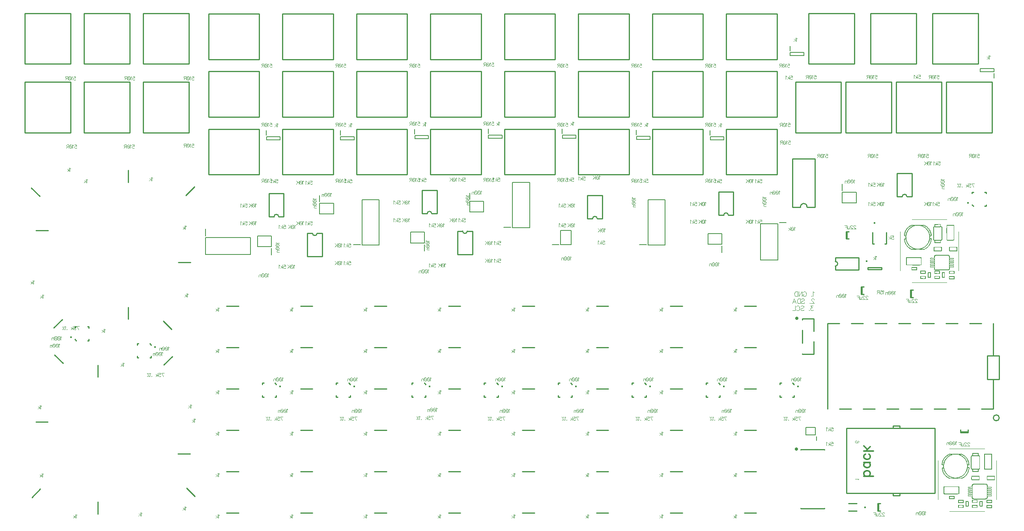
<source format=gbr>
G04 DipTrace 3.3.1.1*
G04 BottomSilk.gbr*
%MOIN*%
G04 #@! TF.FileFunction,Legend,Bot*
G04 #@! TF.Part,Single*
%ADD10C,0.009843*%
%ADD15C,0.007874*%
%ADD17C,0.003937*%
%ADD22C,0.015746*%
%ADD36C,0.027557*%
%ADD38C,0.027543*%
%ADD40C,0.015404*%
%ADD44C,0.015748*%
%ADD47C,0.000013*%
%ADD61C,0.015757*%
%ADD130C,0.003281*%
%ADD131C,0.004374*%
%ADD132C,0.012351*%
%ADD133C,0.004632*%
%FSLAX26Y26*%
G04*
G70*
G90*
G75*
G01*
G04 BotSilk*
%LPD*%
X-389486Y1107038D2*
D10*
X-326556D1*
X-389486Y1099589D2*
X-326556D1*
X-389486D2*
Y1123148D1*
X-326556Y1099589D2*
Y1123148D1*
X-806102Y2307598D2*
Y2244669D1*
X-813551Y2307598D2*
Y2244669D1*
Y2307598D2*
X-789992D1*
X-813551Y2244669D2*
X-789992D1*
X-1348819Y2801151D2*
Y2738222D1*
X-1356268Y2801151D2*
Y2738222D1*
Y2801151D2*
X-1332709D1*
X-1356268Y2738222D2*
X-1332709D1*
X-1082234Y500217D2*
Y437287D1*
X-1089682Y500217D2*
Y437287D1*
Y500217D2*
X-1066123D1*
X-1089682Y437287D2*
X-1066123D1*
X-1222441Y2333041D2*
Y2270112D1*
X-1229890Y2333041D2*
Y2270112D1*
Y2333041D2*
X-1206331D1*
X-1229890Y2270112D2*
X-1206331D1*
X-1265642Y499118D2*
X-1336520D1*
X-1265642Y436123D2*
X-1336520D1*
D22*
X-1196751Y467621D3*
X-1932676Y2866978D2*
D15*
X-2078191D1*
Y2560190D1*
X-1932676D1*
Y2866978D1*
X-1860786Y2877119D2*
X-1918813D1*
X-1616969Y1080505D2*
Y1143510D1*
X-1695630D1*
Y1080505D1*
X-1616969D1*
X-1607047Y1033235D2*
Y1066738D1*
X-4917713Y2704736D2*
Y2795267D1*
X-5035831D1*
Y2704736D1*
X-4917713D1*
Y2635832D2*
Y2690945D1*
X-3769675Y2690942D2*
X-3679144D1*
Y2809060D1*
X-3769675D1*
Y2690942D1*
X-3838578D2*
X-3783466D1*
X-4535831Y3057766D2*
Y2967234D1*
X-4417713D1*
Y3057766D1*
X-4535831D1*
Y3126669D2*
Y3071556D1*
X-2405213Y2692237D2*
Y2782768D1*
X-2523331D1*
Y2692237D1*
X-2405213D1*
Y2623334D2*
Y2678446D1*
X-6211462Y2673486D2*
Y2764018D1*
X-6329580D1*
Y2673486D1*
X-6211462D1*
Y2604583D2*
Y2659696D1*
X-5804581Y3039016D2*
Y2948485D1*
X-5686463D1*
Y3039016D1*
X-5804581D1*
Y3107920D2*
Y3052807D1*
X-1387949Y3134293D2*
Y3043762D1*
X-1269831D1*
Y3134293D1*
X-1387949D1*
Y3203196D2*
Y3148084D1*
X-5446360Y2687895D2*
X-5300845D1*
Y3069785D1*
X-5446360D1*
Y2687895D1*
X-5518249Y2689804D2*
X-5460223D1*
X-4175592Y2833663D2*
X-4030077D1*
Y3215552D1*
X-4175592D1*
Y2833663D1*
X-4247481Y2835572D2*
X-4189455D1*
X-3029923Y2687993D2*
X-2884408D1*
Y3069883D1*
X-3029923D1*
Y2687993D1*
X-3101812Y2689903D2*
X-3043786D1*
X-6770127Y2750839D2*
Y2605324D1*
X-6388238D1*
Y2750839D1*
X-6770127D1*
X-6768218Y2822728D2*
Y2764702D1*
X-1397441Y3637775D2*
D10*
X-1783268D1*
Y4066930D1*
X-1397441D1*
Y3637775D1*
X-547440D2*
X-933266D1*
Y4066930D1*
X-547440D1*
Y3637775D1*
X-7908858Y4218483D2*
X-8294685D1*
Y4647639D1*
X-7908858D1*
Y4218483D1*
Y3637775D2*
X-8294685D1*
Y4066930D1*
X-7908858D1*
Y3637775D1*
X-7408858Y4218483D2*
X-7794685D1*
Y4647639D1*
X-7408858D1*
Y4218483D1*
Y3637775D2*
X-7794685D1*
Y4066930D1*
X-7408858D1*
Y3637775D1*
X-6314840Y4155415D2*
X-6743996D1*
Y3769588D1*
X-6314840D1*
Y4155415D1*
X-5689840D2*
X-6118996D1*
Y3769588D1*
X-5689840D1*
Y4155415D1*
X-5064840D2*
X-5493996D1*
Y3769588D1*
X-5064840D1*
Y4155415D1*
X-4439840D2*
X-4868996D1*
Y3769588D1*
X-4439840D1*
Y4155415D1*
X-6314840Y4642915D2*
X-6743996D1*
Y4257088D1*
X-6314840D1*
Y4642915D1*
X-5689840D2*
X-6118996D1*
Y4257088D1*
X-5689840D1*
Y4642915D1*
X-5064840D2*
X-5493996D1*
Y4257088D1*
X-5064840D1*
Y4642915D1*
X-4439840D2*
X-4868996D1*
Y4257088D1*
X-4439840D1*
Y4642915D1*
X-972441Y3637775D2*
X-1358268D1*
Y4066930D1*
X-972441D1*
Y3637775D1*
X-122440D2*
X-508266D1*
Y4066930D1*
X-122440D1*
Y3637775D1*
X-1287205Y4218483D2*
X-1673031D1*
Y4647639D1*
X-1287205D1*
Y4218483D1*
X-763780D2*
X-1149606D1*
Y4647639D1*
X-763780D1*
Y4218483D1*
X-6908858D2*
X-7294685D1*
Y4647639D1*
X-6908858D1*
Y4218483D1*
Y3637775D2*
X-7294685D1*
Y4066930D1*
X-6908858D1*
Y3637775D1*
X-3814840Y4155415D2*
X-4243996D1*
Y3769588D1*
X-3814840D1*
Y4155415D1*
X-3189840D2*
X-3618996D1*
Y3769588D1*
X-3189840D1*
Y4155415D1*
X-2564840D2*
X-2993996D1*
Y3769588D1*
X-2564840D1*
Y4155415D1*
X-1939840D2*
X-2368996D1*
Y3769588D1*
X-1939840D1*
Y4155415D1*
X-3814840Y4642915D2*
X-4243996D1*
Y4257088D1*
X-3814840D1*
Y4642915D1*
X-3189840D2*
X-3618996D1*
Y4257088D1*
X-3189840D1*
Y4642915D1*
X-2564840D2*
X-2993996D1*
Y4257088D1*
X-2564840D1*
Y4642915D1*
X-1939840D2*
X-2368996D1*
Y4257088D1*
X-1939840D1*
Y4642915D1*
X-6314840Y3667915D2*
X-6743996D1*
Y3282088D1*
X-6314840D1*
Y3667915D1*
X-5689840D2*
X-6118996D1*
Y3282088D1*
X-5689840D1*
Y3667915D1*
X-5064840D2*
X-5493996D1*
Y3282088D1*
X-5064840D1*
Y3667915D1*
X-4439840D2*
X-4868996D1*
Y3282088D1*
X-4439840D1*
Y3667915D1*
X-3814840D2*
X-4243996D1*
Y3282088D1*
X-3814840D1*
Y3667915D1*
X-3189840D2*
X-3618996D1*
Y3282088D1*
X-3189840D1*
Y3667915D1*
X-2564840D2*
X-2993996D1*
Y3282088D1*
X-2564840D1*
Y3667915D1*
X-1939840D2*
X-2368996D1*
Y3282088D1*
X-1939840D1*
Y3667915D1*
X-240354Y4218483D2*
X-626181D1*
Y4647639D1*
X-240354D1*
Y4218483D1*
D36*
X-1775006Y958230D3*
X-1739169Y952298D2*
D10*
Y956270D1*
X-1539174D1*
Y952298D1*
X-1739169Y456252D2*
X-1539174D1*
X-1739169D2*
Y460172D1*
X-1539174Y456252D2*
Y460172D1*
D38*
X-1770771Y2067214D3*
X-1725700Y1968064D2*
D10*
Y1857766D1*
Y2062373D2*
Y2054633D1*
Y2062373D2*
X-1627646D1*
Y1956215D1*
Y1869519D2*
Y1762501D1*
X-1725700Y1767948D2*
Y1762501D1*
X-1627646D2*
X-1725700D1*
D40*
X-1182424Y2548175D3*
X-1173223Y2498033D2*
D10*
X-1055118D1*
Y2478348D1*
X-1173223D1*
Y2498033D1*
X-6252899Y3604030D2*
D15*
Y3576484D1*
X-6137946D1*
Y3604030D1*
X-6252899D1*
X-6254669Y3657187D2*
Y3617818D1*
X-5627899Y3604030D2*
Y3576484D1*
X-5512946D1*
Y3604030D1*
X-5627899D1*
X-5629669Y3657187D2*
Y3617818D1*
X-5000684Y3612496D2*
Y3584950D1*
X-4885731D1*
Y3612496D1*
X-5000684D1*
X-5002454Y3665653D2*
Y3626284D1*
X-4377899Y3616530D2*
Y3588984D1*
X-4262946D1*
Y3616530D1*
X-4377899D1*
X-4379669Y3669687D2*
Y3630318D1*
X-3752899Y3616530D2*
Y3588984D1*
X-3637946D1*
Y3616530D1*
X-3752899D1*
X-3754669Y3669687D2*
Y3630318D1*
X-3125685Y3606245D2*
Y3578700D1*
X-3010732D1*
Y3606245D1*
X-3125685D1*
X-3127455Y3659402D2*
Y3620033D1*
X-2502900Y3604030D2*
Y3576484D1*
X-2387948D1*
Y3604030D1*
X-2502900D1*
X-2504670Y3657187D2*
Y3617818D1*
X-1827899Y4316530D2*
Y4288984D1*
X-1712946D1*
Y4316530D1*
X-1827899D1*
X-1829669Y4369687D2*
Y4330318D1*
X-106894Y4152223D2*
Y4179769D1*
X-221846D1*
Y4152223D1*
X-106894D1*
X-105124Y4099067D2*
Y4138435D1*
X-1133963Y2792872D2*
D10*
Y2696821D1*
X-1015840Y2792872D2*
X-1015853Y2696821D1*
X-1133950D2*
X-1120180Y2696801D1*
X-1015840Y2696821D2*
X-1029623Y2696801D1*
D44*
X-1114272Y2874096D3*
X-605610Y586890D2*
D10*
X-1353642D1*
Y1138110D1*
X-605610D1*
Y586890D1*
X-900858Y567224D2*
X-959953D1*
Y586890D1*
X-900858D1*
Y567224D1*
Y1138110D2*
X-959953D1*
Y1157776D1*
X-900858D1*
Y1138110D1*
X-87232Y863921D2*
D17*
Y533323D1*
X-579646Y863921D2*
Y533323D1*
X-185961Y432898D2*
X-480969D1*
X-185961Y964346D2*
X-480969D1*
X-317701Y698622D2*
D47*
D3*
X-326248Y588772D2*
Y585079D1*
Y582323D1*
Y578961D1*
X-315654D1*
X-305213D1*
X-294669D1*
X-294413Y577528D1*
X-294157Y576701D1*
X-294209Y575874D1*
X-294311Y572787D1*
X-294567Y572402D1*
X-297433D1*
X-304496Y572291D1*
X-311610Y572346D1*
X-318673D1*
X-321028D1*
X-323382D1*
X-325992D1*
X-326197Y570528D1*
X-326402Y569094D1*
X-326453Y567661D1*
Y566394D1*
X-326350Y565181D1*
X-326248Y563472D1*
X-315756D1*
X-305520D1*
X-295335D1*
X-293339Y560331D1*
X-294311Y557244D1*
X-294157Y554323D1*
X-293748Y546772D1*
X-289346Y540488D1*
X-282795Y539000D1*
X-279878Y538283D1*
X-276858Y537843D1*
X-273890D1*
X-242976Y537787D1*
X-212063D1*
X-181150Y537843D1*
X-178386Y537898D1*
X-175571Y538339D1*
X-172909Y539165D1*
X-168047Y540654D1*
X-162520Y546772D1*
X-162980Y552118D1*
X-163083Y553165D1*
X-162929Y554268D1*
Y555370D1*
X-163185Y564299D1*
X-162315Y563252D1*
X-154638D1*
X-147984D1*
X-141331D1*
X-134677D1*
X-133244D1*
X-131760Y563417D1*
X-130071Y563472D1*
Y566449D1*
Y569150D1*
Y572346D1*
X-137850D1*
X-145323D1*
X-152795D1*
X-154945D1*
X-157094Y572236D1*
X-159193Y572402D1*
X-162059Y572567D1*
X-163083Y573835D1*
X-162929Y576480D1*
X-162724Y578961D1*
X-160933Y578906D1*
X-159193D1*
X-151260D1*
X-143327D1*
X-135343D1*
X-133654D1*
X-132016D1*
X-130020D1*
Y582268D1*
Y585189D1*
Y588661D1*
X-140717D1*
X-151362D1*
X-161598D1*
X-162213Y589543D1*
X-162673Y589874D1*
Y590260D1*
X-163339Y597646D1*
X-163031Y598031D1*
X-155866D1*
X-148957Y598087D1*
X-142098Y598031D1*
X-135240D1*
X-133551D1*
X-131913D1*
X-129969D1*
Y601283D1*
Y603984D1*
Y607126D1*
X-138209D1*
X-146091D1*
X-153972D1*
X-155713D1*
X-157453Y607071D1*
X-159142Y607181D1*
X-162059Y607402D1*
X-163083Y608559D1*
X-162929Y611150D1*
X-162724Y613685D1*
X-160882Y613575D1*
X-159142D1*
X-151209D1*
X-143276D1*
X-135343D1*
X-133654D1*
X-131965D1*
X-129969D1*
Y616937D1*
Y619858D1*
Y623441D1*
X-132783D1*
X-135496D1*
X-138260D1*
X-145323D1*
X-152386Y623386D1*
X-159500Y623496D1*
X-162469D1*
X-162878Y624102D1*
X-162929Y626858D1*
X-162980Y630055D1*
X-162264Y631102D1*
X-159705Y631378D1*
X-158425Y631543D1*
X-157094Y631433D1*
X-155815D1*
X-148957D1*
X-142098D1*
X-135240D1*
X-133551Y631488D1*
X-131862Y631598D1*
X-129969Y631709D1*
Y634520D1*
Y637055D1*
Y640031D1*
X-131248Y640197D1*
X-132681Y640472D1*
X-134063D1*
X-142047Y640528D1*
X-149980Y640472D1*
X-157913Y640528D1*
X-162315Y640583D1*
X-162776Y641079D1*
X-162929Y645268D1*
X-162980Y646976D1*
X-163134Y648740D1*
X-162929Y650394D1*
X-162110Y657559D1*
X-170043Y665661D1*
X-177567Y665165D1*
X-182941Y664780D1*
X-188315Y665110D1*
X-193689D1*
X-221173D1*
X-248657Y665165D1*
X-276142Y665055D1*
X-279059D1*
X-282283Y664890D1*
X-284894Y663732D1*
X-290933Y661142D1*
X-293902Y656071D1*
X-294106Y649512D1*
X-294209Y646756D1*
X-294157Y644000D1*
Y640748D1*
X-304957Y640252D1*
X-315244Y640748D1*
X-325634Y640417D1*
X-327118Y637772D1*
X-326299Y635016D1*
Y631709D1*
X-320925Y631157D1*
X-315602Y631543D1*
X-310331Y631433D1*
X-305213Y631378D1*
X-300094Y631433D1*
X-294567D1*
Y628677D1*
Y626472D1*
Y623717D1*
X-305059Y623055D1*
X-315500Y623772D1*
X-326146Y623276D1*
Y620024D1*
Y617102D1*
Y613575D1*
X-321539D1*
X-317035D1*
X-312583D1*
X-307260D1*
X-301886D1*
X-296512Y613520D1*
X-294413D1*
X-294209Y612031D1*
X-294157Y610433D1*
Y608835D1*
X-294362Y607346D1*
X-296358Y607236D1*
X-298303Y607126D1*
X-300248D1*
X-302193D1*
X-310075D1*
X-317957D1*
X-326146D1*
Y604039D1*
Y601559D1*
Y598583D1*
X-321079Y597425D1*
X-315756Y598252D1*
X-310484Y598087D1*
X-305366Y597921D1*
X-300248Y598031D1*
X-294976D1*
X-293697Y595055D1*
X-294106Y592354D1*
X-294516Y589047D1*
X-299890Y588551D1*
X-305213Y588882D1*
X-310484Y588827D1*
X-315602Y588717D1*
X-320720Y588772D1*
X-326248D1*
X-228543Y541315D2*
X-277063Y541260D1*
X-278496Y541370D1*
X-279827Y541591D1*
X-281055Y541866D1*
X-282283Y542307D1*
X-283409Y542858D1*
X-284484Y543465D1*
X-285508Y544126D1*
X-286429Y544953D1*
X-287248Y545835D1*
X-288016Y546772D1*
X-288681Y547764D1*
X-289295Y548866D1*
X-289756Y550024D1*
X-290165Y551236D1*
X-290421Y552559D1*
X-290626Y553882D1*
X-290677Y555260D1*
X-290575Y648850D1*
X-290472Y650173D1*
X-290319Y651441D1*
X-290012Y652709D1*
X-289654Y653866D1*
X-289193Y654913D1*
X-288681Y655961D1*
X-288067Y656898D1*
X-287350Y657780D1*
X-286583Y658606D1*
X-285713Y659378D1*
X-284791Y660039D1*
X-283768Y660591D1*
X-282693Y661087D1*
X-281567Y661528D1*
X-280339Y661858D1*
X-279059Y662134D1*
X-277728Y662299D1*
X-179307Y662354D1*
X-178232Y662244D1*
X-177209Y662079D1*
X-176134Y661858D1*
X-175110Y661528D1*
X-174087Y661197D1*
X-173063Y660701D1*
X-172091Y660205D1*
X-171169Y659598D1*
X-170299Y658882D1*
X-169531Y658165D1*
X-168764Y657283D1*
X-168150Y656346D1*
X-167843Y655906D1*
X-167587Y655354D1*
X-167331Y654803D1*
X-167126Y654252D1*
X-166921Y653701D1*
X-166768Y653094D1*
X-166665Y652488D1*
X-166563Y651827D1*
X-166461Y651165D1*
Y650504D1*
X-166358Y553937D1*
X-166461Y552724D1*
X-166665Y551512D1*
X-166921Y550354D1*
X-167331Y549252D1*
X-167791Y548205D1*
X-168354Y547157D1*
X-169020Y546220D1*
X-169736Y545339D1*
X-170555Y544512D1*
X-171528Y543795D1*
X-172500Y543134D1*
X-173626Y542583D1*
X-174854Y542142D1*
X-176134Y541756D1*
X-177516Y541480D1*
X-179000Y541315D1*
X-228543D1*
X-316370Y827488D2*
X-318469Y839394D1*
X-320106Y847000D1*
X-321539Y852567D1*
X-323177Y858024D1*
X-324457Y861606D1*
X-325122Y863425D1*
X-326504Y866787D1*
X-328193Y870535D1*
X-330035Y874173D1*
X-331929Y877701D1*
X-334028Y881063D1*
X-336177Y884370D1*
X-338480Y887567D1*
X-340886Y890598D1*
X-343394Y893575D1*
X-346055Y896386D1*
X-348768Y899142D1*
X-351634Y901732D1*
X-354654Y904268D1*
X-357724Y906638D1*
X-360949Y908953D1*
X-364276Y911102D1*
X-367705Y913197D1*
X-371287Y915181D1*
X-374921Y917055D1*
X-377429Y918213D1*
X-378913Y918764D1*
X-380398Y919260D1*
X-381933Y919591D1*
X-383520Y919866D1*
X-385106Y919976D1*
X-386181Y920031D1*
X-479791D1*
X-481378Y919866D1*
X-482913Y919646D1*
X-484398Y919260D1*
X-485933Y918819D1*
X-487417Y918213D1*
X-491512Y916173D1*
X-496374Y913528D1*
X-501083Y910717D1*
X-505689Y907685D1*
X-510091Y904378D1*
X-512957Y902118D1*
X-515772Y899693D1*
X-518996Y896661D1*
X-521094Y894512D1*
X-523142Y892307D1*
X-525087Y890047D1*
X-526980Y887732D1*
X-528772Y885362D1*
X-530461Y882992D1*
X-532098Y880512D1*
X-533685Y878031D1*
X-535118Y875496D1*
X-536551Y872906D1*
X-537831Y870260D1*
X-539059Y867614D1*
X-540236Y864913D1*
X-541311Y862102D1*
X-542283Y859346D1*
X-543205Y856480D1*
X-544075Y853614D1*
X-545354Y848488D1*
X-546429Y842811D1*
X-548169Y830244D1*
X-548118Y829252D1*
X-547965Y828150D1*
X-535579Y825945D1*
X-535323Y825118D1*
X-534248Y805165D1*
X-534555Y804559D1*
X-546839Y802850D1*
X-547248Y801583D1*
X-546685Y796567D1*
X-545969Y791661D1*
X-545047Y786811D1*
X-543972Y782071D1*
X-542693Y777441D1*
X-541209Y772921D1*
X-539571Y768512D1*
X-537728Y764213D1*
X-535681Y760024D1*
X-533480Y755945D1*
X-531024Y751921D1*
X-528413Y748063D1*
X-525547Y744315D1*
X-522528Y740677D1*
X-519252Y737150D1*
X-515772Y733732D1*
X-512087Y730480D1*
X-508197Y727339D1*
X-503335Y723756D1*
X-489413Y714992D1*
X-488031Y714220D1*
X-486598Y713559D1*
X-485114Y713008D1*
X-483630Y712512D1*
X-482146Y712126D1*
X-480559Y711850D1*
X-479024Y711685D1*
X-476567Y711520D1*
X-388535D1*
X-386693Y711575D1*
X-384902Y711795D1*
X-383110Y712016D1*
X-381421Y712402D1*
X-379681Y712787D1*
X-377173Y713614D1*
X-374665Y714606D1*
X-372823Y715488D1*
X-369343Y717307D1*
X-365965Y719236D1*
X-362740Y721220D1*
X-359567Y723370D1*
X-356547Y725575D1*
X-353630Y727890D1*
X-350815Y730370D1*
X-348102Y732850D1*
X-345543Y735496D1*
X-343035Y738252D1*
X-340681Y741063D1*
X-338429Y743984D1*
X-336280Y747016D1*
X-334232Y750157D1*
X-332287Y753354D1*
X-330445Y756661D1*
X-328705Y760079D1*
X-327067Y763606D1*
X-325583Y767189D1*
X-324150Y770882D1*
X-322409Y776008D1*
X-320925Y781189D1*
X-319236Y788134D1*
X-317189Y798717D1*
X-316677Y801913D1*
X-316626Y802630D1*
Y802961D1*
Y803236D1*
X-316677Y803457D1*
X-316780Y803677D1*
X-316882Y803898D1*
X-316984Y804118D1*
X-317138Y804228D1*
X-317343Y804394D1*
X-317598Y804504D1*
X-317854Y804669D1*
X-318520Y804835D1*
X-326657Y806488D1*
X-328500Y806984D1*
X-328961Y807150D1*
X-329319Y807370D1*
X-329677Y807646D1*
X-329984Y807976D1*
X-330189Y808362D1*
X-330394Y808748D1*
X-330496Y809244D1*
X-330598Y809740D1*
Y810236D1*
Y823685D1*
X-330496Y824291D1*
X-330445Y824567D1*
X-330394Y824787D1*
X-330291Y825008D1*
X-330138Y825228D1*
X-330035Y825449D1*
X-329882Y825614D1*
X-329728Y825780D1*
X-329524Y825945D1*
X-329114Y826220D1*
X-328654Y826441D1*
X-328142Y826606D1*
X-324457Y827268D1*
X-321437Y827488D1*
X-316370D1*
X-432295Y916394D2*
X-427433D1*
X-422622Y916173D1*
X-417811Y915677D1*
X-413051Y914906D1*
X-408343Y913913D1*
X-403634Y912646D1*
X-399079Y911157D1*
X-394575Y909394D1*
X-390122Y907409D1*
X-385772Y905260D1*
X-381575Y902835D1*
X-377429Y900189D1*
X-373437Y897378D1*
X-369598Y894346D1*
X-365862Y891150D1*
X-362280Y887732D1*
X-358902Y884150D1*
X-355677Y880402D1*
X-352606Y876488D1*
X-349740Y872409D1*
X-347028Y868165D1*
X-344571Y863811D1*
X-342319Y859291D1*
X-340272Y854606D1*
X-338480Y849811D1*
X-336894Y844906D1*
X-335614Y839890D1*
X-334539Y834764D1*
X-333772Y829528D1*
X-333260Y824181D1*
X-333055Y818724D1*
X-333106Y813378D1*
X-333465Y808087D1*
X-334079Y802906D1*
X-334949Y797835D1*
X-336075Y792819D1*
X-337406Y787913D1*
X-338992Y783173D1*
X-340835Y778488D1*
X-342882Y773969D1*
X-345134Y769559D1*
X-347591Y765260D1*
X-350252Y761126D1*
X-353118Y757157D1*
X-356189Y753299D1*
X-359413Y749661D1*
X-362791Y746134D1*
X-366374Y742772D1*
X-370110Y739630D1*
X-374000Y736654D1*
X-378043Y733898D1*
X-382189Y731307D1*
X-386539Y728937D1*
X-390941Y726787D1*
X-395496Y724803D1*
X-400154Y723094D1*
X-404965Y721606D1*
X-409827Y720339D1*
X-414791Y719291D1*
X-419807Y718520D1*
X-424976Y718024D1*
X-430146Y717748D1*
X-435469D1*
X-440740Y718079D1*
X-445909Y718630D1*
X-450976Y719457D1*
X-455992Y720504D1*
X-460906Y721827D1*
X-465665Y723425D1*
X-470374Y725189D1*
X-474878Y727228D1*
X-479331Y729433D1*
X-483630Y731913D1*
X-487776Y734559D1*
X-491768Y737425D1*
X-495606Y740457D1*
X-499291Y743654D1*
X-502823Y747071D1*
X-506201Y750598D1*
X-509374Y754291D1*
X-512394Y758150D1*
X-515209Y762173D1*
X-517819Y766307D1*
X-520224Y770551D1*
X-522425Y774906D1*
X-524421Y779425D1*
X-526213Y784000D1*
X-527748Y788685D1*
X-529079Y793480D1*
X-530154Y798331D1*
X-531024Y803291D1*
X-531587Y808252D1*
X-531945Y813323D1*
X-531996Y818449D1*
X-531791Y823685D1*
X-531331Y828866D1*
X-530563Y833937D1*
X-529539Y838953D1*
X-528311Y843913D1*
X-526776Y848764D1*
X-525035Y853504D1*
X-523039Y858134D1*
X-520839Y862598D1*
X-518433Y867008D1*
X-515823Y871252D1*
X-513008Y875386D1*
X-509988Y879299D1*
X-506764Y883102D1*
X-503437Y886740D1*
X-499854Y890213D1*
X-496169Y893520D1*
X-492331Y896606D1*
X-488339Y899528D1*
X-484244Y902228D1*
X-479996Y904709D1*
X-475646Y907024D1*
X-471142Y909063D1*
X-466587Y910882D1*
X-461878Y912425D1*
X-457118Y913748D1*
X-452307Y914850D1*
X-447394Y915622D1*
X-442429Y916173D1*
X-437413Y916394D1*
X-432295D1*
X-418579Y715157D2*
X-418476Y716315D1*
X-418425D1*
X-414484Y716756D1*
X-406142Y718630D1*
X-401433Y719953D1*
X-396878Y721496D1*
X-392425Y723205D1*
X-388075Y725189D1*
X-383878Y727339D1*
X-379783Y729709D1*
X-375791Y732299D1*
X-371953Y735055D1*
X-368165Y737976D1*
X-364531Y741173D1*
X-361000Y744480D1*
X-357571Y748008D1*
X-354500Y751370D1*
X-351634Y754843D1*
X-348972Y758425D1*
X-346516Y762118D1*
X-344161Y765866D1*
X-342063Y769724D1*
X-340067Y773638D1*
X-338327Y777661D1*
X-336689Y781795D1*
X-335205Y785984D1*
X-333516Y791717D1*
X-331929Y798606D1*
X-331417Y801748D1*
X-331213Y802520D1*
X-330957Y803016D1*
X-330752Y803346D1*
X-330598Y803512D1*
X-330394Y803677D1*
X-330189Y803787D1*
X-329984Y803898D1*
X-329575Y803953D1*
X-329012Y804008D1*
X-328091Y803898D1*
X-322307Y802520D1*
X-321437Y802244D1*
X-320925Y801969D1*
X-320669Y801748D1*
X-320413Y801528D1*
X-320209Y801307D1*
X-320106Y801031D1*
X-319953Y800701D1*
X-319902Y800370D1*
X-319850Y799764D1*
X-319902Y798827D1*
X-323433Y782622D1*
X-324917Y777276D1*
X-326197Y773417D1*
X-327528Y769669D1*
X-329012Y765976D1*
X-330598Y762394D1*
X-332339Y758866D1*
X-334181Y755449D1*
X-336126Y752142D1*
X-338224Y748890D1*
X-340476Y745748D1*
X-342831Y742717D1*
X-345287Y739795D1*
X-347898Y736929D1*
X-350661Y734173D1*
X-353579Y731528D1*
X-356598Y728992D1*
X-359772Y726567D1*
X-363047Y724252D1*
X-366528Y721992D1*
X-371543Y719126D1*
X-375280Y717252D1*
X-378504Y715984D1*
X-381114Y715157D1*
X-383110Y714661D1*
X-385157Y714276D1*
X-387205Y714000D1*
X-389354Y713890D1*
X-391504D1*
X-397799Y714220D1*
X-410594Y714165D1*
X-418579Y715157D1*
X-544382Y799874D2*
X-539264Y801307D1*
X-537165Y801583D1*
X-536346Y801638D1*
X-535783Y801583D1*
X-535323Y801472D1*
X-535016Y801362D1*
X-534760Y801252D1*
X-534504Y801087D1*
X-534299Y800866D1*
X-533992Y800535D1*
X-533685Y800094D1*
X-533276Y799157D1*
X-529437Y784551D1*
X-528362Y781575D1*
X-526724Y777441D1*
X-524728Y772976D1*
X-522528Y768677D1*
X-520173Y764488D1*
X-517665Y760465D1*
X-515004Y756606D1*
X-512138Y752858D1*
X-509118Y749276D1*
X-505894Y745858D1*
X-502516Y742606D1*
X-498984Y739465D1*
X-495248Y736488D1*
X-491358Y733677D1*
X-487264Y730976D1*
X-483016Y728496D1*
X-476618Y725134D1*
X-470681Y722433D1*
X-464591Y720118D1*
X-458398Y718189D1*
X-452000Y716646D1*
X-447138Y715764D1*
X-447035Y715709D1*
X-451642Y714496D1*
X-454303Y714165D1*
X-479228Y714220D1*
X-481634Y714551D1*
X-483374Y715102D1*
X-484244Y715488D1*
X-492484Y719953D1*
X-499445Y724307D1*
X-505433Y728551D1*
X-511165Y733236D1*
X-514799Y736543D1*
X-517717Y739409D1*
X-520531Y742441D1*
X-523091Y745528D1*
X-525547Y748724D1*
X-527850Y752031D1*
X-529949Y755339D1*
X-532559Y759969D1*
X-534913Y764709D1*
X-537012Y769559D1*
X-538854Y774575D1*
X-540492Y779646D1*
X-542232Y786205D1*
X-543614Y793425D1*
X-544382Y799874D1*
X-544587Y831512D2*
X-542795Y842701D1*
X-540902Y850913D1*
X-538598Y858299D1*
X-536039Y865024D1*
X-533224Y870976D1*
X-530717Y875496D1*
X-528106Y879630D1*
X-525291Y883598D1*
X-522323Y887402D1*
X-519098Y890984D1*
X-515055Y895118D1*
X-510756Y898921D1*
X-506252Y902559D1*
X-500673Y906472D1*
X-489465Y913142D1*
X-486445Y914630D1*
X-484807Y915291D1*
X-483169Y915732D1*
X-481071Y916118D1*
X-476874Y916339D1*
X-465819Y916283D1*
X-461417Y915622D1*
X-468480Y913031D1*
X-474571Y910386D1*
X-480406Y907520D1*
X-485114Y904874D1*
X-489567Y902063D1*
X-493866Y899031D1*
X-498012Y895780D1*
X-501953Y892362D1*
X-505791Y888669D1*
X-509425Y884756D1*
X-512906Y880567D1*
X-516079Y876323D1*
X-519047Y871913D1*
X-521760Y867339D1*
X-524217Y862709D1*
X-526417Y857913D1*
X-528720Y852016D1*
X-530717Y845953D1*
X-532354Y839780D1*
X-533685Y833386D1*
X-534248Y830134D1*
X-534453Y829638D1*
X-544587Y831512D1*
X-402252Y915291D2*
X-402047Y916339D1*
X-401996Y916394D1*
X-395445Y916283D1*
X-391555Y916669D1*
X-389713D1*
X-387307Y916559D1*
X-384953Y916228D1*
X-382650Y915732D1*
X-379835Y914906D1*
X-377122Y913858D1*
X-373335Y912094D1*
X-368984Y909669D1*
X-364634Y906969D1*
X-360488Y904047D1*
X-356496Y900961D1*
X-352760Y897709D1*
X-349126Y894236D1*
X-345748Y890598D1*
X-342575Y886740D1*
X-339555Y882717D1*
X-336791Y878417D1*
X-334181Y873953D1*
X-331571Y868772D1*
X-329012Y862819D1*
X-326555Y855874D1*
X-323689Y846173D1*
X-321437Y836583D1*
X-321335Y835039D1*
X-321539Y831512D1*
X-329012Y830409D1*
X-329728Y830354D1*
X-330189Y830465D1*
X-330445Y830520D1*
X-330701Y830685D1*
X-330906Y830906D1*
X-331110Y831126D1*
X-331315Y831567D1*
X-331724Y833110D1*
X-334130Y844520D1*
X-335563Y849205D1*
X-337354Y854331D1*
X-339402Y859291D1*
X-341756Y864087D1*
X-344315Y868772D1*
X-347130Y873291D1*
X-350252Y877701D1*
X-353579Y882000D1*
X-357161Y886189D1*
X-361000Y890157D1*
X-364992Y893906D1*
X-369138Y897378D1*
X-373488Y900630D1*
X-377992Y903661D1*
X-382701Y906417D1*
X-387512Y908953D1*
X-402252Y915291D1*
X-239087Y926260D2*
X-288374D1*
X-288835Y925819D1*
X-289039Y922236D1*
X-289091Y910882D1*
X-289295Y907850D1*
X-289398Y907520D1*
X-292673Y906803D1*
X-294311Y906307D1*
X-295283Y905921D1*
X-296154Y905535D1*
X-296972Y905039D1*
X-297689Y904543D1*
X-298303Y903937D1*
X-298866Y903331D1*
X-299327Y902614D1*
X-299736Y901843D1*
X-300043Y901016D1*
X-300350Y900134D1*
X-300504Y899142D1*
X-300657Y898094D1*
X-300709Y896331D1*
Y799268D1*
X-300606Y798110D1*
X-300453Y797008D1*
X-300197Y795961D1*
X-300043Y795520D1*
X-299839Y795079D1*
X-299634Y794638D1*
X-299429Y794252D1*
X-299173Y793866D1*
X-298917Y793480D1*
X-298610Y793150D1*
X-298303Y792819D1*
X-297945Y792488D1*
X-297587Y792213D1*
X-297177Y791937D1*
X-296307Y791441D1*
X-295335Y791000D1*
X-294209Y790559D1*
X-292264Y790063D1*
X-290063Y789622D1*
X-289602Y789291D1*
X-289295Y787417D1*
X-289039Y784937D1*
Y773583D1*
X-288886Y770992D1*
X-288835Y770386D1*
X-288374Y769890D1*
X-239240D1*
Y789126D1*
X-239138Y789346D1*
X-234583Y790173D1*
X-233508Y790449D1*
X-232382Y790835D1*
X-231717Y791165D1*
X-231051Y791496D1*
X-230488Y791882D1*
X-229976Y792323D1*
X-229516Y792819D1*
X-229106Y793315D1*
X-228697Y793921D1*
X-228390Y794528D1*
X-228134Y795134D1*
X-227878Y795850D1*
X-227622Y797008D1*
X-227417Y802630D1*
Y896386D1*
X-227622Y898591D1*
X-227776Y899858D1*
X-228031Y900961D1*
X-228236Y901512D1*
X-228390Y901953D1*
X-228594Y902449D1*
X-228850Y902835D1*
X-229106Y903276D1*
X-229413Y903661D1*
X-229720Y903992D1*
X-230079Y904323D1*
X-230488Y904654D1*
X-230898Y904929D1*
X-231358Y905205D1*
X-232382Y905756D1*
X-233508Y906197D1*
X-235606Y906858D1*
X-238063Y907465D1*
X-238575Y907685D1*
X-238831Y908567D1*
X-239035Y909724D1*
X-239189Y911488D1*
X-239087Y926260D1*
X-298303Y847992D2*
Y896717D1*
X-298201Y897764D1*
X-298047Y898646D1*
X-297791Y899472D1*
X-297484Y900244D1*
X-297126Y900961D1*
X-296717Y901567D1*
X-296205Y902173D1*
X-295693Y902669D1*
X-295130Y903055D1*
X-294465Y903441D1*
X-293799Y903717D1*
X-293031Y903937D1*
X-292264Y904047D1*
X-291394Y904157D1*
X-290524D1*
X-283051Y903606D1*
X-242669Y903717D1*
X-239291Y904102D1*
X-237858Y904323D1*
X-237091Y904378D1*
X-236323D1*
X-235606Y904213D1*
X-234941Y904047D1*
X-234071Y903661D1*
X-233252Y903220D1*
X-232280Y902504D1*
X-231358Y901677D1*
X-231051Y901291D1*
X-230642Y900740D1*
X-230386Y900134D1*
X-230130Y899528D1*
X-229976Y898646D1*
X-229823Y896882D1*
X-229874Y800425D1*
X-229925Y799323D1*
X-230079Y798331D1*
X-230283Y797394D1*
X-230591Y796567D1*
X-230744Y796181D1*
X-230949Y795795D1*
X-231154Y795465D1*
X-231358Y795134D1*
X-231614Y794803D1*
X-231870Y794528D1*
X-232177Y794252D1*
X-232484Y794031D1*
X-232791Y793811D1*
X-233150Y793591D1*
X-233866Y793260D1*
X-234736Y792984D1*
X-235657Y792764D1*
X-236681Y792598D1*
X-238370Y792488D1*
X-290626Y792433D1*
X-291701Y792488D1*
X-292673Y792709D1*
X-293594Y792984D1*
X-294157Y793205D1*
X-294720Y793480D1*
X-295232Y793811D1*
X-295693Y794142D1*
X-296154Y794583D1*
X-296563Y795024D1*
X-296972Y795575D1*
X-297280Y796126D1*
X-297638Y796732D1*
X-297945Y797614D1*
X-298201Y798551D1*
X-298303Y802685D1*
Y847992D1*
X-241543Y924000D2*
Y909394D1*
X-241697Y908732D1*
X-241902Y908236D1*
X-242157Y907850D1*
X-242516Y907520D1*
X-243028Y907299D1*
X-243898Y907079D1*
X-244921Y907024D1*
X-284126Y907079D1*
X-284894Y907189D1*
X-285457Y907409D1*
X-285866Y907740D1*
X-286173Y908071D1*
X-286378Y908567D1*
X-286583Y909173D1*
X-286531Y920858D1*
X-286378Y921906D1*
X-286173Y922512D1*
X-285917Y922898D1*
X-285661Y923228D1*
X-285303Y923449D1*
X-284843Y923669D1*
X-283819Y923890D1*
X-241543Y924000D1*
X-263705Y772866D2*
X-283717Y772921D1*
X-284638Y773031D1*
X-285098Y773142D1*
X-285457Y773307D1*
X-285661Y773417D1*
X-285866Y773583D1*
X-286020Y773748D1*
X-286122Y773913D1*
X-286276Y774244D1*
X-286429Y774850D1*
X-286583Y785654D1*
X-286429Y787252D1*
X-286276Y787913D1*
X-286122Y788354D1*
X-285969Y788575D1*
X-285815Y788795D1*
X-285661Y789016D1*
X-285457Y789181D1*
X-285098Y789346D1*
X-284638Y789512D1*
X-283768Y789677D1*
X-244768Y789787D1*
X-244000Y789677D1*
X-243386Y789457D1*
X-242874Y789181D1*
X-242516Y788906D1*
X-242209Y788575D1*
X-241953Y788189D1*
X-241697Y787638D1*
X-241594Y786976D1*
Y775291D1*
X-241697Y774409D1*
X-241850Y773969D1*
X-242055Y773638D1*
X-242209Y773472D1*
X-242362Y773307D1*
X-242669Y773142D1*
X-243181Y773031D1*
X-245024Y772866D1*
X-263705D1*
X-403276Y644110D2*
X-445909D1*
X-488185D1*
X-530768D1*
Y623386D1*
Y602827D1*
Y582268D1*
X-525752Y581000D1*
X-426921Y580449D1*
X-403685Y581606D1*
X-402559Y585961D1*
X-402201Y634244D1*
X-403276Y644110D1*
X-527031Y641685D2*
X-511268Y642567D1*
X-411055Y642181D1*
X-405528Y641134D1*
X-405425Y639591D1*
X-405220Y637937D1*
Y636283D1*
Y621016D1*
X-405169Y605803D1*
X-405220Y590591D1*
Y583866D1*
X-405272D1*
X-412079Y583811D1*
X-412283D1*
X-412488D1*
X-412693D1*
X-448724D1*
X-484756D1*
X-520787D1*
X-522886D1*
X-524984D1*
X-526929D1*
X-528157Y589488D1*
X-528209Y635567D1*
X-527031Y641685D1*
X-125925Y790835D2*
Y833496D1*
Y875717D1*
Y918268D1*
X-146654D1*
X-167177D1*
X-187854D1*
X-187906Y918213D1*
X-188059Y918102D1*
X-188213Y917937D1*
X-188315Y917772D1*
X-188417Y917551D1*
X-188469Y917386D1*
X-188520Y916339D1*
X-188622Y915236D1*
Y914189D1*
X-188673Y873181D1*
X-188622Y832228D1*
Y791276D1*
X-184016Y790063D1*
X-135957Y789677D1*
X-125925Y790835D1*
X-185756Y793811D2*
X-186012Y795189D1*
X-186217Y795795D1*
Y796402D1*
Y835094D1*
Y873732D1*
Y912370D1*
Y913583D1*
X-185756Y914740D1*
X-185500Y915843D1*
X-174803Y916724D1*
X-133398Y916394D1*
X-128740Y915402D1*
X-128535Y915016D1*
X-128280Y914630D1*
X-128228Y914244D1*
X-128177Y912535D1*
X-128126Y910827D1*
Y909118D1*
X-128177Y871142D1*
X-128228Y833110D1*
X-128331Y795134D1*
Y794913D1*
X-128433Y794748D1*
X-128535Y794583D1*
X-128638Y794362D1*
X-128843Y794252D1*
X-129201Y793811D1*
X-147780D1*
X-166614D1*
X-185756D1*
X-101307Y700441D2*
Y711299D1*
Y721772D1*
Y732244D1*
X-105913Y733346D1*
X-157094Y733677D1*
X-166717Y732630D1*
X-166768Y727449D1*
X-166819Y722102D1*
Y716811D1*
Y711465D1*
Y706118D1*
Y700827D1*
X-161957Y699724D1*
X-111390Y699449D1*
X-101307Y700441D1*
X-164362Y702701D2*
Y710858D1*
X-164413Y718520D1*
X-164362Y726181D1*
X-164311Y730646D1*
X-164260Y730701D1*
X-159551Y730756D1*
X-142406D1*
X-125260D1*
X-108114Y730701D1*
X-106732D1*
X-105299Y730315D1*
X-103610Y730094D1*
X-103713Y720835D1*
X-103303Y711906D1*
X-103866Y702701D1*
X-124031D1*
X-143685D1*
X-164362D1*
X-231870Y733126D2*
X-234583D1*
X-236937D1*
X-239291D1*
X-258177D1*
X-277063D1*
X-295898D1*
X-297126Y728606D1*
X-297382Y708819D1*
X-296358Y700276D1*
X-275016D1*
X-253622D1*
X-232177D1*
X-231000Y704465D1*
X-230744Y724583D1*
X-231870Y733126D1*
X-294311Y702756D2*
X-294362Y707496D1*
X-294413Y711961D1*
X-294465Y716370D1*
Y720228D1*
Y724087D1*
Y727945D1*
Y729764D1*
X-293594Y730756D1*
X-291752D1*
X-290882D1*
X-290012D1*
X-289193D1*
X-272252D1*
X-255311D1*
X-238421Y730701D1*
X-236988D1*
X-235555Y730425D1*
X-233713Y730205D1*
Y721551D1*
Y713228D1*
Y704906D1*
Y703417D1*
X-234531Y702480D1*
X-236067Y702425D1*
X-237142Y702370D1*
X-238217Y702425D1*
X-239291D1*
X-255976D1*
X-272713Y702370D1*
X-289398Y702425D1*
X-290882D1*
X-292315Y702591D1*
X-294311Y702756D1*
X-366681Y508079D2*
Y515906D1*
Y522961D1*
Y530291D1*
X-368012Y530457D1*
X-369240Y530732D1*
X-370469D1*
X-381575Y530787D1*
X-392732Y530732D1*
X-403890D1*
X-404965D1*
X-406039D1*
X-407063D1*
X-408854D1*
X-409929Y530016D1*
Y528087D1*
X-409980Y522299D1*
Y516512D1*
X-409929Y510724D1*
Y508354D1*
X-408343Y508079D1*
X-406449D1*
X-399591D1*
X-392732D1*
X-385874D1*
X-379681D1*
X-373539D1*
X-366681D1*
X-368933Y528031D2*
X-369035Y513646D1*
X-369138Y512709D1*
X-369291Y512157D1*
X-369496Y511827D1*
X-369650Y511606D1*
X-369854Y511386D1*
X-370161Y511220D1*
X-370520Y511055D1*
X-371185Y510890D1*
X-403941Y510669D1*
X-404913Y510890D1*
X-405579Y511165D1*
X-405937Y511441D1*
X-406193Y511717D1*
X-406398Y512102D1*
X-406551Y512543D1*
X-406858Y522244D1*
X-406602Y525220D1*
X-406091Y527535D1*
X-405988Y527921D1*
X-405732Y528031D1*
X-368933D1*
X-484756Y561654D2*
Y553882D1*
Y546661D1*
Y539606D1*
X-484091Y539331D1*
X-483681Y539055D1*
X-483323D1*
X-470681Y539000D1*
X-458039Y538945D1*
X-445398Y539000D1*
X-441917D1*
X-441661Y539276D1*
X-441610Y542638D1*
X-441508Y547819D1*
Y552945D1*
X-441610Y558071D1*
X-441661Y561323D1*
X-442020Y561598D1*
X-445500Y561654D1*
X-458346Y561709D1*
X-471193Y561654D1*
X-484756D1*
X-445039Y559173D2*
X-444937Y543850D1*
X-445091Y542913D1*
X-445193Y542528D1*
X-445346Y542307D1*
X-445500Y542087D1*
X-445756Y541921D1*
X-446063Y541756D1*
X-446677Y541591D1*
X-448571Y541480D1*
X-479484Y541535D1*
X-480457Y541701D1*
X-481122Y541976D1*
X-481634Y542307D1*
X-481992Y542638D1*
X-482248Y543079D1*
X-482453Y543575D1*
X-482606Y544291D1*
X-482555Y555866D1*
X-482402Y557024D1*
X-482197Y557630D1*
X-481992Y558071D1*
X-481787Y558346D1*
X-481480Y558567D1*
X-481122Y558787D1*
X-480508Y558953D1*
X-479024Y559118D1*
X-445039Y559173D1*
X-167791Y485480D2*
Y478039D1*
Y471260D1*
Y463929D1*
X-153409D1*
X-139386D1*
X-124953D1*
Y471205D1*
Y478205D1*
Y485480D1*
X-139232D1*
X-153307D1*
X-167791D1*
X-128177Y466740D2*
X-139744Y465748D1*
X-160728Y466079D1*
X-165488Y467346D1*
X-165539Y472528D1*
X-166358Y477764D1*
X-165028Y482945D1*
X-154945Y483937D1*
X-132630Y483606D1*
X-128177Y482339D1*
Y477323D1*
Y472197D1*
Y466740D1*
X-167791Y529299D2*
Y521969D1*
Y515189D1*
Y508079D1*
X-153461D1*
X-139386D1*
X-124953D1*
Y515079D1*
Y522024D1*
Y529299D1*
X-139232D1*
X-153256D1*
X-167791D1*
X-165795Y510449D2*
X-165283Y516402D1*
X-166512Y521693D1*
X-164976Y526819D1*
X-153307Y527811D1*
X-132528Y527425D1*
X-128024Y526102D1*
X-128075Y520921D1*
X-127154Y515630D1*
X-128587Y510449D1*
X-140921D1*
X-152898D1*
X-165795D1*
X-366732Y465472D2*
Y472858D1*
Y479638D1*
Y486803D1*
X-368626Y486858D1*
X-370315Y487024D1*
X-371953D1*
X-383059Y487079D1*
X-394165D1*
X-405323Y487024D1*
X-409776D1*
X-409929Y486858D1*
X-409980Y482283D1*
X-410083Y476772D1*
X-409980Y471260D1*
Y465472D1*
X-395394D1*
X-381370D1*
X-366732D1*
X-369189Y468173D2*
X-377531Y467181D1*
X-401587Y467457D1*
X-406500Y468504D1*
X-406756Y473685D1*
X-407165Y478921D1*
X-406295Y484102D1*
X-398260Y485094D1*
X-374051Y484874D1*
X-369189Y483717D1*
Y478701D1*
Y473630D1*
Y468173D1*
X-291291Y530236D2*
Y523071D1*
Y515906D1*
Y508354D1*
X-277114D1*
X-263039D1*
X-248350D1*
X-247787Y515465D1*
X-248197Y522685D1*
X-248094Y529795D1*
X-252752Y530953D1*
X-282232Y531228D1*
X-291291Y530236D1*
X-288937Y511220D2*
X-288886Y524890D1*
X-288681Y525992D1*
X-288476Y526654D1*
X-288169Y527094D1*
X-287862Y527480D1*
X-287402Y527756D1*
X-286839Y528031D1*
X-285713Y528252D1*
X-253417Y528197D1*
X-252496Y528087D1*
X-251933Y527866D1*
X-251575Y527646D1*
X-251268Y527370D1*
X-251063Y527039D1*
X-250807Y526433D1*
X-250602Y525110D1*
Y513976D1*
X-250756Y512764D1*
X-250961Y512102D1*
X-251114Y511717D1*
X-251370Y511386D1*
X-251677Y511165D1*
X-252087Y510945D1*
X-252752Y510780D1*
X-255311Y510614D1*
X-281618Y510724D1*
X-288937Y511220D1*
X-291394Y465362D2*
X-276705D1*
X-262783D1*
X-248657D1*
X-247634Y469055D1*
X-248197Y472693D1*
X-248094Y476276D1*
X-247992Y479638D1*
X-248094Y483055D1*
Y486748D1*
X-262681D1*
X-276756D1*
X-291240D1*
X-291906Y479803D1*
X-291598Y472803D1*
X-291394Y465362D1*
X-250500Y467622D2*
X-285917D1*
X-286736Y467787D1*
X-287299Y467953D1*
X-287811Y468283D1*
X-288169Y468614D1*
X-288528Y469055D1*
X-288732Y469606D1*
X-288937Y470378D1*
X-288988Y481622D1*
X-288886Y482449D1*
X-288630Y483000D1*
X-288374Y483441D1*
X-288067Y483827D1*
X-287709Y484102D1*
X-287146Y484378D1*
X-286429Y484598D1*
X-285406Y484654D1*
X-252701Y484598D1*
X-251933Y484433D1*
X-251524Y484323D1*
X-251268Y484157D1*
X-251012Y483882D1*
X-250858Y483606D1*
X-250705Y483110D1*
X-250500Y467622D1*
X-324610Y519157D2*
X-331622D1*
X-338276D1*
X-344878D1*
X-346106Y514803D1*
X-346465Y484984D1*
X-345339Y476110D1*
X-338583D1*
X-331776D1*
X-324969D1*
X-323740Y480244D1*
X-323433Y510504D1*
X-324610Y519157D1*
X-326453Y516843D2*
Y481071D1*
X-326606Y480354D1*
X-326811Y479858D1*
X-327118Y479417D1*
X-327528Y479031D1*
X-328142Y478701D1*
X-328961Y478480D1*
X-340374Y478370D1*
X-341295Y478535D1*
X-341909Y478811D1*
X-342421Y479087D1*
X-342780Y479528D1*
X-343087Y480024D1*
X-343343Y480685D1*
X-343445Y481677D1*
X-343394Y514638D1*
X-343240Y515409D1*
X-342984Y515906D1*
X-342677Y516291D1*
X-342319Y516512D1*
X-341858Y516732D1*
X-341091Y516843D1*
X-326453D1*
X-205768Y476000D2*
Y490661D1*
Y504551D1*
Y519047D1*
X-212831Y519488D1*
X-219791Y519378D1*
X-226701Y519102D1*
X-227673Y514087D1*
X-227929Y485205D1*
X-227059Y475890D1*
X-220201Y475835D1*
X-213189Y475669D1*
X-205768Y476000D1*
X-208020Y516622D2*
Y504496D1*
Y492976D1*
Y481457D1*
Y479252D1*
X-209453Y478425D1*
X-211398Y478370D1*
X-214622Y478260D1*
X-217846D1*
X-221020Y478315D1*
X-224807Y478425D1*
X-224961Y478535D1*
X-225012Y482449D1*
X-225063Y493142D1*
X-225012Y503890D1*
X-224961Y514583D1*
Y515189D1*
X-224551Y515740D1*
X-224244Y516622D1*
X-219177D1*
X-214059D1*
X-208020D1*
X-1446656Y2578749D2*
D10*
X-1249801D1*
X-1446656Y2476372D2*
X-1249801D1*
Y2578749D2*
Y2476372D1*
X-1446656Y2547255D2*
Y2578749D1*
Y2507866D2*
Y2476372D1*
Y2547255D2*
G02X-1446656Y2507866I-9J-19694D01*
G01*
X-405982Y2801423D2*
D17*
Y2470824D1*
X-898395Y2801423D2*
Y2470824D1*
X-504710Y2370399D2*
X-799718D1*
X-504710Y2901848D2*
X-799718D1*
X-636450Y2636123D2*
D47*
D3*
X-644997Y2526273D2*
Y2522580D1*
Y2519824D1*
Y2516462D1*
X-634403D1*
X-623962D1*
X-613419D1*
X-613163Y2515029D1*
X-612907Y2514202D1*
X-612958Y2513375D1*
X-613060Y2510289D1*
X-613316Y2509903D1*
X-616182D1*
X-623245Y2509793D1*
X-630360Y2509848D1*
X-637423D1*
X-639777D1*
X-642131D1*
X-644741D1*
X-644946Y2508029D1*
X-645151Y2506596D1*
X-645202Y2505163D1*
Y2503895D1*
X-645100Y2502682D1*
X-644997Y2500974D1*
X-634505D1*
X-624269D1*
X-614084D1*
X-612088Y2497832D1*
X-613060Y2494745D1*
X-612907Y2491824D1*
X-612497Y2484273D1*
X-608096Y2477990D1*
X-601545Y2476501D1*
X-598627Y2475785D1*
X-595608Y2475344D1*
X-592639D1*
X-561726Y2475289D1*
X-530812D1*
X-499899Y2475344D1*
X-497135Y2475399D1*
X-494320Y2475840D1*
X-491659Y2476667D1*
X-486797Y2478155D1*
X-481269Y2484273D1*
X-481730Y2489619D1*
X-481832Y2490667D1*
X-481678Y2491769D1*
Y2492871D1*
X-481934Y2501801D1*
X-481064Y2500753D1*
X-473387D1*
X-466734D1*
X-460080D1*
X-453427D1*
X-451993D1*
X-450509Y2500919D1*
X-448820Y2500974D1*
Y2503950D1*
Y2506651D1*
Y2509848D1*
X-456600D1*
X-464072D1*
X-471545D1*
X-473694D1*
X-475844Y2509738D1*
X-477942Y2509903D1*
X-480808Y2510068D1*
X-481832Y2511336D1*
X-481678Y2513982D1*
X-481474Y2516462D1*
X-479682Y2516407D1*
X-477942D1*
X-470009D1*
X-462076D1*
X-454092D1*
X-452403D1*
X-450765D1*
X-448769D1*
Y2519769D1*
Y2522690D1*
Y2526163D1*
X-459466D1*
X-470112D1*
X-480348D1*
X-480962Y2527045D1*
X-481423Y2527375D1*
Y2527761D1*
X-482088Y2535147D1*
X-481781Y2535533D1*
X-474615D1*
X-467706Y2535588D1*
X-460848Y2535533D1*
X-453990D1*
X-452301D1*
X-450663D1*
X-448718D1*
Y2538785D1*
Y2541486D1*
Y2544627D1*
X-456958D1*
X-464840D1*
X-472722D1*
X-474462D1*
X-476202Y2544572D1*
X-477891Y2544682D1*
X-480808Y2544903D1*
X-481832Y2546060D1*
X-481678Y2548651D1*
X-481474Y2551186D1*
X-479631Y2551076D1*
X-477891D1*
X-469958D1*
X-462025D1*
X-454092D1*
X-452403D1*
X-450714D1*
X-448718D1*
Y2554438D1*
Y2557360D1*
Y2560942D1*
X-451533D1*
X-454245D1*
X-457009D1*
X-464072D1*
X-471135Y2560887D1*
X-478249Y2560997D1*
X-481218D1*
X-481627Y2561604D1*
X-481678Y2564360D1*
X-481730Y2567556D1*
X-481013Y2568604D1*
X-478454Y2568879D1*
X-477175Y2569045D1*
X-475844Y2568934D1*
X-474564D1*
X-467706D1*
X-460848D1*
X-453990D1*
X-452301Y2568990D1*
X-450612Y2569100D1*
X-448718Y2569210D1*
Y2572021D1*
Y2574556D1*
Y2577533D1*
X-449997Y2577698D1*
X-451430Y2577974D1*
X-452812D1*
X-460797Y2578029D1*
X-468730Y2577974D1*
X-476663Y2578029D1*
X-481064Y2578084D1*
X-481525Y2578580D1*
X-481678Y2582769D1*
X-481730Y2584478D1*
X-481883Y2586241D1*
X-481678Y2587895D1*
X-480860Y2595060D1*
X-488793Y2603163D1*
X-496316Y2602667D1*
X-501690Y2602281D1*
X-507064Y2602612D1*
X-512438D1*
X-539923D1*
X-567407Y2602667D1*
X-594891Y2602556D1*
X-597808D1*
X-601033Y2602391D1*
X-603643Y2601234D1*
X-609682Y2598643D1*
X-612651Y2593572D1*
X-612856Y2587013D1*
X-612958Y2584257D1*
X-612907Y2581501D1*
Y2578249D1*
X-623706Y2577753D1*
X-633993Y2578249D1*
X-644383Y2577919D1*
X-645867Y2575273D1*
X-645049Y2572517D1*
Y2569210D1*
X-639675Y2568659D1*
X-634352Y2569045D1*
X-629080Y2568934D1*
X-623962Y2568879D1*
X-618844Y2568934D1*
X-613316D1*
Y2566178D1*
Y2563974D1*
Y2561218D1*
X-623808Y2560556D1*
X-634249Y2561273D1*
X-644895Y2560777D1*
Y2557525D1*
Y2554604D1*
Y2551076D1*
X-640289D1*
X-635785D1*
X-631332D1*
X-626009D1*
X-620635D1*
X-615261Y2551021D1*
X-613163D1*
X-612958Y2549533D1*
X-612907Y2547934D1*
Y2546336D1*
X-613112Y2544848D1*
X-615108Y2544738D1*
X-617052Y2544627D1*
X-618997D1*
X-620942D1*
X-628824D1*
X-636706D1*
X-644895D1*
Y2541541D1*
Y2539060D1*
Y2536084D1*
X-639828Y2534927D1*
X-634505Y2535753D1*
X-629234Y2535588D1*
X-624115Y2535423D1*
X-618997Y2535533D1*
X-613726D1*
X-612446Y2532556D1*
X-612856Y2529856D1*
X-613265Y2526549D1*
X-618639Y2526052D1*
X-623962Y2526383D1*
X-629234Y2526328D1*
X-634352Y2526218D1*
X-639470Y2526273D1*
X-644997D1*
X-547293Y2478816D2*
X-595812Y2478761D1*
X-597245Y2478871D1*
X-598576Y2479092D1*
X-599804Y2479367D1*
X-601033Y2479808D1*
X-602159Y2480360D1*
X-603234Y2480966D1*
X-604257Y2481627D1*
X-605178Y2482454D1*
X-605997Y2483336D1*
X-606765Y2484273D1*
X-607430Y2485265D1*
X-608045Y2486367D1*
X-608505Y2487525D1*
X-608915Y2488738D1*
X-609171Y2490060D1*
X-609375Y2491383D1*
X-609427Y2492761D1*
X-609324Y2586352D1*
X-609222Y2587675D1*
X-609068Y2588942D1*
X-608761Y2590210D1*
X-608403Y2591367D1*
X-607942Y2592415D1*
X-607430Y2593462D1*
X-606816Y2594399D1*
X-606100Y2595281D1*
X-605332Y2596108D1*
X-604462Y2596879D1*
X-603541Y2597541D1*
X-602517Y2598092D1*
X-601442Y2598588D1*
X-600316Y2599029D1*
X-599088Y2599360D1*
X-597808Y2599635D1*
X-596478Y2599801D1*
X-498056Y2599856D1*
X-496982Y2599745D1*
X-495958Y2599580D1*
X-494883Y2599360D1*
X-493860Y2599029D1*
X-492836Y2598698D1*
X-491812Y2598202D1*
X-490840Y2597706D1*
X-489919Y2597100D1*
X-489049Y2596383D1*
X-488281Y2595667D1*
X-487513Y2594785D1*
X-486899Y2593848D1*
X-486592Y2593407D1*
X-486336Y2592856D1*
X-486080Y2592304D1*
X-485875Y2591753D1*
X-485671Y2591202D1*
X-485517Y2590596D1*
X-485415Y2589990D1*
X-485312Y2589328D1*
X-485210Y2588667D1*
Y2588005D1*
X-485108Y2491438D1*
X-485210Y2490226D1*
X-485415Y2489013D1*
X-485671Y2487856D1*
X-486080Y2486753D1*
X-486541Y2485706D1*
X-487104Y2484659D1*
X-487769Y2483722D1*
X-488486Y2482840D1*
X-489304Y2482013D1*
X-490277Y2481297D1*
X-491249Y2480635D1*
X-492375Y2480084D1*
X-493604Y2479643D1*
X-494883Y2479257D1*
X-496265Y2478982D1*
X-497749Y2478816D1*
X-547293D1*
X-635119Y2764990D2*
X-637218Y2776895D1*
X-638856Y2784501D1*
X-640289Y2790068D1*
X-641927Y2795525D1*
X-643206Y2799108D1*
X-643871Y2800927D1*
X-645253Y2804289D1*
X-646942Y2808037D1*
X-648785Y2811675D1*
X-650678Y2815202D1*
X-652777Y2818564D1*
X-654927Y2821871D1*
X-657230Y2825068D1*
X-659635Y2828100D1*
X-662143Y2831076D1*
X-664804Y2833887D1*
X-667517Y2836643D1*
X-670383Y2839234D1*
X-673403Y2841769D1*
X-676474Y2844139D1*
X-679698Y2846454D1*
X-683025Y2848604D1*
X-686454Y2850698D1*
X-690037Y2852682D1*
X-693671Y2854556D1*
X-696178Y2855714D1*
X-697663Y2856265D1*
X-699147Y2856761D1*
X-700682Y2857092D1*
X-702269Y2857367D1*
X-703856Y2857478D1*
X-704930Y2857533D1*
X-798541D1*
X-800127Y2857367D1*
X-801663Y2857147D1*
X-803147Y2856761D1*
X-804682Y2856320D1*
X-806167Y2855714D1*
X-810261Y2853675D1*
X-815123Y2851029D1*
X-819832Y2848218D1*
X-824438Y2845186D1*
X-828840Y2841879D1*
X-831706Y2839619D1*
X-834521Y2837194D1*
X-837745Y2834163D1*
X-839844Y2832013D1*
X-841891Y2829808D1*
X-843836Y2827549D1*
X-845730Y2825234D1*
X-847521Y2822864D1*
X-849210Y2820493D1*
X-850848Y2818013D1*
X-852434Y2815533D1*
X-853867Y2812997D1*
X-855301Y2810407D1*
X-856580Y2807761D1*
X-857808Y2805115D1*
X-858986Y2802415D1*
X-860060Y2799604D1*
X-861033Y2796848D1*
X-861954Y2793982D1*
X-862824Y2791115D1*
X-864104Y2785990D1*
X-865178Y2780312D1*
X-866919Y2767745D1*
X-866867Y2766753D1*
X-866714Y2765651D1*
X-854328Y2763446D1*
X-854072Y2762619D1*
X-852997Y2742667D1*
X-853304Y2742060D1*
X-865588Y2740352D1*
X-865997Y2739084D1*
X-865434Y2734068D1*
X-864718Y2729163D1*
X-863797Y2724312D1*
X-862722Y2719572D1*
X-861442Y2714942D1*
X-859958Y2710423D1*
X-858320Y2706013D1*
X-856478Y2701714D1*
X-854430Y2697525D1*
X-852230Y2693446D1*
X-849773Y2689423D1*
X-847163Y2685564D1*
X-844297Y2681816D1*
X-841277Y2678178D1*
X-838001Y2674651D1*
X-834521Y2671234D1*
X-830836Y2667982D1*
X-826946Y2664840D1*
X-822084Y2661257D1*
X-808163Y2652493D1*
X-806781Y2651722D1*
X-805348Y2651060D1*
X-803864Y2650509D1*
X-802379Y2650013D1*
X-800895Y2649627D1*
X-799308Y2649352D1*
X-797773Y2649186D1*
X-795316Y2649021D1*
X-707285D1*
X-705442Y2649076D1*
X-703651Y2649297D1*
X-701860Y2649517D1*
X-700171Y2649903D1*
X-698430Y2650289D1*
X-695923Y2651115D1*
X-693415Y2652108D1*
X-691572Y2652990D1*
X-688092Y2654808D1*
X-684714Y2656738D1*
X-681490Y2658722D1*
X-678316Y2660871D1*
X-675297Y2663076D1*
X-672379Y2665391D1*
X-669564Y2667871D1*
X-666852Y2670352D1*
X-664293Y2672997D1*
X-661785Y2675753D1*
X-659430Y2678564D1*
X-657178Y2681486D1*
X-655029Y2684517D1*
X-652982Y2687659D1*
X-651037Y2690856D1*
X-649194Y2694163D1*
X-647454Y2697580D1*
X-645816Y2701108D1*
X-644332Y2704690D1*
X-642899Y2708383D1*
X-641159Y2713509D1*
X-639675Y2718690D1*
X-637986Y2725635D1*
X-635938Y2736218D1*
X-635427Y2739415D1*
X-635375Y2740131D1*
Y2740462D1*
Y2740738D1*
X-635427Y2740958D1*
X-635529Y2741178D1*
X-635631Y2741399D1*
X-635734Y2741619D1*
X-635887Y2741730D1*
X-636092Y2741895D1*
X-636348Y2742005D1*
X-636604Y2742171D1*
X-637269Y2742336D1*
X-645407Y2743990D1*
X-647249Y2744486D1*
X-647710Y2744651D1*
X-648068Y2744871D1*
X-648427Y2745147D1*
X-648734Y2745478D1*
X-648938Y2745864D1*
X-649143Y2746249D1*
X-649245Y2746745D1*
X-649348Y2747241D1*
Y2747738D1*
Y2761186D1*
X-649245Y2761793D1*
X-649194Y2762068D1*
X-649143Y2762289D1*
X-649041Y2762509D1*
X-648887Y2762730D1*
X-648785Y2762950D1*
X-648631Y2763115D1*
X-648478Y2763281D1*
X-648273Y2763446D1*
X-647864Y2763722D1*
X-647403Y2763942D1*
X-646891Y2764108D1*
X-643206Y2764769D1*
X-640186Y2764990D1*
X-635119D1*
X-751045Y2853895D2*
X-746182D1*
X-741371Y2853675D1*
X-736560Y2853178D1*
X-731801Y2852407D1*
X-727092Y2851415D1*
X-722383Y2850147D1*
X-717828Y2848659D1*
X-713324Y2846895D1*
X-708871Y2844911D1*
X-704521Y2842761D1*
X-700324Y2840336D1*
X-696178Y2837690D1*
X-692186Y2834879D1*
X-688348Y2831848D1*
X-684612Y2828651D1*
X-681029Y2825234D1*
X-677651Y2821651D1*
X-674427Y2817903D1*
X-671356Y2813990D1*
X-668490Y2809911D1*
X-665777Y2805667D1*
X-663320Y2801312D1*
X-661068Y2796793D1*
X-659021Y2792108D1*
X-657230Y2787312D1*
X-655643Y2782407D1*
X-654364Y2777391D1*
X-653289Y2772265D1*
X-652521Y2767029D1*
X-652009Y2761682D1*
X-651804Y2756226D1*
X-651856Y2750879D1*
X-652214Y2745588D1*
X-652828Y2740407D1*
X-653698Y2735336D1*
X-654824Y2730320D1*
X-656155Y2725415D1*
X-657741Y2720675D1*
X-659584Y2715990D1*
X-661631Y2711470D1*
X-663883Y2707060D1*
X-666340Y2702761D1*
X-669001Y2698627D1*
X-671867Y2694659D1*
X-674938Y2690801D1*
X-678163Y2687163D1*
X-681541Y2683635D1*
X-685123Y2680273D1*
X-688860Y2677131D1*
X-692749Y2674155D1*
X-696793Y2671399D1*
X-700938Y2668808D1*
X-705289Y2666438D1*
X-709690Y2664289D1*
X-714245Y2662304D1*
X-718903Y2660596D1*
X-723714Y2659108D1*
X-728576Y2657840D1*
X-733541Y2656793D1*
X-738556Y2656021D1*
X-743726Y2655525D1*
X-748895Y2655249D1*
X-754218D1*
X-759490Y2655580D1*
X-764659Y2656131D1*
X-769726Y2656958D1*
X-774741Y2658005D1*
X-779655Y2659328D1*
X-784415Y2660927D1*
X-789123Y2662690D1*
X-793627Y2664730D1*
X-798080Y2666934D1*
X-802379Y2669415D1*
X-806525Y2672060D1*
X-810517Y2674927D1*
X-814356Y2677958D1*
X-818041Y2681155D1*
X-821572Y2684572D1*
X-824950Y2688100D1*
X-828123Y2691793D1*
X-831143Y2695651D1*
X-833958Y2699675D1*
X-836568Y2703808D1*
X-838974Y2708052D1*
X-841175Y2712407D1*
X-843171Y2716927D1*
X-844962Y2721501D1*
X-846497Y2726186D1*
X-847828Y2730982D1*
X-848903Y2735832D1*
X-849773Y2740793D1*
X-850336Y2745753D1*
X-850694Y2750824D1*
X-850745Y2755950D1*
X-850541Y2761186D1*
X-850080Y2766367D1*
X-849312Y2771438D1*
X-848289Y2776454D1*
X-847060Y2781415D1*
X-845525Y2786265D1*
X-843785Y2791005D1*
X-841789Y2795635D1*
X-839588Y2800100D1*
X-837182Y2804509D1*
X-834572Y2808753D1*
X-831757Y2812887D1*
X-828738Y2816801D1*
X-825513Y2820604D1*
X-822186Y2824241D1*
X-818604Y2827714D1*
X-814919Y2831021D1*
X-811080Y2834108D1*
X-807088Y2837029D1*
X-802993Y2839730D1*
X-798745Y2842210D1*
X-794395Y2844525D1*
X-789891Y2846564D1*
X-785336Y2848383D1*
X-780627Y2849927D1*
X-775867Y2851249D1*
X-771056Y2852352D1*
X-766143Y2853123D1*
X-761178Y2853675D1*
X-756163Y2853895D1*
X-751045D1*
X-737328Y2652659D2*
X-737226Y2653816D1*
X-737175D1*
X-733234Y2654257D1*
X-724891Y2656131D1*
X-720182Y2657454D1*
X-715627Y2658997D1*
X-711175Y2660706D1*
X-706824Y2662690D1*
X-702627Y2664840D1*
X-698533Y2667210D1*
X-694541Y2669801D1*
X-690702Y2672556D1*
X-686915Y2675478D1*
X-683281Y2678675D1*
X-679749Y2681982D1*
X-676320Y2685509D1*
X-673249Y2688871D1*
X-670383Y2692344D1*
X-667722Y2695927D1*
X-665265Y2699619D1*
X-662911Y2703367D1*
X-660812Y2707226D1*
X-658816Y2711139D1*
X-657076Y2715163D1*
X-655438Y2719297D1*
X-653954Y2723486D1*
X-652265Y2729218D1*
X-650678Y2736108D1*
X-650167Y2739249D1*
X-649962Y2740021D1*
X-649706Y2740517D1*
X-649501Y2740848D1*
X-649348Y2741013D1*
X-649143Y2741178D1*
X-648938Y2741289D1*
X-648734Y2741399D1*
X-648324Y2741454D1*
X-647761Y2741509D1*
X-646840Y2741399D1*
X-641056Y2740021D1*
X-640186Y2739745D1*
X-639675Y2739470D1*
X-639419Y2739249D1*
X-639163Y2739029D1*
X-638958Y2738808D1*
X-638856Y2738533D1*
X-638702Y2738202D1*
X-638651Y2737871D1*
X-638600Y2737265D1*
X-638651Y2736328D1*
X-642182Y2720123D1*
X-643667Y2714777D1*
X-644946Y2710919D1*
X-646277Y2707171D1*
X-647761Y2703478D1*
X-649348Y2699895D1*
X-651088Y2696367D1*
X-652930Y2692950D1*
X-654875Y2689643D1*
X-656974Y2686391D1*
X-659226Y2683249D1*
X-661580Y2680218D1*
X-664037Y2677297D1*
X-666647Y2674430D1*
X-669411Y2671675D1*
X-672328Y2669029D1*
X-675348Y2666493D1*
X-678521Y2664068D1*
X-681797Y2661753D1*
X-685277Y2659493D1*
X-690293Y2656627D1*
X-694029Y2654753D1*
X-697253Y2653486D1*
X-699864Y2652659D1*
X-701860Y2652163D1*
X-703907Y2651777D1*
X-705954Y2651501D1*
X-708104Y2651391D1*
X-710253D1*
X-716549Y2651722D1*
X-729344Y2651667D1*
X-737328Y2652659D1*
X-863131Y2737375D2*
X-858013Y2738808D1*
X-855915Y2739084D1*
X-855096Y2739139D1*
X-854533Y2739084D1*
X-854072Y2738974D1*
X-853765Y2738864D1*
X-853509Y2738753D1*
X-853253Y2738588D1*
X-853049Y2738367D1*
X-852741Y2738037D1*
X-852434Y2737596D1*
X-852025Y2736659D1*
X-848186Y2722052D1*
X-847112Y2719076D1*
X-845474Y2714942D1*
X-843478Y2710478D1*
X-841277Y2706178D1*
X-838923Y2701990D1*
X-836415Y2697966D1*
X-833753Y2694108D1*
X-830887Y2690360D1*
X-827867Y2686777D1*
X-824643Y2683360D1*
X-821265Y2680108D1*
X-817734Y2676966D1*
X-813997Y2673990D1*
X-810108Y2671178D1*
X-806013Y2668478D1*
X-801765Y2665997D1*
X-795367Y2662635D1*
X-789430Y2659934D1*
X-783340Y2657619D1*
X-777147Y2655690D1*
X-770749Y2654147D1*
X-765887Y2653265D1*
X-765785Y2653210D1*
X-770391Y2651997D1*
X-773052Y2651667D1*
X-797978Y2651722D1*
X-800383Y2652052D1*
X-802123Y2652604D1*
X-802993Y2652990D1*
X-811234Y2657454D1*
X-818194Y2661808D1*
X-824182Y2666052D1*
X-829915Y2670738D1*
X-833549Y2674045D1*
X-836466Y2676911D1*
X-839281Y2679942D1*
X-841840Y2683029D1*
X-844297Y2686226D1*
X-846600Y2689533D1*
X-848698Y2692840D1*
X-851308Y2697470D1*
X-853663Y2702210D1*
X-855761Y2707060D1*
X-857604Y2712076D1*
X-859241Y2717147D1*
X-860982Y2723706D1*
X-862364Y2730927D1*
X-863131Y2737375D1*
X-863336Y2769013D2*
X-861545Y2780202D1*
X-859651Y2788415D1*
X-857348Y2795801D1*
X-854789Y2802525D1*
X-851974Y2808478D1*
X-849466Y2812997D1*
X-846856Y2817131D1*
X-844041Y2821100D1*
X-841072Y2824903D1*
X-837848Y2828486D1*
X-833804Y2832619D1*
X-829505Y2836423D1*
X-825001Y2840060D1*
X-819423Y2843974D1*
X-808214Y2850643D1*
X-805194Y2852131D1*
X-803556Y2852793D1*
X-801919Y2853234D1*
X-799820Y2853619D1*
X-795623Y2853840D1*
X-784568Y2853785D1*
X-780167Y2853123D1*
X-787230Y2850533D1*
X-793320Y2847887D1*
X-799155Y2845021D1*
X-803864Y2842375D1*
X-808316Y2839564D1*
X-812615Y2836533D1*
X-816761Y2833281D1*
X-820702Y2829864D1*
X-824541Y2826171D1*
X-828175Y2822257D1*
X-831655Y2818068D1*
X-834828Y2813824D1*
X-837797Y2809415D1*
X-840509Y2804840D1*
X-842966Y2800210D1*
X-845167Y2795415D1*
X-847470Y2789517D1*
X-849466Y2783454D1*
X-851104Y2777281D1*
X-852434Y2770887D1*
X-852997Y2767635D1*
X-853202Y2767139D1*
X-863336Y2769013D1*
X-721001Y2852793D2*
X-720797Y2853840D1*
X-720745Y2853895D1*
X-714194Y2853785D1*
X-710304Y2854171D1*
X-708462D1*
X-706056Y2854060D1*
X-703702Y2853730D1*
X-701399Y2853234D1*
X-698584Y2852407D1*
X-695871Y2851360D1*
X-692084Y2849596D1*
X-687734Y2847171D1*
X-683383Y2844470D1*
X-679238Y2841549D1*
X-675245Y2838462D1*
X-671509Y2835210D1*
X-667875Y2831738D1*
X-664497Y2828100D1*
X-661324Y2824241D1*
X-658304Y2820218D1*
X-655541Y2815919D1*
X-652930Y2811454D1*
X-650320Y2806273D1*
X-647761Y2800320D1*
X-645304Y2793375D1*
X-642438Y2783675D1*
X-640186Y2774084D1*
X-640084Y2772541D1*
X-640289Y2769013D1*
X-647761Y2767911D1*
X-648478Y2767856D1*
X-648938Y2767966D1*
X-649194Y2768021D1*
X-649450Y2768186D1*
X-649655Y2768407D1*
X-649860Y2768627D1*
X-650064Y2769068D1*
X-650474Y2770612D1*
X-652879Y2782021D1*
X-654312Y2786706D1*
X-656104Y2791832D1*
X-658151Y2796793D1*
X-660505Y2801588D1*
X-663064Y2806273D1*
X-665879Y2810793D1*
X-669001Y2815202D1*
X-672328Y2819501D1*
X-675911Y2823690D1*
X-679749Y2827659D1*
X-683741Y2831407D1*
X-687887Y2834879D1*
X-692238Y2838131D1*
X-696741Y2841163D1*
X-701450Y2843919D1*
X-706261Y2846454D1*
X-721001Y2852793D1*
X-557836Y2863761D2*
X-607123D1*
X-607584Y2863320D1*
X-607789Y2859738D1*
X-607840Y2848383D1*
X-608045Y2845352D1*
X-608147Y2845021D1*
X-611423Y2844304D1*
X-613060Y2843808D1*
X-614033Y2843423D1*
X-614903Y2843037D1*
X-615722Y2842541D1*
X-616438Y2842045D1*
X-617052Y2841438D1*
X-617615Y2840832D1*
X-618076Y2840115D1*
X-618486Y2839344D1*
X-618793Y2838517D1*
X-619100Y2837635D1*
X-619253Y2836643D1*
X-619407Y2835596D1*
X-619458Y2833832D1*
Y2736769D1*
X-619356Y2735612D1*
X-619202Y2734509D1*
X-618946Y2733462D1*
X-618793Y2733021D1*
X-618588Y2732580D1*
X-618383Y2732139D1*
X-618178Y2731753D1*
X-617923Y2731367D1*
X-617667Y2730982D1*
X-617360Y2730651D1*
X-617052Y2730320D1*
X-616694Y2729990D1*
X-616336Y2729714D1*
X-615927Y2729438D1*
X-615056Y2728942D1*
X-614084Y2728501D1*
X-612958Y2728060D1*
X-611013Y2727564D1*
X-608812Y2727123D1*
X-608352Y2726793D1*
X-608045Y2724919D1*
X-607789Y2722438D1*
Y2711084D1*
X-607635Y2708493D1*
X-607584Y2707887D1*
X-607123Y2707391D1*
X-557990D1*
Y2726627D1*
X-557887Y2726848D1*
X-553332Y2727675D1*
X-552257Y2727950D1*
X-551131Y2728336D1*
X-550466Y2728667D1*
X-549801Y2728997D1*
X-549238Y2729383D1*
X-548726Y2729824D1*
X-548265Y2730320D1*
X-547856Y2730816D1*
X-547446Y2731423D1*
X-547139Y2732029D1*
X-546883Y2732635D1*
X-546627Y2733352D1*
X-546371Y2734509D1*
X-546167Y2740131D1*
Y2833887D1*
X-546371Y2836092D1*
X-546525Y2837360D1*
X-546781Y2838462D1*
X-546986Y2839013D1*
X-547139Y2839454D1*
X-547344Y2839950D1*
X-547600Y2840336D1*
X-547856Y2840777D1*
X-548163Y2841163D1*
X-548470Y2841493D1*
X-548828Y2841824D1*
X-549238Y2842155D1*
X-549647Y2842430D1*
X-550108Y2842706D1*
X-551131Y2843257D1*
X-552257Y2843698D1*
X-554356Y2844360D1*
X-556812Y2844966D1*
X-557324Y2845186D1*
X-557580Y2846068D1*
X-557785Y2847226D1*
X-557938Y2848990D1*
X-557836Y2863761D1*
X-617052Y2785493D2*
Y2834218D1*
X-616950Y2835265D1*
X-616797Y2836147D1*
X-616541Y2836974D1*
X-616234Y2837745D1*
X-615875Y2838462D1*
X-615466Y2839068D1*
X-614954Y2839675D1*
X-614442Y2840171D1*
X-613879Y2840556D1*
X-613214Y2840942D1*
X-612549Y2841218D1*
X-611781Y2841438D1*
X-611013Y2841549D1*
X-610143Y2841659D1*
X-609273D1*
X-601801Y2841108D1*
X-561419Y2841218D1*
X-558041Y2841604D1*
X-556608Y2841824D1*
X-555840Y2841879D1*
X-555072D1*
X-554356Y2841714D1*
X-553690Y2841549D1*
X-552820Y2841163D1*
X-552001Y2840722D1*
X-551029Y2840005D1*
X-550108Y2839178D1*
X-549801Y2838793D1*
X-549391Y2838241D1*
X-549135Y2837635D1*
X-548879Y2837029D1*
X-548726Y2836147D1*
X-548572Y2834383D1*
X-548623Y2737927D1*
X-548675Y2736824D1*
X-548828Y2735832D1*
X-549033Y2734895D1*
X-549340Y2734068D1*
X-549493Y2733682D1*
X-549698Y2733297D1*
X-549903Y2732966D1*
X-550108Y2732635D1*
X-550364Y2732304D1*
X-550619Y2732029D1*
X-550927Y2731753D1*
X-551234Y2731533D1*
X-551541Y2731312D1*
X-551899Y2731092D1*
X-552615Y2730761D1*
X-553486Y2730486D1*
X-554407Y2730265D1*
X-555430Y2730100D1*
X-557119Y2729990D1*
X-609375Y2729934D1*
X-610450Y2729990D1*
X-611423Y2730210D1*
X-612344Y2730486D1*
X-612907Y2730706D1*
X-613470Y2730982D1*
X-613982Y2731312D1*
X-614442Y2731643D1*
X-614903Y2732084D1*
X-615312Y2732525D1*
X-615722Y2733076D1*
X-616029Y2733627D1*
X-616387Y2734234D1*
X-616694Y2735115D1*
X-616950Y2736052D1*
X-617052Y2740186D1*
Y2785493D1*
X-560293Y2861501D2*
Y2846895D1*
X-560446Y2846234D1*
X-560651Y2845738D1*
X-560907Y2845352D1*
X-561265Y2845021D1*
X-561777Y2844801D1*
X-562647Y2844580D1*
X-563671Y2844525D1*
X-602875Y2844580D1*
X-603643Y2844690D1*
X-604206Y2844911D1*
X-604615Y2845241D1*
X-604923Y2845572D1*
X-605127Y2846068D1*
X-605332Y2846675D1*
X-605281Y2858360D1*
X-605127Y2859407D1*
X-604923Y2860013D1*
X-604667Y2860399D1*
X-604411Y2860730D1*
X-604052Y2860950D1*
X-603592Y2861171D1*
X-602568Y2861391D1*
X-560293Y2861501D1*
X-582454Y2710367D2*
X-602466Y2710423D1*
X-603387Y2710533D1*
X-603848Y2710643D1*
X-604206Y2710808D1*
X-604411Y2710919D1*
X-604615Y2711084D1*
X-604769Y2711249D1*
X-604871Y2711415D1*
X-605025Y2711745D1*
X-605178Y2712352D1*
X-605332Y2723155D1*
X-605178Y2724753D1*
X-605025Y2725415D1*
X-604871Y2725856D1*
X-604718Y2726076D1*
X-604564Y2726297D1*
X-604411Y2726517D1*
X-604206Y2726682D1*
X-603848Y2726848D1*
X-603387Y2727013D1*
X-602517Y2727178D1*
X-563517Y2727289D1*
X-562749Y2727178D1*
X-562135Y2726958D1*
X-561623Y2726682D1*
X-561265Y2726407D1*
X-560958Y2726076D1*
X-560702Y2725690D1*
X-560446Y2725139D1*
X-560344Y2724478D1*
Y2712793D1*
X-560446Y2711911D1*
X-560600Y2711470D1*
X-560804Y2711139D1*
X-560958Y2710974D1*
X-561112Y2710808D1*
X-561419Y2710643D1*
X-561930Y2710533D1*
X-563773Y2710367D1*
X-582454D1*
X-722025Y2581612D2*
X-764659D1*
X-806934D1*
X-849517D1*
Y2560887D1*
Y2540328D1*
Y2519769D1*
X-844501Y2518501D1*
X-745671Y2517950D1*
X-722434Y2519108D1*
X-721308Y2523462D1*
X-720950Y2571745D1*
X-722025Y2581612D1*
X-845781Y2579186D2*
X-830017Y2580068D1*
X-729804Y2579682D1*
X-724277Y2578635D1*
X-724175Y2577092D1*
X-723970Y2575438D1*
Y2573785D1*
Y2558517D1*
X-723919Y2543304D1*
X-723970Y2528092D1*
Y2521367D1*
X-724021D1*
X-730828Y2521312D1*
X-731033D1*
X-731238D1*
X-731442D1*
X-767474D1*
X-803505D1*
X-839537D1*
X-841635D1*
X-843734D1*
X-845678D1*
X-846907Y2526990D1*
X-846958Y2573068D1*
X-845781Y2579186D1*
X-444675Y2728336D2*
Y2770997D1*
Y2813218D1*
Y2855769D1*
X-465403D1*
X-485927D1*
X-506604D1*
X-506655Y2855714D1*
X-506808Y2855604D1*
X-506962Y2855438D1*
X-507064Y2855273D1*
X-507167Y2855052D1*
X-507218Y2854887D1*
X-507269Y2853840D1*
X-507371Y2852738D1*
Y2851690D1*
X-507423Y2810682D1*
X-507371Y2769730D1*
Y2728777D1*
X-502765Y2727564D1*
X-454706Y2727178D1*
X-444675Y2728336D1*
X-504505Y2731312D2*
X-504761Y2732690D1*
X-504966Y2733297D1*
Y2733903D1*
Y2772596D1*
Y2811234D1*
Y2849871D1*
Y2851084D1*
X-504505Y2852241D1*
X-504249Y2853344D1*
X-493552Y2854226D1*
X-452147Y2853895D1*
X-447490Y2852903D1*
X-447285Y2852517D1*
X-447029Y2852131D1*
X-446978Y2851745D1*
X-446927Y2850037D1*
X-446875Y2848328D1*
Y2846619D1*
X-446927Y2808643D1*
X-446978Y2770612D1*
X-447080Y2732635D1*
Y2732415D1*
X-447182Y2732249D1*
X-447285Y2732084D1*
X-447387Y2731864D1*
X-447592Y2731753D1*
X-447950Y2731312D1*
X-466529D1*
X-485364D1*
X-504505D1*
X-420056Y2637942D2*
Y2648801D1*
Y2659273D1*
Y2669745D1*
X-424663Y2670848D1*
X-475844Y2671178D1*
X-485466Y2670131D1*
X-485517Y2664950D1*
X-485568Y2659604D1*
Y2654312D1*
Y2648966D1*
Y2643619D1*
Y2638328D1*
X-480706Y2637226D1*
X-430139Y2636950D1*
X-420056Y2637942D1*
X-483112Y2640202D2*
Y2648360D1*
X-483163Y2656021D1*
X-483112Y2663682D1*
X-483060Y2668147D1*
X-483009Y2668202D1*
X-478301Y2668257D1*
X-461155D1*
X-444009D1*
X-426864Y2668202D1*
X-425482D1*
X-424049Y2667816D1*
X-422360Y2667596D1*
X-422462Y2658336D1*
X-422052Y2649407D1*
X-422615Y2640202D1*
X-442781D1*
X-462434D1*
X-483112D1*
X-550619Y2670627D2*
X-553332D1*
X-555686D1*
X-558041D1*
X-576927D1*
X-595812D1*
X-614647D1*
X-615875Y2666108D1*
X-616131Y2646320D1*
X-615108Y2637777D1*
X-593765D1*
X-572371D1*
X-550927D1*
X-549749Y2641966D1*
X-549493Y2662084D1*
X-550619Y2670627D1*
X-613060Y2640257D2*
X-613112Y2644997D1*
X-613163Y2649462D1*
X-613214Y2653871D1*
Y2657730D1*
Y2661588D1*
Y2665446D1*
Y2667265D1*
X-612344Y2668257D1*
X-610501D1*
X-609631D1*
X-608761D1*
X-607942D1*
X-591001D1*
X-574060D1*
X-557171Y2668202D1*
X-555738D1*
X-554304Y2667927D1*
X-552462Y2667706D1*
Y2659052D1*
Y2650730D1*
Y2642407D1*
Y2640919D1*
X-553281Y2639982D1*
X-554816Y2639927D1*
X-555891Y2639871D1*
X-556966Y2639927D1*
X-558041D1*
X-574726D1*
X-591462Y2639871D1*
X-608147Y2639927D1*
X-609631D1*
X-611064Y2640092D1*
X-613060Y2640257D1*
X-685430Y2445580D2*
Y2453407D1*
Y2460462D1*
Y2467793D1*
X-686761Y2467958D1*
X-687990Y2468234D1*
X-689218D1*
X-700324Y2468289D1*
X-711482Y2468234D1*
X-722639D1*
X-723714D1*
X-724789D1*
X-725812D1*
X-727604D1*
X-728678Y2467517D1*
Y2465588D1*
X-728730Y2459801D1*
Y2454013D1*
X-728678Y2448226D1*
Y2445856D1*
X-727092Y2445580D1*
X-725198D1*
X-718340D1*
X-711482D1*
X-704623D1*
X-698430D1*
X-692289D1*
X-685430D1*
X-687682Y2465533D2*
X-687785Y2451147D1*
X-687887Y2450210D1*
X-688041Y2449659D1*
X-688245Y2449328D1*
X-688399Y2449108D1*
X-688604Y2448887D1*
X-688911Y2448722D1*
X-689269Y2448556D1*
X-689934Y2448391D1*
X-722690Y2448171D1*
X-723663Y2448391D1*
X-724328Y2448667D1*
X-724686Y2448942D1*
X-724942Y2449218D1*
X-725147Y2449604D1*
X-725301Y2450045D1*
X-725608Y2459745D1*
X-725352Y2462722D1*
X-724840Y2465037D1*
X-724738Y2465423D1*
X-724482Y2465533D1*
X-687682D1*
X-803505Y2499155D2*
Y2491383D1*
Y2484163D1*
Y2477108D1*
X-802840Y2476832D1*
X-802430Y2476556D1*
X-802072D1*
X-789430Y2476501D1*
X-776789Y2476446D1*
X-764147Y2476501D1*
X-760667D1*
X-760411Y2476777D1*
X-760360Y2480139D1*
X-760257Y2485320D1*
Y2490446D1*
X-760360Y2495572D1*
X-760411Y2498824D1*
X-760769Y2499100D1*
X-764249Y2499155D1*
X-777096Y2499210D1*
X-789942Y2499155D1*
X-803505D1*
X-763789Y2496675D2*
X-763686Y2481352D1*
X-763840Y2480415D1*
X-763942Y2480029D1*
X-764096Y2479808D1*
X-764249Y2479588D1*
X-764505Y2479423D1*
X-764812Y2479257D1*
X-765427Y2479092D1*
X-767320Y2478982D1*
X-798234Y2479037D1*
X-799206Y2479202D1*
X-799871Y2479478D1*
X-800383Y2479808D1*
X-800741Y2480139D1*
X-800997Y2480580D1*
X-801202Y2481076D1*
X-801356Y2481793D1*
X-801304Y2493367D1*
X-801151Y2494525D1*
X-800946Y2495131D1*
X-800741Y2495572D1*
X-800537Y2495848D1*
X-800230Y2496068D1*
X-799871Y2496289D1*
X-799257Y2496454D1*
X-797773Y2496619D1*
X-763789Y2496675D1*
X-486541Y2422982D2*
Y2415541D1*
Y2408761D1*
Y2401430D1*
X-472159D1*
X-458135D1*
X-443702D1*
Y2408706D1*
Y2415706D1*
Y2422982D1*
X-457982D1*
X-472056D1*
X-486541D1*
X-446927Y2404241D2*
X-458493Y2403249D1*
X-479478Y2403580D1*
X-484238Y2404848D1*
X-484289Y2410029D1*
X-485108Y2415265D1*
X-483777Y2420446D1*
X-473694Y2421438D1*
X-451379Y2421108D1*
X-446927Y2419840D1*
Y2414824D1*
Y2409698D1*
Y2404241D1*
X-486541Y2466801D2*
Y2459470D1*
Y2452690D1*
Y2445580D1*
X-472210D1*
X-458135D1*
X-443702D1*
Y2452580D1*
Y2459525D1*
Y2466801D1*
X-457982D1*
X-472005D1*
X-486541D1*
X-484545Y2447950D2*
X-484033Y2453903D1*
X-485261Y2459194D1*
X-483726Y2464320D1*
X-472056Y2465312D1*
X-451277Y2464927D1*
X-446773Y2463604D1*
X-446824Y2458423D1*
X-445903Y2453131D1*
X-447336Y2447950D1*
X-459671D1*
X-471647D1*
X-484545D1*
X-685482Y2402974D2*
Y2410360D1*
Y2417139D1*
Y2424304D1*
X-687375Y2424360D1*
X-689064Y2424525D1*
X-690702D1*
X-701808Y2424580D1*
X-712915D1*
X-724072Y2424525D1*
X-728525D1*
X-728678Y2424360D1*
X-728730Y2419785D1*
X-728832Y2414273D1*
X-728730Y2408761D1*
Y2402974D1*
X-714143D1*
X-700119D1*
X-685482D1*
X-687938Y2405675D2*
X-696281Y2404682D1*
X-720336Y2404958D1*
X-725249Y2406005D1*
X-725505Y2411186D1*
X-725915Y2416423D1*
X-725045Y2421604D1*
X-717009Y2422596D1*
X-692801Y2422375D1*
X-687938Y2421218D1*
Y2416202D1*
Y2411131D1*
Y2405675D1*
X-610041Y2467738D2*
Y2460572D1*
Y2453407D1*
Y2445856D1*
X-595864D1*
X-581789D1*
X-567100D1*
X-566537Y2452966D1*
X-566946Y2460186D1*
X-566844Y2467297D1*
X-571501Y2468454D1*
X-600982Y2468730D1*
X-610041Y2467738D1*
X-607686Y2448722D2*
X-607635Y2462391D1*
X-607430Y2463493D1*
X-607226Y2464155D1*
X-606919Y2464596D1*
X-606612Y2464982D1*
X-606151Y2465257D1*
X-605588Y2465533D1*
X-604462Y2465753D1*
X-572167Y2465698D1*
X-571245Y2465588D1*
X-570682Y2465367D1*
X-570324Y2465147D1*
X-570017Y2464871D1*
X-569812Y2464541D1*
X-569556Y2463934D1*
X-569352Y2462612D1*
Y2451478D1*
X-569505Y2450265D1*
X-569710Y2449604D1*
X-569864Y2449218D1*
X-570119Y2448887D1*
X-570427Y2448667D1*
X-570836Y2448446D1*
X-571501Y2448281D1*
X-574060Y2448115D1*
X-600367Y2448226D1*
X-607686Y2448722D1*
X-610143Y2402864D2*
X-595454D1*
X-581533D1*
X-567407D1*
X-566383Y2406556D1*
X-566946Y2410194D1*
X-566844Y2413777D1*
X-566741Y2417139D1*
X-566844Y2420556D1*
Y2424249D1*
X-581430D1*
X-595505D1*
X-609990D1*
X-610655Y2417304D1*
X-610348Y2410304D1*
X-610143Y2402864D1*
X-569249Y2405123D2*
X-604667D1*
X-605486Y2405289D1*
X-606049Y2405454D1*
X-606560Y2405785D1*
X-606919Y2406115D1*
X-607277Y2406556D1*
X-607482Y2407108D1*
X-607686Y2407879D1*
X-607738Y2419123D1*
X-607635Y2419950D1*
X-607379Y2420501D1*
X-607123Y2420942D1*
X-606816Y2421328D1*
X-606458Y2421604D1*
X-605895Y2421879D1*
X-605178Y2422100D1*
X-604155Y2422155D1*
X-571450Y2422100D1*
X-570682Y2421934D1*
X-570273Y2421824D1*
X-570017Y2421659D1*
X-569761Y2421383D1*
X-569608Y2421108D1*
X-569454Y2420612D1*
X-569249Y2405123D1*
X-643360Y2456659D2*
X-650371D1*
X-657025D1*
X-663627D1*
X-664856Y2452304D1*
X-665214Y2422486D1*
X-664088Y2413612D1*
X-657332D1*
X-650525D1*
X-643718D1*
X-642490Y2417745D1*
X-642182Y2448005D1*
X-643360Y2456659D1*
X-645202Y2454344D2*
Y2418572D1*
X-645356Y2417856D1*
X-645560Y2417360D1*
X-645867Y2416919D1*
X-646277Y2416533D1*
X-646891Y2416202D1*
X-647710Y2415982D1*
X-659123Y2415871D1*
X-660045Y2416037D1*
X-660659Y2416312D1*
X-661171Y2416588D1*
X-661529Y2417029D1*
X-661836Y2417525D1*
X-662092Y2418186D1*
X-662194Y2419178D1*
X-662143Y2452139D1*
X-661990Y2452911D1*
X-661734Y2453407D1*
X-661427Y2453793D1*
X-661068Y2454013D1*
X-660608Y2454234D1*
X-659840Y2454344D1*
X-645202D1*
X-524517Y2413501D2*
Y2428163D1*
Y2442052D1*
Y2456549D1*
X-531580Y2456990D1*
X-538541Y2456879D1*
X-545450Y2456604D1*
X-546423Y2451588D1*
X-546678Y2422706D1*
X-545808Y2413391D1*
X-538950Y2413336D1*
X-531938Y2413171D1*
X-524517Y2413501D1*
X-526769Y2454123D2*
Y2441997D1*
Y2430478D1*
Y2418958D1*
Y2416753D1*
X-528202Y2415927D1*
X-530147Y2415871D1*
X-533371Y2415761D1*
X-536596D1*
X-539769Y2415816D1*
X-543556Y2415927D1*
X-543710Y2416037D1*
X-543761Y2419950D1*
X-543812Y2430643D1*
X-543761Y2441391D1*
X-543710Y2452084D1*
Y2452690D1*
X-543301Y2453241D1*
X-542993Y2454123D1*
X-537927D1*
X-532808D1*
X-526769D1*
X-1807736Y3006154D2*
D10*
Y3415602D1*
X-1618731Y3006154D2*
Y3415602D1*
X-1807736D2*
X-1618731D1*
X-1807736Y3006154D2*
X-1740801D1*
X-1685666D2*
X-1618731D1*
X-1740801D2*
G02X-1685666Y3006154I27568J3711D01*
G01*
X-211526Y1299004D2*
X-111621D1*
X-61596Y1549074D2*
X-161646D1*
Y1749076D1*
X-61596D1*
Y1549074D1*
X-111621Y1224036D2*
G02X-111621Y1224036I25013J0D01*
G01*
Y1299004D2*
Y1549074D1*
Y1749076D2*
Y2024091D1*
X-311576Y1299004D2*
X-411626D1*
X-211526Y2024091D2*
X-311576D1*
X-411626D2*
X-511531D1*
X-611581D2*
X-711631D1*
X-811536D2*
X-911586D1*
X-1011636D2*
X-1111541D1*
X-1211591D2*
X-1311641D1*
X-1411546D2*
X-1511596D1*
Y1299004D1*
X-1411546D2*
X-1311641D1*
X-1211591D2*
X-1111541D1*
X-1011636D2*
X-911586D1*
X-811536D2*
X-711631D1*
X-611581D2*
X-511531D1*
X-291981Y3027995D2*
X-280157Y3016179D1*
X-291981Y3134315D2*
Y3122498D1*
Y3134315D2*
X-280157D1*
X-173918D2*
Y3122498D1*
Y3134315D2*
X-185724D1*
X-173918Y3016179D2*
Y3027995D1*
Y3016179D2*
X-185724D1*
D44*
X-325689Y3043748D3*
X-6489668Y1470996D2*
D10*
X-6592030D1*
X-5864668D2*
X-5967030D1*
X-5239668D2*
X-5342030D1*
X-4614668D2*
X-4717030D1*
X-3989668D2*
X-4092030D1*
X-3364668D2*
X-3467030D1*
X-2739668D2*
X-2842030D1*
X-2114668D2*
X-2217030D1*
X-6489668Y1120996D2*
X-6592030D1*
X-5864668D2*
X-5967030D1*
X-5239668D2*
X-5342030D1*
X-4614668D2*
X-4717030D1*
X-3989668D2*
X-4092030D1*
X-3364668D2*
X-3467030D1*
X-2739668D2*
X-2842030D1*
X-2114668D2*
X-2217030D1*
X-6489668Y770996D2*
X-6592030D1*
X-5864668D2*
X-5967030D1*
X-5239668D2*
X-5342030D1*
X-4614668D2*
X-4717030D1*
X-3989668D2*
X-4092030D1*
X-3364668D2*
X-3467030D1*
X-2739668D2*
X-2842030D1*
X-2114668D2*
X-2217030D1*
X-6489668Y420996D2*
X-6592030D1*
X-5864668D2*
X-5967030D1*
X-5239668D2*
X-5342030D1*
X-4614668D2*
X-4717030D1*
X-3989668D2*
X-4092030D1*
X-3364668D2*
X-3467030D1*
X-2739668D2*
X-2842030D1*
X-2114668D2*
X-2217030D1*
X-8201339Y2809498D2*
X-8098976D1*
X-6898974Y920151D2*
X-7001336D1*
X-7978796Y2058078D2*
X-8051180Y1985694D1*
X-7121516Y1671571D2*
X-7049132Y1743955D1*
X-7420989Y2160988D2*
Y2058626D1*
X-7679323Y1568660D2*
Y1671022D1*
X-7872558Y1889334D2*
X-7860741Y1877519D1*
X-7872558Y1995641D2*
Y1983826D1*
Y1995641D2*
X-7860741D1*
X-7754506D2*
Y1983826D1*
Y1995641D2*
X-7766306D1*
X-7754506Y1877519D2*
Y1889334D1*
Y1877519D2*
X-7766306D1*
D61*
X-7906275Y1905080D3*
X-7227806Y1840314D2*
D10*
X-7239624Y1852129D1*
X-7227806Y1734007D2*
Y1745822D1*
Y1734007D2*
X-7239624D1*
X-7345859D2*
Y1745822D1*
Y1734007D2*
X-7334059D1*
X-7345859Y1852129D2*
Y1840314D1*
Y1852129D2*
X-7334059D1*
D61*
X-7194090Y1824568D3*
X-7054711Y1972369D2*
D10*
X-7127095Y2044754D1*
X-8045601Y1757279D2*
X-7973217Y1684895D1*
X-6896678Y2540433D2*
X-6999041D1*
X-8203634Y1189216D2*
X-8101272D1*
X-8170395Y3098354D2*
X-8242779Y3170738D1*
X-6929918Y631295D2*
X-6857533Y558910D1*
X-6863112Y3178612D2*
X-6935496Y3106228D1*
X-8237200Y551036D2*
X-8164816Y623421D1*
X-7420989Y3318470D2*
Y3216108D1*
X-7679323Y411178D2*
Y513541D1*
X-6171113Y1506436D2*
X-6182936Y1518253D1*
X-6171113Y1400117D2*
Y1411934D1*
Y1400117D2*
X-6182936D1*
X-6289176D2*
Y1411934D1*
Y1400117D2*
X-6277369D1*
X-6289176Y1518253D2*
Y1506436D1*
Y1518253D2*
X-6277369D1*
D44*
X-6137404Y1490684D3*
X-5546113Y1506436D2*
D10*
X-5557936Y1518253D1*
X-5546113Y1400117D2*
Y1411934D1*
Y1400117D2*
X-5557936D1*
X-5664176D2*
Y1411934D1*
Y1400117D2*
X-5652369D1*
X-5664176Y1518253D2*
Y1506436D1*
Y1518253D2*
X-5652369D1*
D44*
X-5512404Y1490684D3*
X-4908613Y1506436D2*
D10*
X-4920436Y1518253D1*
X-4908613Y1400117D2*
Y1411934D1*
Y1400117D2*
X-4920436D1*
X-5026676D2*
Y1411934D1*
Y1400117D2*
X-5014869D1*
X-5026676Y1518253D2*
Y1506436D1*
Y1518253D2*
X-5014869D1*
D44*
X-4874904Y1490684D3*
X-4296113Y1506436D2*
D10*
X-4307936Y1518253D1*
X-4296113Y1400117D2*
Y1411934D1*
Y1400117D2*
X-4307936D1*
X-4414176D2*
Y1411934D1*
Y1400117D2*
X-4402369D1*
X-4414176Y1518253D2*
Y1506436D1*
Y1518253D2*
X-4402369D1*
D44*
X-4262404Y1490684D3*
X-3671113Y1506436D2*
D10*
X-3682936Y1518253D1*
X-3671113Y1400117D2*
Y1411934D1*
Y1400117D2*
X-3682936D1*
X-3789176D2*
Y1411934D1*
Y1400117D2*
X-3777369D1*
X-3789176Y1518253D2*
Y1506436D1*
Y1518253D2*
X-3777369D1*
D44*
X-3637404Y1490684D3*
X-3046113Y1506436D2*
D10*
X-3057936Y1518253D1*
X-3046113Y1400117D2*
Y1411934D1*
Y1400117D2*
X-3057936D1*
X-3164176D2*
Y1411934D1*
Y1400117D2*
X-3152369D1*
X-3164176Y1518253D2*
Y1506436D1*
Y1518253D2*
X-3152369D1*
D44*
X-3012404Y1490684D3*
X-2421113Y1506436D2*
D10*
X-2432936Y1518253D1*
X-2421113Y1400117D2*
Y1411934D1*
Y1400117D2*
X-2432936D1*
X-2539176D2*
Y1411934D1*
Y1400117D2*
X-2527369D1*
X-2539176Y1518253D2*
Y1506436D1*
Y1518253D2*
X-2527369D1*
D44*
X-2387404Y1490684D3*
X-1796113Y1506436D2*
D10*
X-1807936Y1518253D1*
X-1796113Y1400117D2*
Y1411934D1*
Y1400117D2*
X-1807936D1*
X-1914176D2*
Y1411934D1*
Y1400117D2*
X-1902369D1*
X-1914176Y1518253D2*
Y1506436D1*
Y1518253D2*
X-1902369D1*
D44*
X-1762404Y1490684D3*
X-4939756Y2951575D2*
D10*
Y3148427D1*
X-4813787Y2951575D2*
Y3148427D1*
X-4939756D2*
X-4813787D1*
X-4939756Y2951575D2*
X-4896460D1*
X-4857083D2*
X-4813787D1*
X-4896460D2*
G02X-4857083Y2951575I19688J-3D01*
G01*
X-3541331Y2909449D2*
Y3106301D1*
X-3415362Y2909449D2*
Y3106301D1*
X-3541331D2*
X-3415362D1*
X-3541331Y2909449D2*
X-3498035D1*
X-3458658D2*
X-3415362D1*
X-3498035D2*
G02X-3458658Y2909449I19688J-3D01*
G01*
X-4513787Y2804677D2*
Y2607825D1*
X-4639756Y2804677D2*
Y2607825D1*
X-4513787D2*
X-4639756D1*
X-4513787Y2804677D2*
X-4557083D1*
X-4596460D2*
X-4639756D1*
X-4557083D2*
G02X-4596460Y2804677I-19688J3D01*
G01*
X-2433505Y2939075D2*
Y3135927D1*
X-2307537Y2939075D2*
Y3135927D1*
X-2433505D2*
X-2307537D1*
X-2433505Y2939075D2*
X-2390209D1*
X-2350833D2*
X-2307537D1*
X-2390209D2*
G02X-2350833Y2939075I19688J-3D01*
G01*
X-6233505Y2926575D2*
Y3123427D1*
X-6107537Y2926575D2*
Y3123427D1*
X-6233505D2*
X-6107537D1*
X-6233505Y2926575D2*
X-6190209D1*
X-6150833D2*
X-6107537D1*
X-6190209D2*
G02X-6150833Y2926575I19688J-3D01*
G01*
X-5782537Y2785927D2*
Y2589075D1*
X-5908505Y2785927D2*
Y2589075D1*
X-5782537D2*
X-5908505D1*
X-5782537Y2785927D2*
X-5825833D1*
X-5865209D2*
X-5908505D1*
X-5825833D2*
G02X-5865209Y2785927I-19688J3D01*
G01*
X-925189Y3096457D2*
Y3293309D1*
X-799220Y3096457D2*
Y3293309D1*
X-925189D2*
X-799220D1*
X-925189Y3096457D2*
X-881893D1*
X-842517D2*
X-799220D1*
X-881893D2*
G02X-842517Y3096457I19688J-3D01*
G01*
X-6489668Y2170996D2*
X-6592030D1*
X-5864668D2*
X-5967030D1*
X-5239668D2*
X-5342030D1*
X-4614668D2*
X-4717030D1*
X-3989668D2*
X-4092030D1*
X-3364668D2*
X-3467030D1*
X-2739668D2*
X-2842030D1*
X-2114668D2*
X-2217030D1*
X-6489668Y1820996D2*
X-6592030D1*
X-5864668D2*
X-5967030D1*
X-5239668D2*
X-5342030D1*
X-4614668D2*
X-4717030D1*
X-3989668D2*
X-4092030D1*
X-3364668D2*
X-3467030D1*
X-2739668D2*
X-2842030D1*
X-2114668D2*
X-2217030D1*
X-312314Y1008059D2*
D130*
Y1009485D1*
X-313740Y1012370D1*
X-315166Y1013796D1*
X-318051Y1015222D1*
X-323788D1*
X-326640Y1013796D1*
X-328066Y1012370D1*
X-329525Y1009485D1*
Y1006633D1*
X-328066Y1003748D1*
X-325214Y999470D1*
X-310855Y985111D1*
X-330951D1*
X-338972Y1008059D2*
Y1009485D1*
X-340398Y1012370D1*
X-341824Y1013796D1*
X-344709Y1015222D1*
X-350446D1*
X-353298Y1013796D1*
X-354724Y1012370D1*
X-356183Y1009485D1*
Y1006633D1*
X-354724Y1003748D1*
X-351872Y999470D1*
X-337513Y985111D1*
X-357609D1*
X-364170Y1005207D2*
Y990848D1*
X-365596Y986570D1*
X-368481Y985111D1*
X-372792D1*
X-375644Y986570D1*
X-379955Y990848D1*
Y1005207D2*
Y985111D1*
X-405187Y1015255D2*
X-386517D1*
Y985111D1*
Y1000896D2*
X-397991D1*
X-422843Y1019329D2*
X-425728Y1020788D1*
X-430039Y1025066D1*
Y994955D1*
X-445222Y1025066D2*
X-440911Y1023640D1*
X-438026Y1019329D1*
X-436600Y1012166D1*
Y1007855D1*
X-438026Y1000692D1*
X-440911Y996381D1*
X-445222Y994955D1*
X-448074D1*
X-452385Y996381D1*
X-455237Y1000692D1*
X-456696Y1007855D1*
Y1012166D1*
X-455237Y1019329D1*
X-452385Y1023640D1*
X-448074Y1025066D1*
X-445222D1*
X-455237Y1019329D2*
X-438026Y1000692D1*
X-471880Y1025066D2*
X-467569Y1023640D1*
X-464684Y1019329D1*
X-463258Y1012166D1*
Y1007855D1*
X-464684Y1000692D1*
X-467569Y996381D1*
X-471880Y994955D1*
X-474732D1*
X-479043Y996381D1*
X-481895Y1000692D1*
X-483354Y1007855D1*
Y1012166D1*
X-481895Y1019329D1*
X-479043Y1023640D1*
X-474732Y1025066D1*
X-471880D1*
X-481895Y1019329D2*
X-464684Y1000692D1*
X-489916Y1015051D2*
Y994955D1*
Y1009314D2*
X-494227Y1013625D1*
X-497112Y1015051D1*
X-501390D1*
X-504275Y1013625D1*
X-505701Y1009314D1*
Y994955D1*
X-756065Y2224005D2*
Y2225431D1*
X-757491Y2228316D1*
X-758917Y2229742D1*
X-761802Y2231168D1*
X-767539D1*
X-770391Y2229742D1*
X-771817Y2228316D1*
X-773276Y2225431D1*
Y2222579D1*
X-771817Y2219694D1*
X-768965Y2215416D1*
X-754606Y2201057D1*
X-774702D1*
X-782722Y2224005D2*
Y2225431D1*
X-784148Y2228316D1*
X-785574Y2229742D1*
X-788459Y2231168D1*
X-794196D1*
X-797048Y2229742D1*
X-798474Y2228316D1*
X-799933Y2225431D1*
Y2222579D1*
X-798474Y2219694D1*
X-795622Y2215416D1*
X-781263Y2201057D1*
X-801359D1*
X-807921Y2221153D2*
Y2206794D1*
X-809347Y2202516D1*
X-812232Y2201057D1*
X-816543D1*
X-819395Y2202516D1*
X-823706Y2206794D1*
Y2221153D2*
Y2201057D1*
X-848938Y2231201D2*
X-830268D1*
Y2201057D1*
Y2216842D2*
X-841742D1*
X-939378Y2292113D2*
X-942263Y2293572D1*
X-946574Y2297850D1*
Y2267739D1*
X-961758Y2297850D2*
X-957447Y2296424D1*
X-954562Y2292113D1*
X-953136Y2284950D1*
Y2280639D1*
X-954562Y2273476D1*
X-957447Y2269165D1*
X-961758Y2267739D1*
X-964610D1*
X-968921Y2269165D1*
X-971773Y2273476D1*
X-973232Y2280639D1*
Y2284950D1*
X-971773Y2292113D1*
X-968921Y2296424D1*
X-964610Y2297850D1*
X-961758D1*
X-971773Y2292113D2*
X-954562Y2273476D1*
X-988416Y2297850D2*
X-984105Y2296424D1*
X-981219Y2292113D1*
X-979793Y2284950D1*
Y2280639D1*
X-981219Y2273476D1*
X-984105Y2269165D1*
X-988416Y2267739D1*
X-991267D1*
X-995578Y2269165D1*
X-998430Y2273476D1*
X-999889Y2280639D1*
Y2284950D1*
X-998430Y2292113D1*
X-995578Y2296424D1*
X-991267Y2297850D1*
X-988416D1*
X-998430Y2292113D2*
X-981219Y2273476D1*
X-1006451Y2287835D2*
Y2267739D1*
Y2282098D2*
X-1010762Y2286409D1*
X-1013647Y2287835D1*
X-1017925D1*
X-1020810Y2286409D1*
X-1022236Y2282098D1*
Y2267739D1*
X-1275159Y2845510D2*
Y2846936D1*
X-1276585Y2849821D1*
X-1278011Y2851247D1*
X-1280896Y2852673D1*
X-1286633D1*
X-1289485Y2851247D1*
X-1290911Y2849821D1*
X-1292370Y2846936D1*
Y2844084D1*
X-1290911Y2841199D1*
X-1288059Y2836921D1*
X-1273700Y2822562D1*
X-1293796D1*
X-1301817Y2845510D2*
Y2846936D1*
X-1303243Y2849821D1*
X-1304669Y2851247D1*
X-1307554Y2852673D1*
X-1313291D1*
X-1316143Y2851247D1*
X-1317569Y2849821D1*
X-1319028Y2846936D1*
Y2844084D1*
X-1317569Y2841199D1*
X-1314717Y2836921D1*
X-1300358Y2822562D1*
X-1320454D1*
X-1327015Y2842658D2*
Y2828299D1*
X-1328441Y2824021D1*
X-1331326Y2822562D1*
X-1335638D1*
X-1338489Y2824021D1*
X-1342800Y2828299D1*
Y2842658D2*
Y2822562D1*
X-1368032Y2852706D2*
X-1349362D1*
Y2822562D1*
Y2838347D2*
X-1360836D1*
X-681307Y427546D2*
X-684192Y429006D1*
X-688503Y433283D1*
Y403173D1*
X-703687Y433283D2*
X-699376Y431857D1*
X-696491Y427546D1*
X-695065Y420383D1*
Y416072D1*
X-696491Y408909D1*
X-699376Y404598D1*
X-703687Y403173D1*
X-706539D1*
X-710850Y404598D1*
X-713702Y408909D1*
X-715161Y416072D1*
Y420383D1*
X-713702Y427546D1*
X-710850Y431857D1*
X-706539Y433283D1*
X-703687D1*
X-713702Y427546D2*
X-696491Y408909D1*
X-730345Y433283D2*
X-726034Y431857D1*
X-723149Y427546D1*
X-721723Y420383D1*
Y416072D1*
X-723149Y408909D1*
X-726034Y404598D1*
X-730345Y403173D1*
X-733197D1*
X-737508Y404598D1*
X-740360Y408909D1*
X-741819Y416072D1*
Y420383D1*
X-740360Y427546D1*
X-737508Y431857D1*
X-733197Y433283D1*
X-730345D1*
X-740360Y427546D2*
X-723149Y408909D1*
X-748380Y423269D2*
Y403173D1*
Y417532D2*
X-752691Y421843D1*
X-755576Y423269D1*
X-759854D1*
X-762739Y421843D1*
X-764165Y417532D1*
Y403173D1*
X-1032196Y416623D2*
Y418049D1*
X-1033622Y420934D1*
X-1035048Y422360D1*
X-1037933Y423786D1*
X-1043670D1*
X-1046522Y422360D1*
X-1047948Y420934D1*
X-1049407Y418049D1*
Y415197D1*
X-1047948Y412312D1*
X-1045096Y408034D1*
X-1030737Y393675D1*
X-1050833D1*
X-1058854Y416623D2*
Y418049D1*
X-1060280Y420934D1*
X-1061706Y422360D1*
X-1064591Y423786D1*
X-1070328D1*
X-1073180Y422360D1*
X-1074605Y420934D1*
X-1076065Y418049D1*
Y415197D1*
X-1074605Y412312D1*
X-1071754Y408034D1*
X-1057395Y393675D1*
X-1077491D1*
X-1084052Y413771D2*
Y399412D1*
X-1085478Y395134D1*
X-1088363Y393675D1*
X-1092674D1*
X-1095526Y395134D1*
X-1099837Y399412D1*
Y413771D2*
Y393675D1*
X-1125069Y423819D2*
X-1106399D1*
Y393675D1*
Y409460D2*
X-1117873D1*
X-1916592Y3139898D2*
X-1919477Y3141357D1*
X-1923788Y3145635D1*
Y3115524D1*
X-1938972Y3145635D2*
X-1934661Y3144209D1*
X-1931776Y3139898D1*
X-1930350Y3132735D1*
Y3128424D1*
X-1931776Y3121261D1*
X-1934661Y3116950D1*
X-1938972Y3115524D1*
X-1941824D1*
X-1946135Y3116950D1*
X-1948987Y3121261D1*
X-1950446Y3128424D1*
Y3132735D1*
X-1948987Y3139898D1*
X-1946135Y3144209D1*
X-1941824Y3145635D1*
X-1938972D1*
X-1948987Y3139898D2*
X-1931776Y3121261D1*
X-1965629Y3145635D2*
X-1961318Y3144209D1*
X-1958433Y3139898D1*
X-1957007Y3132735D1*
Y3128424D1*
X-1958433Y3121261D1*
X-1961318Y3116950D1*
X-1965629Y3115524D1*
X-1968481D1*
X-1972792Y3116950D1*
X-1975644Y3121261D1*
X-1977103Y3128424D1*
Y3132735D1*
X-1975644Y3139898D1*
X-1972792Y3144209D1*
X-1968481Y3145635D1*
X-1965629D1*
X-1975644Y3139898D2*
X-1958433Y3121261D1*
X-1983665Y3135620D2*
Y3115524D1*
Y3129883D2*
X-1987976Y3134194D1*
X-1990861Y3135620D1*
X-1995139D1*
X-1998024Y3134194D1*
X-1999450Y3129883D1*
Y3115524D1*
X-1354634Y2266571D2*
X-1357519Y2268030D1*
X-1361830Y2272308D1*
Y2242197D1*
X-1377014Y2272308D2*
X-1372703Y2270882D1*
X-1369818Y2266571D1*
X-1368392Y2259408D1*
Y2255097D1*
X-1369818Y2247934D1*
X-1372703Y2243623D1*
X-1377014Y2242197D1*
X-1379866D1*
X-1384177Y2243623D1*
X-1387029Y2247934D1*
X-1388488Y2255097D1*
Y2259408D1*
X-1387029Y2266571D1*
X-1384177Y2270882D1*
X-1379866Y2272308D1*
X-1377014D1*
X-1387029Y2266571D2*
X-1369818Y2247934D1*
X-1403671Y2272308D2*
X-1399360Y2270882D1*
X-1396475Y2266571D1*
X-1395049Y2259408D1*
Y2255097D1*
X-1396475Y2247934D1*
X-1399360Y2243623D1*
X-1403671Y2242197D1*
X-1406523D1*
X-1410834Y2243623D1*
X-1413686Y2247934D1*
X-1415145Y2255097D1*
Y2259408D1*
X-1413686Y2266571D1*
X-1410834Y2270882D1*
X-1406523Y2272308D1*
X-1403671D1*
X-1413686Y2266571D2*
X-1396475Y2247934D1*
X-1421707Y2262293D2*
Y2242197D1*
Y2256556D2*
X-1426018Y2260868D1*
X-1428903Y2262293D1*
X-1433181D1*
X-1436066Y2260868D1*
X-1437492Y2256556D1*
Y2242197D1*
X-411917Y3085863D2*
X-414802Y3087322D1*
X-419113Y3091600D1*
Y3061489D1*
X-434297Y3091600D2*
X-429986Y3090174D1*
X-427101Y3085863D1*
X-425675Y3078700D1*
Y3074389D1*
X-427101Y3067226D1*
X-429986Y3062915D1*
X-434297Y3061489D1*
X-437149D1*
X-441460Y3062915D1*
X-444312Y3067226D1*
X-445771Y3074389D1*
Y3078700D1*
X-444312Y3085863D1*
X-441460Y3090174D1*
X-437149Y3091600D1*
X-434297D1*
X-444312Y3085863D2*
X-427101Y3067226D1*
X-460955Y3091600D2*
X-456644Y3090174D1*
X-453759Y3085863D1*
X-452333Y3078700D1*
Y3074389D1*
X-453759Y3067226D1*
X-456644Y3062915D1*
X-460955Y3061489D1*
X-463807D1*
X-468118Y3062915D1*
X-470970Y3067226D1*
X-472429Y3074389D1*
Y3078700D1*
X-470970Y3085863D1*
X-468118Y3090174D1*
X-463807Y3091600D1*
X-460955D1*
X-470970Y3085863D2*
X-453759Y3067226D1*
X-478991Y3081585D2*
Y3061489D1*
Y3075848D2*
X-483302Y3080159D1*
X-486187Y3081585D1*
X-490464D1*
X-493350Y3080159D1*
X-494776Y3075848D1*
Y3061489D1*
X-368807Y2958796D2*
X-371692Y2960255D1*
X-376003Y2964533D1*
Y2934422D1*
X-391187Y2964533D2*
X-386876Y2963107D1*
X-383991Y2958796D1*
X-382565Y2951633D1*
Y2947322D1*
X-383991Y2940159D1*
X-386876Y2935848D1*
X-391187Y2934422D1*
X-394039D1*
X-398350Y2935848D1*
X-401202Y2940159D1*
X-402661Y2947322D1*
Y2951633D1*
X-401202Y2958796D1*
X-398350Y2963107D1*
X-394039Y2964533D1*
X-391187D1*
X-401202Y2958796D2*
X-383991Y2940159D1*
X-417845Y2964533D2*
X-413534Y2963107D1*
X-410649Y2958796D1*
X-409223Y2951633D1*
Y2947322D1*
X-410649Y2940159D1*
X-413534Y2935848D1*
X-417845Y2934422D1*
X-420697D1*
X-425008Y2935848D1*
X-427860Y2940159D1*
X-429319Y2947322D1*
Y2951633D1*
X-427860Y2958796D1*
X-425008Y2963107D1*
X-420697Y2964533D1*
X-417845D1*
X-427860Y2958796D2*
X-410649Y2940159D1*
X-435880Y2954518D2*
Y2934422D1*
Y2948781D2*
X-440191Y2953092D1*
X-443076Y2954518D1*
X-447354D1*
X-450239Y2953092D1*
X-451665Y2948781D1*
Y2934422D1*
X-1172403Y2249447D2*
Y2250873D1*
X-1173829Y2253758D1*
X-1175255Y2255184D1*
X-1178140Y2256610D1*
X-1183877D1*
X-1186729Y2255184D1*
X-1188155Y2253758D1*
X-1189614Y2250873D1*
Y2248021D1*
X-1188155Y2245136D1*
X-1185303Y2240858D1*
X-1170944Y2226499D1*
X-1191040D1*
X-1199061Y2249447D2*
Y2250873D1*
X-1200487Y2253758D1*
X-1201913Y2255184D1*
X-1204798Y2256610D1*
X-1210535D1*
X-1213387Y2255184D1*
X-1214813Y2253758D1*
X-1216272Y2250873D1*
Y2248021D1*
X-1214813Y2245136D1*
X-1211961Y2240858D1*
X-1197602Y2226499D1*
X-1217698D1*
X-1224260Y2246595D2*
Y2232236D1*
X-1225686Y2227958D1*
X-1228571Y2226499D1*
X-1232882D1*
X-1235734Y2227958D1*
X-1240045Y2232236D1*
Y2246595D2*
Y2226499D1*
X-1265276Y2256643D2*
X-1246606D1*
Y2226499D1*
Y2242284D2*
X-1258080D1*
X-6111575Y1560352D2*
X-6114460Y1561811D1*
X-6118771Y1566089D1*
Y1535978D1*
X-6133955Y1566089D2*
X-6129644Y1564663D1*
X-6126759Y1560352D1*
X-6125333Y1553189D1*
Y1548878D1*
X-6126759Y1541715D1*
X-6129644Y1537404D1*
X-6133955Y1535978D1*
X-6136807D1*
X-6141118Y1537404D1*
X-6143970Y1541715D1*
X-6145429Y1548878D1*
Y1553189D1*
X-6143970Y1560352D1*
X-6141118Y1564663D1*
X-6136807Y1566089D1*
X-6133955D1*
X-6143970Y1560352D2*
X-6126759Y1541715D1*
X-6160612Y1566089D2*
X-6156301Y1564663D1*
X-6153416Y1560352D1*
X-6151990Y1553189D1*
Y1548878D1*
X-6153416Y1541715D1*
X-6156301Y1537404D1*
X-6160612Y1535978D1*
X-6163464D1*
X-6167775Y1537404D1*
X-6170627Y1541715D1*
X-6172086Y1548878D1*
Y1553189D1*
X-6170627Y1560352D1*
X-6167775Y1564663D1*
X-6163464Y1566089D1*
X-6160612D1*
X-6170627Y1560352D2*
X-6153416Y1541715D1*
X-6178648Y1556074D2*
Y1535978D1*
Y1550337D2*
X-6182959Y1554648D1*
X-6185844Y1556074D1*
X-6190122D1*
X-6193007Y1554648D1*
X-6194433Y1550337D1*
Y1535978D1*
X-5486575Y1560352D2*
X-5489460Y1561811D1*
X-5493771Y1566089D1*
Y1535978D1*
X-5508955Y1566089D2*
X-5504644Y1564663D1*
X-5501759Y1560352D1*
X-5500333Y1553189D1*
Y1548878D1*
X-5501759Y1541715D1*
X-5504644Y1537404D1*
X-5508955Y1535978D1*
X-5511807D1*
X-5516118Y1537404D1*
X-5518970Y1541715D1*
X-5520429Y1548878D1*
Y1553189D1*
X-5518970Y1560352D1*
X-5516118Y1564663D1*
X-5511807Y1566089D1*
X-5508955D1*
X-5518970Y1560352D2*
X-5501759Y1541715D1*
X-5535612Y1566089D2*
X-5531301Y1564663D1*
X-5528416Y1560352D1*
X-5526990Y1553189D1*
Y1548878D1*
X-5528416Y1541715D1*
X-5531301Y1537404D1*
X-5535612Y1535978D1*
X-5538464D1*
X-5542775Y1537404D1*
X-5545627Y1541715D1*
X-5547086Y1548878D1*
Y1553189D1*
X-5545627Y1560352D1*
X-5542775Y1564663D1*
X-5538464Y1566089D1*
X-5535612D1*
X-5545627Y1560352D2*
X-5528416Y1541715D1*
X-5553648Y1556074D2*
Y1535978D1*
Y1550337D2*
X-5557959Y1554648D1*
X-5560844Y1556074D1*
X-5565122D1*
X-5568007Y1554648D1*
X-5569433Y1550337D1*
Y1535978D1*
X-4861575Y1560352D2*
X-4864460Y1561811D1*
X-4868771Y1566089D1*
Y1535978D1*
X-4883955Y1566089D2*
X-4879644Y1564663D1*
X-4876759Y1560352D1*
X-4875333Y1553189D1*
Y1548878D1*
X-4876759Y1541715D1*
X-4879644Y1537404D1*
X-4883955Y1535978D1*
X-4886807D1*
X-4891118Y1537404D1*
X-4893970Y1541715D1*
X-4895429Y1548878D1*
Y1553189D1*
X-4893970Y1560352D1*
X-4891118Y1564663D1*
X-4886807Y1566089D1*
X-4883955D1*
X-4893970Y1560352D2*
X-4876759Y1541715D1*
X-4910612Y1566089D2*
X-4906301Y1564663D1*
X-4903416Y1560352D1*
X-4901990Y1553189D1*
Y1548878D1*
X-4903416Y1541715D1*
X-4906301Y1537404D1*
X-4910612Y1535978D1*
X-4913464D1*
X-4917775Y1537404D1*
X-4920627Y1541715D1*
X-4922086Y1548878D1*
Y1553189D1*
X-4920627Y1560352D1*
X-4917775Y1564663D1*
X-4913464Y1566089D1*
X-4910612D1*
X-4920627Y1560352D2*
X-4903416Y1541715D1*
X-4928648Y1556074D2*
Y1535978D1*
Y1550337D2*
X-4932959Y1554648D1*
X-4935844Y1556074D1*
X-4940122D1*
X-4943007Y1554648D1*
X-4944433Y1550337D1*
Y1535978D1*
X-4236575Y1560352D2*
X-4239460Y1561811D1*
X-4243771Y1566089D1*
Y1535978D1*
X-4258955Y1566089D2*
X-4254644Y1564663D1*
X-4251759Y1560352D1*
X-4250333Y1553189D1*
Y1548878D1*
X-4251759Y1541715D1*
X-4254644Y1537404D1*
X-4258955Y1535978D1*
X-4261807D1*
X-4266118Y1537404D1*
X-4268970Y1541715D1*
X-4270429Y1548878D1*
Y1553189D1*
X-4268970Y1560352D1*
X-4266118Y1564663D1*
X-4261807Y1566089D1*
X-4258955D1*
X-4268970Y1560352D2*
X-4251759Y1541715D1*
X-4285612Y1566089D2*
X-4281301Y1564663D1*
X-4278416Y1560352D1*
X-4276990Y1553189D1*
Y1548878D1*
X-4278416Y1541715D1*
X-4281301Y1537404D1*
X-4285612Y1535978D1*
X-4288464D1*
X-4292775Y1537404D1*
X-4295627Y1541715D1*
X-4297086Y1548878D1*
Y1553189D1*
X-4295627Y1560352D1*
X-4292775Y1564663D1*
X-4288464Y1566089D1*
X-4285612D1*
X-4295627Y1560352D2*
X-4278416Y1541715D1*
X-4303648Y1556074D2*
Y1535978D1*
Y1550337D2*
X-4307959Y1554648D1*
X-4310844Y1556074D1*
X-4315122D1*
X-4318007Y1554648D1*
X-4319433Y1550337D1*
Y1535978D1*
X-3611575Y1560352D2*
X-3614460Y1561811D1*
X-3618771Y1566089D1*
Y1535978D1*
X-3633955Y1566089D2*
X-3629644Y1564663D1*
X-3626759Y1560352D1*
X-3625333Y1553189D1*
Y1548878D1*
X-3626759Y1541715D1*
X-3629644Y1537404D1*
X-3633955Y1535978D1*
X-3636807D1*
X-3641118Y1537404D1*
X-3643970Y1541715D1*
X-3645429Y1548878D1*
Y1553189D1*
X-3643970Y1560352D1*
X-3641118Y1564663D1*
X-3636807Y1566089D1*
X-3633955D1*
X-3643970Y1560352D2*
X-3626759Y1541715D1*
X-3660612Y1566089D2*
X-3656301Y1564663D1*
X-3653416Y1560352D1*
X-3651990Y1553189D1*
Y1548878D1*
X-3653416Y1541715D1*
X-3656301Y1537404D1*
X-3660612Y1535978D1*
X-3663464D1*
X-3667775Y1537404D1*
X-3670627Y1541715D1*
X-3672086Y1548878D1*
Y1553189D1*
X-3670627Y1560352D1*
X-3667775Y1564663D1*
X-3663464Y1566089D1*
X-3660612D1*
X-3670627Y1560352D2*
X-3653416Y1541715D1*
X-3678648Y1556074D2*
Y1535978D1*
Y1550337D2*
X-3682959Y1554648D1*
X-3685844Y1556074D1*
X-3690122D1*
X-3693007Y1554648D1*
X-3694433Y1550337D1*
Y1535978D1*
X-2986575Y1560352D2*
X-2989460Y1561811D1*
X-2993771Y1566089D1*
Y1535978D1*
X-3008955Y1566089D2*
X-3004644Y1564663D1*
X-3001759Y1560352D1*
X-3000333Y1553189D1*
Y1548878D1*
X-3001759Y1541715D1*
X-3004644Y1537404D1*
X-3008955Y1535978D1*
X-3011807D1*
X-3016118Y1537404D1*
X-3018970Y1541715D1*
X-3020429Y1548878D1*
Y1553189D1*
X-3018970Y1560352D1*
X-3016118Y1564663D1*
X-3011807Y1566089D1*
X-3008955D1*
X-3018970Y1560352D2*
X-3001759Y1541715D1*
X-3035612Y1566089D2*
X-3031301Y1564663D1*
X-3028416Y1560352D1*
X-3026990Y1553189D1*
Y1548878D1*
X-3028416Y1541715D1*
X-3031301Y1537404D1*
X-3035612Y1535978D1*
X-3038464D1*
X-3042775Y1537404D1*
X-3045627Y1541715D1*
X-3047086Y1548878D1*
Y1553189D1*
X-3045627Y1560352D1*
X-3042775Y1564663D1*
X-3038464Y1566089D1*
X-3035612D1*
X-3045627Y1560352D2*
X-3028416Y1541715D1*
X-3053648Y1556074D2*
Y1535978D1*
Y1550337D2*
X-3057959Y1554648D1*
X-3060844Y1556074D1*
X-3065122D1*
X-3068007Y1554648D1*
X-3069433Y1550337D1*
Y1535978D1*
X-2361575Y1560352D2*
X-2364460Y1561811D1*
X-2368771Y1566089D1*
Y1535978D1*
X-2383955Y1566089D2*
X-2379644Y1564663D1*
X-2376759Y1560352D1*
X-2375333Y1553189D1*
Y1548878D1*
X-2376759Y1541715D1*
X-2379644Y1537404D1*
X-2383955Y1535978D1*
X-2386807D1*
X-2391118Y1537404D1*
X-2393970Y1541715D1*
X-2395429Y1548878D1*
Y1553189D1*
X-2393970Y1560352D1*
X-2391118Y1564663D1*
X-2386807Y1566089D1*
X-2383955D1*
X-2393970Y1560352D2*
X-2376759Y1541715D1*
X-2410612Y1566089D2*
X-2406301Y1564663D1*
X-2403416Y1560352D1*
X-2401990Y1553189D1*
Y1548878D1*
X-2403416Y1541715D1*
X-2406301Y1537404D1*
X-2410612Y1535978D1*
X-2413464D1*
X-2417775Y1537404D1*
X-2420627Y1541715D1*
X-2422086Y1548878D1*
Y1553189D1*
X-2420627Y1560352D1*
X-2417775Y1564663D1*
X-2413464Y1566089D1*
X-2410612D1*
X-2420627Y1560352D2*
X-2403416Y1541715D1*
X-2428648Y1556074D2*
Y1535978D1*
Y1550337D2*
X-2432959Y1554648D1*
X-2435844Y1556074D1*
X-2440122D1*
X-2443007Y1554648D1*
X-2444433Y1550337D1*
Y1535978D1*
X-1736575Y1560352D2*
X-1739460Y1561811D1*
X-1743771Y1566089D1*
Y1535978D1*
X-1758955Y1566089D2*
X-1754644Y1564663D1*
X-1751759Y1560352D1*
X-1750333Y1553189D1*
Y1548878D1*
X-1751759Y1541715D1*
X-1754644Y1537404D1*
X-1758955Y1535978D1*
X-1761807D1*
X-1766118Y1537404D1*
X-1768970Y1541715D1*
X-1770429Y1548878D1*
Y1553189D1*
X-1768970Y1560352D1*
X-1766118Y1564663D1*
X-1761807Y1566089D1*
X-1758955D1*
X-1768970Y1560352D2*
X-1751759Y1541715D1*
X-1785612Y1566089D2*
X-1781301Y1564663D1*
X-1778416Y1560352D1*
X-1776990Y1553189D1*
Y1548878D1*
X-1778416Y1541715D1*
X-1781301Y1537404D1*
X-1785612Y1535978D1*
X-1788464D1*
X-1792775Y1537404D1*
X-1795627Y1541715D1*
X-1797086Y1548878D1*
Y1553189D1*
X-1795627Y1560352D1*
X-1792775Y1564663D1*
X-1788464Y1566089D1*
X-1785612D1*
X-1795627Y1560352D2*
X-1778416Y1541715D1*
X-1803648Y1556074D2*
Y1535978D1*
Y1550337D2*
X-1807959Y1554648D1*
X-1810844Y1556074D1*
X-1815122D1*
X-1818007Y1554648D1*
X-1819433Y1550337D1*
Y1535978D1*
X-8000919Y1844539D2*
X-8003804Y1845998D1*
X-8008115Y1850275D1*
Y1820165D1*
X-8023299Y1850275D2*
X-8018988Y1848850D1*
X-8016102Y1844539D1*
X-8014676Y1837376D1*
Y1833065D1*
X-8016102Y1825902D1*
X-8018988Y1821591D1*
X-8023299Y1820165D1*
X-8026150D1*
X-8030461Y1821591D1*
X-8033313Y1825902D1*
X-8034772Y1833065D1*
Y1837376D1*
X-8033313Y1844539D1*
X-8030461Y1848850D1*
X-8026150Y1850275D1*
X-8023299D1*
X-8033313Y1844539D2*
X-8016102Y1825902D1*
X-8049956Y1850275D2*
X-8045645Y1848850D1*
X-8042760Y1844539D1*
X-8041334Y1837376D1*
Y1833065D1*
X-8042760Y1825902D1*
X-8045645Y1821591D1*
X-8049956Y1820165D1*
X-8052808D1*
X-8057119Y1821591D1*
X-8059971Y1825902D1*
X-8061430Y1833065D1*
Y1837376D1*
X-8059971Y1844539D1*
X-8057119Y1848850D1*
X-8052808Y1850275D1*
X-8049956D1*
X-8059971Y1844539D2*
X-8042760Y1825902D1*
X-8067992Y1840261D2*
Y1820165D1*
Y1834524D2*
X-8072303Y1838835D1*
X-8075188Y1840261D1*
X-8079466D1*
X-8082351Y1838835D1*
X-8083777Y1834524D1*
Y1820165D1*
X-7076878Y1819672D2*
X-7079763Y1821131D1*
X-7084074Y1825409D1*
Y1795299D1*
X-7099258Y1825409D2*
X-7094947Y1823983D1*
X-7092062Y1819672D1*
X-7090636Y1812509D1*
Y1808198D1*
X-7092062Y1801035D1*
X-7094947Y1796724D1*
X-7099258Y1795299D1*
X-7102110D1*
X-7106421Y1796724D1*
X-7109273Y1801035D1*
X-7110732Y1808198D1*
Y1812509D1*
X-7109273Y1819672D1*
X-7106421Y1823983D1*
X-7102110Y1825409D1*
X-7099258D1*
X-7109273Y1819672D2*
X-7092062Y1801035D1*
X-7125916Y1825409D2*
X-7121605Y1823983D1*
X-7118719Y1819672D1*
X-7117293Y1812509D1*
Y1808198D1*
X-7118719Y1801035D1*
X-7121605Y1796724D1*
X-7125916Y1795299D1*
X-7128767D1*
X-7133078Y1796724D1*
X-7135930Y1801035D1*
X-7137389Y1808198D1*
Y1812509D1*
X-7135930Y1819672D1*
X-7133078Y1823983D1*
X-7128767Y1825409D1*
X-7125916D1*
X-7135930Y1819672D2*
X-7118719Y1801035D1*
X-7143951Y1815395D2*
Y1795299D1*
Y1809658D2*
X-7148262Y1813969D1*
X-7151147Y1815395D1*
X-7155425D1*
X-7158310Y1813969D1*
X-7159736Y1809658D1*
Y1795299D1*
X-6074075Y1293423D2*
X-6076960Y1294882D1*
X-6081271Y1299160D1*
Y1269049D1*
X-6096455Y1299160D2*
X-6092144Y1297734D1*
X-6089259Y1293423D1*
X-6087833Y1286260D1*
Y1281949D1*
X-6089259Y1274786D1*
X-6092144Y1270475D1*
X-6096455Y1269049D1*
X-6099307D1*
X-6103618Y1270475D1*
X-6106470Y1274786D1*
X-6107929Y1281949D1*
Y1286260D1*
X-6106470Y1293423D1*
X-6103618Y1297734D1*
X-6099307Y1299160D1*
X-6096455D1*
X-6106470Y1293423D2*
X-6089259Y1274786D1*
X-6123112Y1299160D2*
X-6118801Y1297734D1*
X-6115916Y1293423D1*
X-6114490Y1286260D1*
Y1281949D1*
X-6115916Y1274786D1*
X-6118801Y1270475D1*
X-6123112Y1269049D1*
X-6125964D1*
X-6130275Y1270475D1*
X-6133127Y1274786D1*
X-6134586Y1281949D1*
Y1286260D1*
X-6133127Y1293423D1*
X-6130275Y1297734D1*
X-6125964Y1299160D1*
X-6123112D1*
X-6133127Y1293423D2*
X-6115916Y1274786D1*
X-6141148Y1289145D2*
Y1269049D1*
Y1283408D2*
X-6145459Y1287719D1*
X-6148344Y1289145D1*
X-6152622D1*
X-6155507Y1287719D1*
X-6156933Y1283408D1*
Y1269049D1*
X-5449075Y1293423D2*
X-5451960Y1294882D1*
X-5456271Y1299160D1*
Y1269049D1*
X-5471455Y1299160D2*
X-5467144Y1297734D1*
X-5464259Y1293423D1*
X-5462833Y1286260D1*
Y1281949D1*
X-5464259Y1274786D1*
X-5467144Y1270475D1*
X-5471455Y1269049D1*
X-5474307D1*
X-5478618Y1270475D1*
X-5481470Y1274786D1*
X-5482929Y1281949D1*
Y1286260D1*
X-5481470Y1293423D1*
X-5478618Y1297734D1*
X-5474307Y1299160D1*
X-5471455D1*
X-5481470Y1293423D2*
X-5464259Y1274786D1*
X-5498112Y1299160D2*
X-5493801Y1297734D1*
X-5490916Y1293423D1*
X-5489490Y1286260D1*
Y1281949D1*
X-5490916Y1274786D1*
X-5493801Y1270475D1*
X-5498112Y1269049D1*
X-5500964D1*
X-5505275Y1270475D1*
X-5508127Y1274786D1*
X-5509586Y1281949D1*
Y1286260D1*
X-5508127Y1293423D1*
X-5505275Y1297734D1*
X-5500964Y1299160D1*
X-5498112D1*
X-5508127Y1293423D2*
X-5490916Y1274786D1*
X-5516148Y1289145D2*
Y1269049D1*
Y1283408D2*
X-5520459Y1287719D1*
X-5523344Y1289145D1*
X-5527622D1*
X-5530507Y1287719D1*
X-5531933Y1283408D1*
Y1269049D1*
X-4810343Y1302398D2*
X-4813228Y1303857D1*
X-4817539Y1308135D1*
Y1278024D1*
X-4832722Y1308135D2*
X-4828411Y1306709D1*
X-4825526Y1302398D1*
X-4824100Y1295235D1*
Y1290924D1*
X-4825526Y1283761D1*
X-4828411Y1279450D1*
X-4832722Y1278024D1*
X-4835574D1*
X-4839885Y1279450D1*
X-4842737Y1283761D1*
X-4844196Y1290924D1*
Y1295235D1*
X-4842737Y1302398D1*
X-4839885Y1306709D1*
X-4835574Y1308135D1*
X-4832722D1*
X-4842737Y1302398D2*
X-4825526Y1283761D1*
X-4859380Y1308135D2*
X-4855069Y1306709D1*
X-4852184Y1302398D1*
X-4850758Y1295235D1*
Y1290924D1*
X-4852184Y1283761D1*
X-4855069Y1279450D1*
X-4859380Y1278024D1*
X-4862232D1*
X-4866543Y1279450D1*
X-4869395Y1283761D1*
X-4870854Y1290924D1*
Y1295235D1*
X-4869395Y1302398D1*
X-4866543Y1306709D1*
X-4862232Y1308135D1*
X-4859380D1*
X-4869395Y1302398D2*
X-4852184Y1283761D1*
X-4877416Y1298120D2*
Y1278024D1*
Y1292383D2*
X-4881727Y1296694D1*
X-4884612Y1298120D1*
X-4888890D1*
X-4891775Y1296694D1*
X-4893201Y1292383D1*
Y1278024D1*
X-4199075Y1293423D2*
X-4201960Y1294882D1*
X-4206271Y1299160D1*
Y1269049D1*
X-4221455Y1299160D2*
X-4217144Y1297734D1*
X-4214259Y1293423D1*
X-4212833Y1286260D1*
Y1281949D1*
X-4214259Y1274786D1*
X-4217144Y1270475D1*
X-4221455Y1269049D1*
X-4224307D1*
X-4228618Y1270475D1*
X-4231470Y1274786D1*
X-4232929Y1281949D1*
Y1286260D1*
X-4231470Y1293423D1*
X-4228618Y1297734D1*
X-4224307Y1299160D1*
X-4221455D1*
X-4231470Y1293423D2*
X-4214259Y1274786D1*
X-4248112Y1299160D2*
X-4243801Y1297734D1*
X-4240916Y1293423D1*
X-4239490Y1286260D1*
Y1281949D1*
X-4240916Y1274786D1*
X-4243801Y1270475D1*
X-4248112Y1269049D1*
X-4250964D1*
X-4255275Y1270475D1*
X-4258127Y1274786D1*
X-4259586Y1281949D1*
Y1286260D1*
X-4258127Y1293423D1*
X-4255275Y1297734D1*
X-4250964Y1299160D1*
X-4248112D1*
X-4258127Y1293423D2*
X-4240916Y1274786D1*
X-4266148Y1289145D2*
Y1269049D1*
Y1283408D2*
X-4270459Y1287719D1*
X-4273344Y1289145D1*
X-4277622D1*
X-4280507Y1287719D1*
X-4281933Y1283408D1*
Y1269049D1*
X-3574075Y1293423D2*
X-3576960Y1294882D1*
X-3581271Y1299160D1*
Y1269049D1*
X-3596455Y1299160D2*
X-3592144Y1297734D1*
X-3589259Y1293423D1*
X-3587833Y1286260D1*
Y1281949D1*
X-3589259Y1274786D1*
X-3592144Y1270475D1*
X-3596455Y1269049D1*
X-3599307D1*
X-3603618Y1270475D1*
X-3606470Y1274786D1*
X-3607929Y1281949D1*
Y1286260D1*
X-3606470Y1293423D1*
X-3603618Y1297734D1*
X-3599307Y1299160D1*
X-3596455D1*
X-3606470Y1293423D2*
X-3589259Y1274786D1*
X-3623112Y1299160D2*
X-3618801Y1297734D1*
X-3615916Y1293423D1*
X-3614490Y1286260D1*
Y1281949D1*
X-3615916Y1274786D1*
X-3618801Y1270475D1*
X-3623112Y1269049D1*
X-3625964D1*
X-3630275Y1270475D1*
X-3633127Y1274786D1*
X-3634586Y1281949D1*
Y1286260D1*
X-3633127Y1293423D1*
X-3630275Y1297734D1*
X-3625964Y1299160D1*
X-3623112D1*
X-3633127Y1293423D2*
X-3615916Y1274786D1*
X-3641148Y1289145D2*
Y1269049D1*
Y1283408D2*
X-3645459Y1287719D1*
X-3648344Y1289145D1*
X-3652622D1*
X-3655507Y1287719D1*
X-3656933Y1283408D1*
Y1269049D1*
X-2949075Y1293423D2*
X-2951960Y1294882D1*
X-2956271Y1299160D1*
Y1269049D1*
X-2971455Y1299160D2*
X-2967144Y1297734D1*
X-2964259Y1293423D1*
X-2962833Y1286260D1*
Y1281949D1*
X-2964259Y1274786D1*
X-2967144Y1270475D1*
X-2971455Y1269049D1*
X-2974307D1*
X-2978618Y1270475D1*
X-2981470Y1274786D1*
X-2982929Y1281949D1*
Y1286260D1*
X-2981470Y1293423D1*
X-2978618Y1297734D1*
X-2974307Y1299160D1*
X-2971455D1*
X-2981470Y1293423D2*
X-2964259Y1274786D1*
X-2998112Y1299160D2*
X-2993801Y1297734D1*
X-2990916Y1293423D1*
X-2989490Y1286260D1*
Y1281949D1*
X-2990916Y1274786D1*
X-2993801Y1270475D1*
X-2998112Y1269049D1*
X-3000964D1*
X-3005275Y1270475D1*
X-3008127Y1274786D1*
X-3009586Y1281949D1*
Y1286260D1*
X-3008127Y1293423D1*
X-3005275Y1297734D1*
X-3000964Y1299160D1*
X-2998112D1*
X-3008127Y1293423D2*
X-2990916Y1274786D1*
X-3016148Y1289145D2*
Y1269049D1*
Y1283408D2*
X-3020459Y1287719D1*
X-3023344Y1289145D1*
X-3027622D1*
X-3030507Y1287719D1*
X-3031933Y1283408D1*
Y1269049D1*
X-2324075Y1293423D2*
X-2326960Y1294882D1*
X-2331271Y1299160D1*
Y1269049D1*
X-2346455Y1299160D2*
X-2342144Y1297734D1*
X-2339259Y1293423D1*
X-2337833Y1286260D1*
Y1281949D1*
X-2339259Y1274786D1*
X-2342144Y1270475D1*
X-2346455Y1269049D1*
X-2349307D1*
X-2353618Y1270475D1*
X-2356470Y1274786D1*
X-2357929Y1281949D1*
Y1286260D1*
X-2356470Y1293423D1*
X-2353618Y1297734D1*
X-2349307Y1299160D1*
X-2346455D1*
X-2356470Y1293423D2*
X-2339259Y1274786D1*
X-2373112Y1299160D2*
X-2368801Y1297734D1*
X-2365916Y1293423D1*
X-2364490Y1286260D1*
Y1281949D1*
X-2365916Y1274786D1*
X-2368801Y1270475D1*
X-2373112Y1269049D1*
X-2375964D1*
X-2380275Y1270475D1*
X-2383127Y1274786D1*
X-2384586Y1281949D1*
Y1286260D1*
X-2383127Y1293423D1*
X-2380275Y1297734D1*
X-2375964Y1299160D1*
X-2373112D1*
X-2383127Y1293423D2*
X-2365916Y1274786D1*
X-2391148Y1289145D2*
Y1269049D1*
Y1283408D2*
X-2395459Y1287719D1*
X-2398344Y1289145D1*
X-2402622D1*
X-2405507Y1287719D1*
X-2406933Y1283408D1*
Y1269049D1*
X-1699075Y1293423D2*
X-1701960Y1294882D1*
X-1706271Y1299160D1*
Y1269049D1*
X-1721455Y1299160D2*
X-1717144Y1297734D1*
X-1714259Y1293423D1*
X-1712833Y1286260D1*
Y1281949D1*
X-1714259Y1274786D1*
X-1717144Y1270475D1*
X-1721455Y1269049D1*
X-1724307D1*
X-1728618Y1270475D1*
X-1731470Y1274786D1*
X-1732929Y1281949D1*
Y1286260D1*
X-1731470Y1293423D1*
X-1728618Y1297734D1*
X-1724307Y1299160D1*
X-1721455D1*
X-1731470Y1293423D2*
X-1714259Y1274786D1*
X-1748112Y1299160D2*
X-1743801Y1297734D1*
X-1740916Y1293423D1*
X-1739490Y1286260D1*
Y1281949D1*
X-1740916Y1274786D1*
X-1743801Y1270475D1*
X-1748112Y1269049D1*
X-1750964D1*
X-1755275Y1270475D1*
X-1758127Y1274786D1*
X-1759586Y1281949D1*
Y1286260D1*
X-1758127Y1293423D1*
X-1755275Y1297734D1*
X-1750964Y1299160D1*
X-1748112D1*
X-1758127Y1293423D2*
X-1740916Y1274786D1*
X-1766148Y1289145D2*
Y1269049D1*
Y1283408D2*
X-1770459Y1287719D1*
X-1773344Y1289145D1*
X-1777622D1*
X-1780507Y1287719D1*
X-1781933Y1283408D1*
Y1269049D1*
X-4881799Y2474889D2*
X-4884684Y2476348D1*
X-4888995Y2480626D1*
Y2450515D1*
X-4904179Y2480626D2*
X-4899868Y2479200D1*
X-4896983Y2474889D1*
X-4895557Y2467726D1*
Y2463415D1*
X-4896983Y2456252D1*
X-4899868Y2451941D1*
X-4904179Y2450515D1*
X-4907031D1*
X-4911342Y2451941D1*
X-4914194Y2456252D1*
X-4915653Y2463415D1*
Y2467726D1*
X-4914194Y2474889D1*
X-4911342Y2479200D1*
X-4907031Y2480626D1*
X-4904179D1*
X-4914194Y2474889D2*
X-4896983Y2456252D1*
X-4930837Y2480626D2*
X-4926526Y2479200D1*
X-4923641Y2474889D1*
X-4922215Y2467726D1*
Y2463415D1*
X-4923641Y2456252D1*
X-4926526Y2451941D1*
X-4930837Y2450515D1*
X-4933689D1*
X-4938000Y2451941D1*
X-4940852Y2456252D1*
X-4942311Y2463415D1*
Y2467726D1*
X-4940852Y2474889D1*
X-4938000Y2479200D1*
X-4933689Y2480626D1*
X-4930837D1*
X-4940852Y2474889D2*
X-4923641Y2456252D1*
X-4948872Y2470611D2*
Y2450515D1*
Y2464874D2*
X-4953183Y2469185D1*
X-4956069Y2470611D1*
X-4960346D1*
X-4963231Y2469185D1*
X-4964657Y2464874D1*
Y2450515D1*
X-3679092Y2583796D2*
X-3681977Y2585255D1*
X-3686288Y2589533D1*
Y2559422D1*
X-3701472Y2589533D2*
X-3697161Y2588107D1*
X-3694276Y2583796D1*
X-3692850Y2576633D1*
Y2572322D1*
X-3694276Y2565159D1*
X-3697161Y2560848D1*
X-3701472Y2559422D1*
X-3704324D1*
X-3708635Y2560848D1*
X-3711487Y2565159D1*
X-3712946Y2572322D1*
Y2576633D1*
X-3711487Y2583796D1*
X-3708635Y2588107D1*
X-3704324Y2589533D1*
X-3701472D1*
X-3711487Y2583796D2*
X-3694276Y2565159D1*
X-3728129Y2589533D2*
X-3723818Y2588107D1*
X-3720933Y2583796D1*
X-3719507Y2576633D1*
Y2572322D1*
X-3720933Y2565159D1*
X-3723818Y2560848D1*
X-3728129Y2559422D1*
X-3730981D1*
X-3735292Y2560848D1*
X-3738144Y2565159D1*
X-3739603Y2572322D1*
Y2576633D1*
X-3738144Y2583796D1*
X-3735292Y2588107D1*
X-3730981Y2589533D1*
X-3728129D1*
X-3738144Y2583796D2*
X-3720933Y2565159D1*
X-3746165Y2579518D2*
Y2559422D1*
Y2573781D2*
X-3750476Y2578092D1*
X-3753361Y2579518D1*
X-3757639D1*
X-3760524Y2578092D1*
X-3761950Y2573781D1*
Y2559422D1*
X-4435343Y3140046D2*
X-4438228Y3141506D1*
X-4442539Y3145783D1*
Y3115673D1*
X-4457722Y3145783D2*
X-4453411Y3144357D1*
X-4450526Y3140046D1*
X-4449100Y3132883D1*
Y3128572D1*
X-4450526Y3121409D1*
X-4453411Y3117098D1*
X-4457722Y3115673D1*
X-4460574D1*
X-4464885Y3117098D1*
X-4467737Y3121409D1*
X-4469196Y3128572D1*
Y3132883D1*
X-4467737Y3140046D1*
X-4464885Y3144357D1*
X-4460574Y3145783D1*
X-4457722D1*
X-4467737Y3140046D2*
X-4450526Y3121409D1*
X-4484380Y3145783D2*
X-4480069Y3144357D1*
X-4477184Y3140046D1*
X-4475758Y3132883D1*
Y3128572D1*
X-4477184Y3121409D1*
X-4480069Y3117098D1*
X-4484380Y3115673D1*
X-4487232D1*
X-4491543Y3117098D1*
X-4494395Y3121409D1*
X-4495854Y3128572D1*
Y3132883D1*
X-4494395Y3140046D1*
X-4491543Y3144357D1*
X-4487232Y3145783D1*
X-4484380D1*
X-4494395Y3140046D2*
X-4477184Y3121409D1*
X-4502416Y3135769D2*
Y3115673D1*
Y3130032D2*
X-4506727Y3134343D1*
X-4509612Y3135769D1*
X-4513890D1*
X-4516775Y3134343D1*
X-4518201Y3130032D1*
Y3115673D1*
X-2429092Y2533796D2*
X-2431977Y2535255D1*
X-2436288Y2539533D1*
Y2509422D1*
X-2451472Y2539533D2*
X-2447161Y2538107D1*
X-2444276Y2533796D1*
X-2442850Y2526633D1*
Y2522322D1*
X-2444276Y2515159D1*
X-2447161Y2510848D1*
X-2451472Y2509422D1*
X-2454324D1*
X-2458635Y2510848D1*
X-2461487Y2515159D1*
X-2462946Y2522322D1*
Y2526633D1*
X-2461487Y2533796D1*
X-2458635Y2538107D1*
X-2454324Y2539533D1*
X-2451472D1*
X-2461487Y2533796D2*
X-2444276Y2515159D1*
X-2478129Y2539533D2*
X-2473818Y2538107D1*
X-2470933Y2533796D1*
X-2469507Y2526633D1*
Y2522322D1*
X-2470933Y2515159D1*
X-2473818Y2510848D1*
X-2478129Y2509422D1*
X-2480981D1*
X-2485292Y2510848D1*
X-2488144Y2515159D1*
X-2489603Y2522322D1*
Y2526633D1*
X-2488144Y2533796D1*
X-2485292Y2538107D1*
X-2480981Y2539533D1*
X-2478129D1*
X-2488144Y2533796D2*
X-2470933Y2515159D1*
X-2496165Y2529518D2*
Y2509422D1*
Y2523781D2*
X-2500476Y2528092D1*
X-2503361Y2529518D1*
X-2507639D1*
X-2510524Y2528092D1*
X-2511950Y2523781D1*
Y2509422D1*
X-6235343Y2440045D2*
X-6238228Y2441504D1*
X-6242539Y2445782D1*
Y2415671D1*
X-6257722Y2445782D2*
X-6253411Y2444356D1*
X-6250526Y2440045D1*
X-6249100Y2432882D1*
Y2428571D1*
X-6250526Y2421408D1*
X-6253411Y2417097D1*
X-6257722Y2415671D1*
X-6260574D1*
X-6264885Y2417097D1*
X-6267737Y2421408D1*
X-6269196Y2428571D1*
Y2432882D1*
X-6267737Y2440045D1*
X-6264885Y2444356D1*
X-6260574Y2445782D1*
X-6257722D1*
X-6267737Y2440045D2*
X-6250526Y2421408D1*
X-6284380Y2445782D2*
X-6280069Y2444356D1*
X-6277184Y2440045D1*
X-6275758Y2432882D1*
Y2428571D1*
X-6277184Y2421408D1*
X-6280069Y2417097D1*
X-6284380Y2415671D1*
X-6287232D1*
X-6291543Y2417097D1*
X-6294395Y2421408D1*
X-6295854Y2428571D1*
Y2432882D1*
X-6294395Y2440045D1*
X-6291543Y2444356D1*
X-6287232Y2445782D1*
X-6284380D1*
X-6294395Y2440045D2*
X-6277184Y2421408D1*
X-6302416Y2435767D2*
Y2415671D1*
Y2430030D2*
X-6306727Y2434341D1*
X-6309612Y2435767D1*
X-6313890D1*
X-6316775Y2434341D1*
X-6318201Y2430030D1*
Y2415671D1*
X-5704093Y3121297D2*
X-5706978Y3122756D1*
X-5711289Y3127034D1*
Y3096923D1*
X-5726473Y3127034D2*
X-5722162Y3125608D1*
X-5719277Y3121297D1*
X-5717851Y3114134D1*
Y3109823D1*
X-5719277Y3102660D1*
X-5722162Y3098349D1*
X-5726473Y3096923D1*
X-5729325D1*
X-5733636Y3098349D1*
X-5736488Y3102660D1*
X-5737947Y3109823D1*
Y3114134D1*
X-5736488Y3121297D1*
X-5733636Y3125608D1*
X-5729325Y3127034D1*
X-5726473D1*
X-5736488Y3121297D2*
X-5719277Y3102660D1*
X-5753131Y3127034D2*
X-5748820Y3125608D1*
X-5745935Y3121297D1*
X-5744509Y3114134D1*
Y3109823D1*
X-5745935Y3102660D1*
X-5748820Y3098349D1*
X-5753131Y3096923D1*
X-5755983D1*
X-5760294Y3098349D1*
X-5763146Y3102660D1*
X-5764605Y3109823D1*
Y3114134D1*
X-5763146Y3121297D1*
X-5760294Y3125608D1*
X-5755983Y3127034D1*
X-5753131D1*
X-5763146Y3121297D2*
X-5745935Y3102660D1*
X-5771166Y3117019D2*
Y3096923D1*
Y3111282D2*
X-5775477Y3115593D1*
X-5778362Y3117019D1*
X-5782640D1*
X-5785525Y3115593D1*
X-5786951Y3111282D1*
Y3096923D1*
X-1283374Y3234731D2*
X-1286259Y3236191D1*
X-1290570Y3240468D1*
Y3210358D1*
X-1305754Y3240468D2*
X-1301443Y3239042D1*
X-1298558Y3234731D1*
X-1297132Y3227568D1*
Y3223257D1*
X-1298558Y3216095D1*
X-1301443Y3211784D1*
X-1305754Y3210358D1*
X-1308606D1*
X-1312917Y3211784D1*
X-1315769Y3216095D1*
X-1317228Y3223257D1*
Y3227568D1*
X-1315769Y3234731D1*
X-1312917Y3239042D1*
X-1308606Y3240468D1*
X-1305754D1*
X-1315769Y3234731D2*
X-1298558Y3216095D1*
X-1332412Y3240468D2*
X-1328101Y3239042D1*
X-1325216Y3234731D1*
X-1323790Y3227568D1*
Y3223257D1*
X-1325216Y3216095D1*
X-1328101Y3211784D1*
X-1332412Y3210358D1*
X-1335264D1*
X-1339575Y3211784D1*
X-1342426Y3216095D1*
X-1343886Y3223257D1*
Y3227568D1*
X-1342426Y3234731D1*
X-1339575Y3239042D1*
X-1335264Y3240468D1*
X-1332412D1*
X-1342426Y3234731D2*
X-1325216Y3216095D1*
X-1350447Y3230454D2*
Y3210358D1*
Y3224717D2*
X-1354758Y3229028D1*
X-1357643Y3230454D1*
X-1361921D1*
X-1364806Y3229028D1*
X-1366232Y3224717D1*
Y3210358D1*
X-4564260Y3109247D2*
X-4565719Y3106362D1*
X-4569997Y3102051D1*
X-4539886D1*
X-4569997Y3086867D2*
X-4568571Y3091178D1*
X-4564260Y3094063D1*
X-4557097Y3095489D1*
X-4552786D1*
X-4545623Y3094063D1*
X-4541312Y3091178D1*
X-4539886Y3086867D1*
Y3084015D1*
X-4541312Y3079704D1*
X-4545623Y3076852D1*
X-4552786Y3075393D1*
X-4557097D1*
X-4564260Y3076852D1*
X-4568571Y3079704D1*
X-4569997Y3084015D1*
Y3086867D1*
X-4564260Y3076852D2*
X-4545623Y3094063D1*
X-4569997Y3060209D2*
X-4568571Y3064520D1*
X-4564260Y3067405D1*
X-4557097Y3068831D1*
X-4552786D1*
X-4545623Y3067405D1*
X-4541312Y3064520D1*
X-4539886Y3060209D1*
Y3057357D1*
X-4541312Y3053046D1*
X-4545623Y3050194D1*
X-4552786Y3048735D1*
X-4557097D1*
X-4564260Y3050194D1*
X-4568571Y3053046D1*
X-4569997Y3057357D1*
Y3060209D1*
X-4564260Y3050194D2*
X-4545623Y3067405D1*
X-4559982Y3042174D2*
X-4539886D1*
X-4554245D2*
X-4558556Y3037863D1*
X-4559982Y3034978D1*
Y3030700D1*
X-4558556Y3027815D1*
X-4554245Y3026389D1*
X-4539886D1*
X-3161209Y3091677D2*
X-3162668Y3088792D1*
X-3166946Y3084481D1*
X-3136835D1*
X-3166946Y3069297D2*
X-3165520Y3073608D1*
X-3161209Y3076493D1*
X-3154046Y3077919D1*
X-3149735D1*
X-3142572Y3076493D1*
X-3138261Y3073608D1*
X-3136835Y3069297D1*
Y3066445D1*
X-3138261Y3062134D1*
X-3142572Y3059282D1*
X-3149735Y3057823D1*
X-3154046D1*
X-3161209Y3059282D1*
X-3165520Y3062134D1*
X-3166946Y3066445D1*
Y3069297D1*
X-3161209Y3059282D2*
X-3142572Y3076493D1*
X-3166946Y3042640D2*
X-3165520Y3046951D1*
X-3161209Y3049836D1*
X-3154046Y3051262D1*
X-3149735D1*
X-3142572Y3049836D1*
X-3138261Y3046951D1*
X-3136835Y3042640D1*
Y3039788D1*
X-3138261Y3035477D1*
X-3142572Y3032625D1*
X-3149735Y3031166D1*
X-3154046D1*
X-3161209Y3032625D1*
X-3165520Y3035477D1*
X-3166946Y3039788D1*
Y3042640D1*
X-3161209Y3032625D2*
X-3142572Y3049836D1*
X-3156931Y3024604D2*
X-3136835D1*
X-3151194D2*
X-3155505Y3020293D1*
X-3156931Y3017408D1*
Y3013130D1*
X-3155505Y3010245D1*
X-3151194Y3008819D1*
X-3136835D1*
X-4901760Y2727995D2*
X-4903219Y2725110D1*
X-4907497Y2720799D1*
X-4877386D1*
X-4907497Y2705615D2*
X-4906071Y2709926D1*
X-4901760Y2712811D1*
X-4894597Y2714237D1*
X-4890286D1*
X-4883123Y2712811D1*
X-4878812Y2709926D1*
X-4877386Y2705615D1*
Y2702763D1*
X-4878812Y2698452D1*
X-4883123Y2695600D1*
X-4890286Y2694141D1*
X-4894597D1*
X-4901760Y2695600D1*
X-4906071Y2698452D1*
X-4907497Y2702763D1*
Y2705615D1*
X-4901760Y2695600D2*
X-4883123Y2712811D1*
X-4907497Y2678957D2*
X-4906071Y2683268D1*
X-4901760Y2686153D1*
X-4894597Y2687579D1*
X-4890286D1*
X-4883123Y2686153D1*
X-4878812Y2683268D1*
X-4877386Y2678957D1*
Y2676105D1*
X-4878812Y2671794D1*
X-4883123Y2668942D1*
X-4890286Y2667483D1*
X-4894597D1*
X-4901760Y2668942D1*
X-4906071Y2671794D1*
X-4907497Y2676105D1*
Y2678957D1*
X-4901760Y2668942D2*
X-4883123Y2686153D1*
X-4897482Y2660922D2*
X-4877386D1*
X-4891745D2*
X-4896056Y2656611D1*
X-4897482Y2653726D1*
Y2649448D1*
X-4896056Y2646563D1*
X-4891745Y2645137D1*
X-4877386D1*
X-2058011Y3096747D2*
X-2059470Y3093862D1*
X-2063747Y3089551D1*
X-2033637D1*
X-2063747Y3074367D2*
X-2062322Y3078678D1*
X-2058010Y3081563D1*
X-2050848Y3082989D1*
X-2046537D1*
X-2039374Y3081563D1*
X-2035063Y3078678D1*
X-2033637Y3074367D1*
Y3071515D1*
X-2035063Y3067204D1*
X-2039374Y3064352D1*
X-2046537Y3062893D1*
X-2050848D1*
X-2058010Y3064352D1*
X-2062322Y3067204D1*
X-2063747Y3071515D1*
Y3074367D1*
X-2058010Y3064352D2*
X-2039374Y3081563D1*
X-2063747Y3047709D2*
X-2062322Y3052020D1*
X-2058010Y3054905D1*
X-2050848Y3056331D1*
X-2046537D1*
X-2039374Y3054905D1*
X-2035063Y3052020D1*
X-2033637Y3047709D1*
Y3044857D1*
X-2035063Y3040546D1*
X-2039374Y3037694D1*
X-2046537Y3036235D1*
X-2050848D1*
X-2058010Y3037694D1*
X-2062322Y3040546D1*
X-2063747Y3044857D1*
Y3047709D1*
X-2058010Y3037694D2*
X-2039374Y3054905D1*
X-2053733Y3029674D2*
X-2033637D1*
X-2047996D2*
X-2052307Y3025363D1*
X-2053733Y3022478D1*
Y3018200D1*
X-2052307Y3015315D1*
X-2047996Y3013889D1*
X-2033637D1*
X-5858009Y3084245D2*
X-5859468Y3081360D1*
X-5863746Y3077049D1*
X-5833635D1*
X-5863746Y3061866D2*
X-5862320Y3066177D1*
X-5858009Y3069062D1*
X-5850846Y3070488D1*
X-5846535D1*
X-5839372Y3069062D1*
X-5835061Y3066177D1*
X-5833635Y3061866D1*
Y3059014D1*
X-5835061Y3054703D1*
X-5839372Y3051851D1*
X-5846535Y3050392D1*
X-5850846D1*
X-5858009Y3051851D1*
X-5862320Y3054703D1*
X-5863746Y3059014D1*
Y3061866D1*
X-5858009Y3051851D2*
X-5839372Y3069062D1*
X-5863746Y3035208D2*
X-5862320Y3039519D1*
X-5858009Y3042404D1*
X-5850846Y3043830D1*
X-5846535D1*
X-5839372Y3042404D1*
X-5835061Y3039519D1*
X-5833635Y3035208D1*
Y3032356D1*
X-5835061Y3028045D1*
X-5839372Y3025193D1*
X-5846535Y3023734D1*
X-5850846D1*
X-5858009Y3025193D1*
X-5862320Y3028045D1*
X-5863746Y3032356D1*
Y3035208D1*
X-5858009Y3025193D2*
X-5839372Y3042404D1*
X-5853731Y3017172D2*
X-5833635D1*
X-5847994D2*
X-5852305Y3012861D1*
X-5853731Y3009976D1*
Y3005698D1*
X-5852305Y3002813D1*
X-5847994Y3001387D1*
X-5833635D1*
X-6170511Y2709245D2*
X-6171970Y2706360D1*
X-6176247Y2702049D1*
X-6146137D1*
X-6176247Y2686866D2*
X-6174822Y2691177D1*
X-6170510Y2694062D1*
X-6163348Y2695488D1*
X-6159037D1*
X-6151874Y2694062D1*
X-6147563Y2691177D1*
X-6146137Y2686866D1*
Y2684014D1*
X-6147563Y2679703D1*
X-6151874Y2676851D1*
X-6159037Y2675392D1*
X-6163348D1*
X-6170510Y2676851D1*
X-6174822Y2679703D1*
X-6176247Y2684014D1*
Y2686866D1*
X-6170510Y2676851D2*
X-6151874Y2694062D1*
X-6176247Y2660208D2*
X-6174822Y2664519D1*
X-6170510Y2667404D1*
X-6163348Y2668830D1*
X-6159037D1*
X-6151874Y2667404D1*
X-6147563Y2664519D1*
X-6146137Y2660208D1*
Y2657356D1*
X-6147563Y2653045D1*
X-6151874Y2650193D1*
X-6159037Y2648734D1*
X-6163348D1*
X-6170510Y2650193D1*
X-6174822Y2653045D1*
X-6176247Y2657356D1*
Y2660208D1*
X-6170510Y2650193D2*
X-6151874Y2667404D1*
X-6166233Y2642172D2*
X-6146137D1*
X-6160496D2*
X-6164807Y2637861D1*
X-6166233Y2634976D1*
Y2630698D1*
X-6164807Y2627813D1*
X-6160496Y2626387D1*
X-6146137D1*
X-551366Y3246747D2*
X-552825Y3243862D1*
X-557103Y3239551D1*
X-526992D1*
X-557103Y3224367D2*
X-555677Y3228678D1*
X-551366Y3231563D1*
X-544203Y3232989D1*
X-539892D1*
X-532729Y3231563D1*
X-528418Y3228678D1*
X-526992Y3224367D1*
Y3221515D1*
X-528418Y3217204D1*
X-532729Y3214352D1*
X-539892Y3212893D1*
X-544203D1*
X-551366Y3214352D1*
X-555677Y3217204D1*
X-557103Y3221515D1*
Y3224367D1*
X-551366Y3214352D2*
X-532729Y3231563D1*
X-557103Y3197709D2*
X-555677Y3202020D1*
X-551366Y3204905D1*
X-544203Y3206331D1*
X-539892D1*
X-532729Y3204905D1*
X-528418Y3202020D1*
X-526992Y3197709D1*
Y3194857D1*
X-528418Y3190546D1*
X-532729Y3187694D1*
X-539892Y3186235D1*
X-544203D1*
X-551366Y3187694D1*
X-555677Y3190546D1*
X-557103Y3194857D1*
Y3197709D1*
X-551366Y3187694D2*
X-532729Y3204905D1*
X-547088Y3179674D2*
X-526992D1*
X-541351D2*
X-545662Y3175363D1*
X-547088Y3172478D1*
Y3168200D1*
X-545662Y3165315D1*
X-541351Y3163889D1*
X-526992D1*
X-7985171Y1907531D2*
X-7988056Y1908990D1*
X-7992367Y1913268D1*
Y1883157D1*
X-8007550Y1913268D2*
X-8003239Y1911842D1*
X-8000354Y1907531D1*
X-7998928Y1900368D1*
Y1896057D1*
X-8000354Y1888894D1*
X-8003239Y1884583D1*
X-8007550Y1883157D1*
X-8010402D1*
X-8014713Y1884583D1*
X-8017565Y1888894D1*
X-8019024Y1896057D1*
Y1900368D1*
X-8017565Y1907531D1*
X-8014713Y1911842D1*
X-8010402Y1913268D1*
X-8007550D1*
X-8017565Y1907531D2*
X-8000354Y1888894D1*
X-8034208Y1913268D2*
X-8029897Y1911842D1*
X-8027012Y1907531D1*
X-8025586Y1900368D1*
Y1896057D1*
X-8027012Y1888894D1*
X-8029897Y1884583D1*
X-8034208Y1883157D1*
X-8037060D1*
X-8041371Y1884583D1*
X-8044223Y1888894D1*
X-8045682Y1896057D1*
Y1900368D1*
X-8044223Y1907531D1*
X-8041371Y1911842D1*
X-8037060Y1913268D1*
X-8034208D1*
X-8044223Y1907531D2*
X-8027012Y1888894D1*
X-8052244Y1903253D2*
Y1883157D1*
Y1897516D2*
X-8056555Y1901827D1*
X-8059440Y1903253D1*
X-8063718D1*
X-8066603Y1901827D1*
X-8068029Y1897516D1*
Y1883157D1*
X-7130373Y1774790D2*
X-7133258Y1776250D1*
X-7137569Y1780527D1*
Y1750417D1*
X-7152753Y1780527D2*
X-7148442Y1779102D1*
X-7145557Y1774790D1*
X-7144131Y1767628D1*
Y1763317D1*
X-7145557Y1756154D1*
X-7148442Y1751843D1*
X-7152753Y1750417D1*
X-7155605D1*
X-7159916Y1751843D1*
X-7162767Y1756154D1*
X-7164227Y1763317D1*
Y1767628D1*
X-7162767Y1774790D1*
X-7159916Y1779102D1*
X-7155605Y1780527D1*
X-7152753D1*
X-7162767Y1774790D2*
X-7145557Y1756154D1*
X-7179410Y1780527D2*
X-7175099Y1779102D1*
X-7172214Y1774790D1*
X-7170788Y1767628D1*
Y1763317D1*
X-7172214Y1756154D1*
X-7175099Y1751843D1*
X-7179410Y1750417D1*
X-7182262D1*
X-7186573Y1751843D1*
X-7189425Y1756154D1*
X-7190884Y1763317D1*
Y1767628D1*
X-7189425Y1774790D1*
X-7186573Y1779102D1*
X-7182262Y1780527D1*
X-7179410D1*
X-7189425Y1774790D2*
X-7172214Y1756154D1*
X-7197446Y1770513D2*
Y1750417D1*
Y1764776D2*
X-7201757Y1769087D1*
X-7204642Y1770513D1*
X-7208920D1*
X-7211805Y1769087D1*
X-7213231Y1764776D1*
Y1750417D1*
X-1786171Y2833796D2*
X-1789057Y2835255D1*
X-1793368Y2839533D1*
Y2809422D1*
X-1808551Y2839533D2*
X-1804240Y2838107D1*
X-1801355Y2833796D1*
X-1799929Y2826633D1*
Y2822322D1*
X-1801355Y2815159D1*
X-1804240Y2810848D1*
X-1808551Y2809422D1*
X-1811403D1*
X-1815714Y2810848D1*
X-1818566Y2815159D1*
X-1820025Y2822322D1*
Y2826633D1*
X-1818566Y2833796D1*
X-1815714Y2838107D1*
X-1811403Y2839533D1*
X-1808551D1*
X-1818566Y2833796D2*
X-1801355Y2815159D1*
X-1826587Y2839566D2*
Y2809422D1*
X-1840946Y2829518D2*
X-1826587Y2815159D1*
X-1832324Y2820896D2*
X-1842372Y2809422D1*
X-1482418Y1018815D2*
X-1468092D1*
X-1466666Y1005915D1*
X-1468092Y1007341D1*
X-1472403Y1008800D1*
X-1476681D1*
X-1480992Y1007341D1*
X-1483877Y1004489D1*
X-1485303Y1000178D1*
Y997326D1*
X-1483877Y993015D1*
X-1480992Y990130D1*
X-1476681Y988704D1*
X-1472403D1*
X-1468092Y990130D1*
X-1466666Y991589D1*
X-1465207Y994441D1*
X-1491865Y1018848D2*
Y988704D1*
X-1506224Y1008800D2*
X-1491865Y994441D1*
X-1497602Y1000178D2*
X-1507650Y988704D1*
X-1514211Y1013078D2*
X-1517096Y1014537D1*
X-1521407Y1018815D1*
Y988704D1*
X-1482418Y1143815D2*
X-1468092D1*
X-1466666Y1130915D1*
X-1468092Y1132341D1*
X-1472403Y1133800D1*
X-1476681D1*
X-1480992Y1132341D1*
X-1483877Y1129489D1*
X-1485303Y1125178D1*
Y1122326D1*
X-1483877Y1118015D1*
X-1480992Y1115130D1*
X-1476681Y1113704D1*
X-1472403D1*
X-1468092Y1115130D1*
X-1466666Y1116589D1*
X-1465207Y1119441D1*
X-1491865Y1143848D2*
Y1113704D1*
X-1506224Y1133800D2*
X-1491865Y1119441D1*
X-1497602Y1125178D2*
X-1507650Y1113704D1*
X-1514211Y1138078D2*
X-1517096Y1139537D1*
X-1521407Y1143815D1*
Y1113704D1*
X-6225398Y3245783D2*
X-6211072D1*
X-6209646Y3232883D1*
X-6211072Y3234309D1*
X-6215383Y3235769D1*
X-6219661D1*
X-6223972Y3234309D1*
X-6226857Y3231458D1*
X-6228283Y3227146D1*
Y3224295D1*
X-6226857Y3219984D1*
X-6223972Y3217098D1*
X-6219661Y3215673D1*
X-6215383D1*
X-6211072Y3217098D1*
X-6209646Y3218558D1*
X-6208187Y3221409D1*
X-6234845Y3240046D2*
X-6237730Y3241506D1*
X-6242041Y3245783D1*
Y3215673D1*
X-6257225Y3245783D2*
X-6252914Y3244357D1*
X-6250028Y3240046D1*
X-6248603Y3232883D1*
Y3228572D1*
X-6250028Y3221409D1*
X-6252914Y3217098D1*
X-6257225Y3215673D1*
X-6260076D1*
X-6264388Y3217098D1*
X-6267239Y3221409D1*
X-6268699Y3228572D1*
Y3232883D1*
X-6267239Y3240046D1*
X-6264388Y3244357D1*
X-6260076Y3245783D1*
X-6257225D1*
X-6267239Y3240046D2*
X-6250028Y3221409D1*
X-6275260Y3231458D2*
X-6288160D1*
X-6292471Y3232917D1*
X-6293930Y3234343D1*
X-6295356Y3237194D1*
Y3240080D1*
X-6293930Y3242931D1*
X-6292471Y3244391D1*
X-6288160Y3245817D1*
X-6275260D1*
Y3215673D1*
X-6285308Y3231458D2*
X-6295356Y3215673D1*
X-5600398Y3245783D2*
X-5586072D1*
X-5584646Y3232883D1*
X-5586072Y3234309D1*
X-5590383Y3235769D1*
X-5594661D1*
X-5598972Y3234309D1*
X-5601857Y3231458D1*
X-5603283Y3227146D1*
Y3224295D1*
X-5601857Y3219984D1*
X-5598972Y3217098D1*
X-5594661Y3215673D1*
X-5590383D1*
X-5586072Y3217098D1*
X-5584646Y3218558D1*
X-5583187Y3221409D1*
X-5609845Y3240046D2*
X-5612730Y3241506D1*
X-5617041Y3245783D1*
Y3215673D1*
X-5632225Y3245783D2*
X-5627914Y3244357D1*
X-5625028Y3240046D1*
X-5623603Y3232883D1*
Y3228572D1*
X-5625028Y3221409D1*
X-5627914Y3217098D1*
X-5632225Y3215673D1*
X-5635076D1*
X-5639388Y3217098D1*
X-5642239Y3221409D1*
X-5643699Y3228572D1*
Y3232883D1*
X-5642239Y3240046D1*
X-5639388Y3244357D1*
X-5635076Y3245783D1*
X-5632225D1*
X-5642239Y3240046D2*
X-5625028Y3221409D1*
X-5650260Y3231458D2*
X-5663160D1*
X-5667471Y3232917D1*
X-5668930Y3234343D1*
X-5670356Y3237194D1*
Y3240080D1*
X-5668930Y3242931D1*
X-5667471Y3244391D1*
X-5663160Y3245817D1*
X-5650260D1*
Y3215673D1*
X-5660308Y3231458D2*
X-5670356Y3215673D1*
X-4975398Y3253854D2*
X-4961072D1*
X-4959646Y3240954D1*
X-4961072Y3242380D1*
X-4965383Y3243839D1*
X-4969661D1*
X-4973972Y3242380D1*
X-4976857Y3239528D1*
X-4978283Y3235217D1*
Y3232365D1*
X-4976857Y3228054D1*
X-4973972Y3225169D1*
X-4969661Y3223743D1*
X-4965383D1*
X-4961072Y3225169D1*
X-4959646Y3226628D1*
X-4958187Y3229480D1*
X-4984845Y3248117D2*
X-4987730Y3249576D1*
X-4992041Y3253854D1*
Y3223743D1*
X-5007225Y3253854D2*
X-5002914Y3252428D1*
X-5000028Y3248117D1*
X-4998603Y3240954D1*
Y3236643D1*
X-5000028Y3229480D1*
X-5002914Y3225169D1*
X-5007225Y3223743D1*
X-5010076D1*
X-5014388Y3225169D1*
X-5017239Y3229480D1*
X-5018699Y3236643D1*
Y3240954D1*
X-5017239Y3248117D1*
X-5014388Y3252428D1*
X-5010076Y3253854D1*
X-5007225D1*
X-5017239Y3248117D2*
X-5000028Y3229480D1*
X-5025260Y3239528D2*
X-5038160D1*
X-5042471Y3240987D1*
X-5043930Y3242413D1*
X-5045356Y3245265D1*
Y3248150D1*
X-5043930Y3251002D1*
X-5042471Y3252461D1*
X-5038160Y3253887D1*
X-5025260D1*
Y3223743D1*
X-5035308Y3239528D2*
X-5045356Y3223743D1*
X-4350398Y3253854D2*
X-4336072D1*
X-4334646Y3240954D1*
X-4336072Y3242380D1*
X-4340383Y3243839D1*
X-4344661D1*
X-4348972Y3242380D1*
X-4351857Y3239528D1*
X-4353283Y3235217D1*
Y3232365D1*
X-4351857Y3228054D1*
X-4348972Y3225169D1*
X-4344661Y3223743D1*
X-4340383D1*
X-4336072Y3225169D1*
X-4334646Y3226628D1*
X-4333187Y3229480D1*
X-4359845Y3248117D2*
X-4362730Y3249576D1*
X-4367041Y3253854D1*
Y3223743D1*
X-4382225Y3253854D2*
X-4377914Y3252428D1*
X-4375028Y3248117D1*
X-4373603Y3240954D1*
Y3236643D1*
X-4375028Y3229480D1*
X-4377914Y3225169D1*
X-4382225Y3223743D1*
X-4385076D1*
X-4389388Y3225169D1*
X-4392239Y3229480D1*
X-4393699Y3236643D1*
Y3240954D1*
X-4392239Y3248117D1*
X-4389388Y3252428D1*
X-4385076Y3253854D1*
X-4382225D1*
X-4392239Y3248117D2*
X-4375028Y3229480D1*
X-4400260Y3239528D2*
X-4413160D1*
X-4417471Y3240987D1*
X-4418930Y3242413D1*
X-4420356Y3245265D1*
Y3248150D1*
X-4418930Y3251002D1*
X-4417471Y3252461D1*
X-4413160Y3253887D1*
X-4400260D1*
Y3223743D1*
X-4410308Y3239528D2*
X-4420356Y3223743D1*
X-1034705Y2297724D2*
X-1037590Y2299183D1*
X-1041901Y2303461D1*
Y2273350D1*
X-1065674Y2303461D2*
X-1051348D1*
X-1049922Y2290561D1*
X-1051348Y2291987D1*
X-1055659Y2293446D1*
X-1059937D1*
X-1064248Y2291987D1*
X-1067133Y2289135D1*
X-1068559Y2284824D1*
Y2281972D1*
X-1067133Y2277661D1*
X-1064248Y2274776D1*
X-1059937Y2273350D1*
X-1055659D1*
X-1051348Y2274776D1*
X-1049922Y2276235D1*
X-1048463Y2279087D1*
X-1075120Y2289135D2*
X-1088020D1*
X-1092331Y2290594D1*
X-1093790Y2292020D1*
X-1095216Y2294872D1*
Y2297757D1*
X-1093790Y2300609D1*
X-1092331Y2302068D1*
X-1088020Y2303494D1*
X-1075120D1*
Y2273350D1*
X-1085168Y2289135D2*
X-1095216Y2273350D1*
X-1097433Y2587094D2*
X-1100318Y2588553D1*
X-1104629Y2592831D1*
Y2562720D1*
X-1111191Y2592864D2*
Y2562720D1*
X-1125550Y2582816D2*
X-1111191Y2568457D1*
X-1116928Y2574194D2*
X-1126976Y2562720D1*
X-279548Y3177631D2*
X-293907Y3207741D1*
X-273811D1*
X-317679D2*
X-303353D1*
X-301927Y3194841D1*
X-303353Y3196267D1*
X-307664Y3197727D1*
X-311942D1*
X-316253Y3196267D1*
X-319138Y3193416D1*
X-320564Y3189104D1*
Y3186253D1*
X-319138Y3181942D1*
X-316253Y3179056D1*
X-311942Y3177631D1*
X-307664D1*
X-303353Y3179056D1*
X-301927Y3180516D1*
X-300468Y3183368D1*
X-327126Y3207775D2*
Y3177631D1*
X-341485Y3197727D2*
X-327126Y3183368D1*
X-332863Y3189104D2*
X-342911Y3177631D1*
X-377357Y3180516D2*
X-375931Y3179056D1*
X-377357Y3177631D1*
X-378816Y3179056D1*
X-377357Y3180516D1*
X-385378Y3202004D2*
X-388263Y3203464D1*
X-392574Y3207741D1*
Y3177631D1*
X-403447Y3204889D2*
X-406299Y3202004D1*
X-403447Y3199152D1*
X-400562Y3202004D1*
X-403447Y3204889D1*
X-412036Y3183368D2*
X-414921Y3180516D1*
X-412036Y3177631D1*
X-409184Y3180516D1*
X-412036Y3183368D1*
X-399136Y3177631D2*
X-416347Y3204889D1*
X-3725398Y3253854D2*
X-3711072D1*
X-3709646Y3240954D1*
X-3711072Y3242380D1*
X-3715383Y3243839D1*
X-3719661D1*
X-3723972Y3242380D1*
X-3726857Y3239528D1*
X-3728283Y3235217D1*
Y3232365D1*
X-3726857Y3228054D1*
X-3723972Y3225169D1*
X-3719661Y3223743D1*
X-3715383D1*
X-3711072Y3225169D1*
X-3709646Y3226628D1*
X-3708187Y3229480D1*
X-3734845Y3248117D2*
X-3737730Y3249576D1*
X-3742041Y3253854D1*
Y3223743D1*
X-3757225Y3253854D2*
X-3752914Y3252428D1*
X-3750028Y3248117D1*
X-3748603Y3240954D1*
Y3236643D1*
X-3750028Y3229480D1*
X-3752914Y3225169D1*
X-3757225Y3223743D1*
X-3760076D1*
X-3764388Y3225169D1*
X-3767239Y3229480D1*
X-3768699Y3236643D1*
Y3240954D1*
X-3767239Y3248117D1*
X-3764388Y3252428D1*
X-3760076Y3253854D1*
X-3757225D1*
X-3767239Y3248117D2*
X-3750028Y3229480D1*
X-3775260Y3239528D2*
X-3788160D1*
X-3792471Y3240987D1*
X-3793930Y3242413D1*
X-3795356Y3245265D1*
Y3248150D1*
X-3793930Y3251002D1*
X-3792471Y3252461D1*
X-3788160Y3253887D1*
X-3775260D1*
Y3223743D1*
X-3785308Y3239528D2*
X-3795356Y3223743D1*
X-3100398Y3245783D2*
X-3086072D1*
X-3084646Y3232883D1*
X-3086072Y3234309D1*
X-3090383Y3235769D1*
X-3094661D1*
X-3098972Y3234309D1*
X-3101857Y3231458D1*
X-3103283Y3227146D1*
Y3224295D1*
X-3101857Y3219984D1*
X-3098972Y3217098D1*
X-3094661Y3215673D1*
X-3090383D1*
X-3086072Y3217098D1*
X-3084646Y3218558D1*
X-3083187Y3221409D1*
X-3109845Y3240046D2*
X-3112730Y3241506D1*
X-3117041Y3245783D1*
Y3215673D1*
X-3132225Y3245783D2*
X-3127914Y3244357D1*
X-3125028Y3240046D1*
X-3123603Y3232883D1*
Y3228572D1*
X-3125028Y3221409D1*
X-3127914Y3217098D1*
X-3132225Y3215673D1*
X-3135076D1*
X-3139388Y3217098D1*
X-3142239Y3221409D1*
X-3143699Y3228572D1*
Y3232883D1*
X-3142239Y3240046D1*
X-3139388Y3244357D1*
X-3135076Y3245783D1*
X-3132225D1*
X-3142239Y3240046D2*
X-3125028Y3221409D1*
X-3150260Y3231458D2*
X-3163160D1*
X-3167471Y3232917D1*
X-3168930Y3234343D1*
X-3170356Y3237194D1*
Y3240080D1*
X-3168930Y3242931D1*
X-3167471Y3244391D1*
X-3163160Y3245817D1*
X-3150260D1*
Y3215673D1*
X-3160308Y3231458D2*
X-3170356Y3215673D1*
X-2475398Y3245783D2*
X-2461072D1*
X-2459646Y3232883D1*
X-2461072Y3234309D1*
X-2465383Y3235769D1*
X-2469661D1*
X-2473972Y3234309D1*
X-2476857Y3231458D1*
X-2478283Y3227146D1*
Y3224295D1*
X-2476857Y3219984D1*
X-2473972Y3217098D1*
X-2469661Y3215673D1*
X-2465383D1*
X-2461072Y3217098D1*
X-2459646Y3218558D1*
X-2458187Y3221409D1*
X-2484845Y3240046D2*
X-2487730Y3241506D1*
X-2492041Y3245783D1*
Y3215673D1*
X-2507225Y3245783D2*
X-2502914Y3244357D1*
X-2500028Y3240046D1*
X-2498603Y3232883D1*
Y3228572D1*
X-2500028Y3221409D1*
X-2502914Y3217098D1*
X-2507225Y3215673D1*
X-2510076D1*
X-2514388Y3217098D1*
X-2517239Y3221409D1*
X-2518699Y3228572D1*
Y3232883D1*
X-2517239Y3240046D1*
X-2514388Y3244357D1*
X-2510076Y3245783D1*
X-2507225D1*
X-2517239Y3240046D2*
X-2500028Y3221409D1*
X-2525260Y3231458D2*
X-2538160D1*
X-2542471Y3232917D1*
X-2543930Y3234343D1*
X-2545356Y3237194D1*
Y3240080D1*
X-2543930Y3242931D1*
X-2542471Y3244391D1*
X-2538160Y3245817D1*
X-2525260D1*
Y3215673D1*
X-2535308Y3231458D2*
X-2545356Y3215673D1*
X-1843705Y3569209D2*
X-1829379D1*
X-1827953Y3556309D1*
X-1829379Y3557735D1*
X-1833690Y3559194D1*
X-1837968D1*
X-1842279Y3557735D1*
X-1845164Y3554883D1*
X-1846590Y3550572D1*
Y3547720D1*
X-1845164Y3543409D1*
X-1842279Y3540524D1*
X-1837968Y3539098D1*
X-1833690D1*
X-1829379Y3540524D1*
X-1827953Y3541983D1*
X-1826494Y3544835D1*
X-1853152Y3563472D2*
X-1856037Y3564931D1*
X-1860348Y3569209D1*
Y3539098D1*
X-1875532Y3569209D2*
X-1871221Y3567783D1*
X-1868336Y3563472D1*
X-1866910Y3556309D1*
Y3551998D1*
X-1868336Y3544835D1*
X-1871221Y3540524D1*
X-1875532Y3539098D1*
X-1878384D1*
X-1882695Y3540524D1*
X-1885547Y3544835D1*
X-1887006Y3551998D1*
Y3556309D1*
X-1885547Y3563472D1*
X-1882695Y3567783D1*
X-1878384Y3569209D1*
X-1875532D1*
X-1885547Y3563472D2*
X-1868336Y3544835D1*
X-1893567Y3554883D2*
X-1906467D1*
X-1910778Y3556342D1*
X-1912237Y3557768D1*
X-1913663Y3560620D1*
Y3563505D1*
X-1912237Y3566357D1*
X-1910778Y3567816D1*
X-1906467Y3569242D1*
X-1893567D1*
Y3539098D1*
X-1903615Y3554883D2*
X-1913663Y3539098D1*
X-587406Y4124228D2*
X-573080D1*
X-571654Y4111328D1*
X-573080Y4112754D1*
X-577391Y4114213D1*
X-581669D1*
X-585980Y4112754D1*
X-588865Y4109902D1*
X-590291Y4105591D1*
Y4102739D1*
X-588865Y4098428D1*
X-585980Y4095543D1*
X-581669Y4094117D1*
X-577391D1*
X-573080Y4095543D1*
X-571654Y4097002D1*
X-570195Y4099854D1*
X-596853Y4118491D2*
X-599738Y4119950D1*
X-604049Y4124228D1*
Y4094117D1*
X-619232Y4124228D2*
X-614921Y4122802D1*
X-612036Y4118491D1*
X-610610Y4111328D1*
Y4107017D1*
X-612036Y4099854D1*
X-614921Y4095543D1*
X-619232Y4094117D1*
X-622084D1*
X-626395Y4095543D1*
X-629247Y4099854D1*
X-630706Y4107017D1*
Y4111328D1*
X-629247Y4118491D1*
X-626395Y4122802D1*
X-622084Y4124228D1*
X-619232D1*
X-629247Y4118491D2*
X-612036Y4099854D1*
X-637268Y4109902D2*
X-650168D1*
X-654479Y4111361D1*
X-655938Y4112787D1*
X-657364Y4115639D1*
Y4118524D1*
X-655938Y4121376D1*
X-654479Y4122835D1*
X-650168Y4124261D1*
X-637268D1*
Y4094117D1*
X-647316Y4109902D2*
X-657364Y4094117D1*
X-1528349Y3456709D2*
X-1514024D1*
X-1512598Y3443809D1*
X-1514024Y3445235D1*
X-1518335Y3446694D1*
X-1522612D1*
X-1526924Y3445235D1*
X-1529809Y3442383D1*
X-1531235Y3438072D1*
Y3435220D1*
X-1529809Y3430909D1*
X-1526924Y3428024D1*
X-1522612Y3426598D1*
X-1518335D1*
X-1514024Y3428024D1*
X-1512598Y3429483D1*
X-1511139Y3432335D1*
X-1537796Y3450972D2*
X-1540681Y3452431D1*
X-1544992Y3456709D1*
Y3426598D1*
X-1560176Y3456709D2*
X-1555865Y3455283D1*
X-1552980Y3450972D1*
X-1551554Y3443809D1*
Y3439498D1*
X-1552980Y3432335D1*
X-1555865Y3428024D1*
X-1560176Y3426598D1*
X-1563028D1*
X-1567339Y3428024D1*
X-1570191Y3432335D1*
X-1571650Y3439498D1*
Y3443809D1*
X-1570191Y3450972D1*
X-1567339Y3455283D1*
X-1563028Y3456709D1*
X-1560176D1*
X-1570191Y3450972D2*
X-1552980Y3432335D1*
X-1578212Y3442383D2*
X-1591112D1*
X-1595423Y3443842D1*
X-1596882Y3445268D1*
X-1598308Y3448120D1*
Y3451005D1*
X-1596882Y3453857D1*
X-1595423Y3455316D1*
X-1591112Y3456742D1*
X-1578212D1*
Y3426598D1*
X-1588260Y3442383D2*
X-1598308Y3426598D1*
X-678349Y3456709D2*
X-664024D1*
X-662598Y3443809D1*
X-664024Y3445235D1*
X-668335Y3446694D1*
X-672612D1*
X-676924Y3445235D1*
X-679809Y3442383D1*
X-681235Y3438072D1*
Y3435220D1*
X-679809Y3430909D1*
X-676924Y3428024D1*
X-672612Y3426598D1*
X-668335D1*
X-664024Y3428024D1*
X-662598Y3429483D1*
X-661139Y3432335D1*
X-687796Y3450972D2*
X-690681Y3452431D1*
X-694992Y3456709D1*
Y3426598D1*
X-710176Y3456709D2*
X-705865Y3455283D1*
X-702980Y3450972D1*
X-701554Y3443809D1*
Y3439498D1*
X-702980Y3432335D1*
X-705865Y3428024D1*
X-710176Y3426598D1*
X-713028D1*
X-717339Y3428024D1*
X-720191Y3432335D1*
X-721650Y3439498D1*
Y3443809D1*
X-720191Y3450972D1*
X-717339Y3455283D1*
X-713028Y3456709D1*
X-710176D1*
X-720191Y3450972D2*
X-702980Y3432335D1*
X-728212Y3442383D2*
X-741112D1*
X-745423Y3443842D1*
X-746882Y3445268D1*
X-748308Y3448120D1*
Y3451005D1*
X-746882Y3453857D1*
X-745423Y3455316D1*
X-741112Y3456742D1*
X-728212D1*
Y3426598D1*
X-738260Y3442383D2*
X-748308Y3426598D1*
X-7883863Y4112909D2*
X-7869537D1*
X-7868111Y4100009D1*
X-7869537Y4101435D1*
X-7873848Y4102895D1*
X-7878126D1*
X-7882437Y4101435D1*
X-7885322Y4098583D1*
X-7886748Y4094272D1*
Y4091421D1*
X-7885322Y4087110D1*
X-7882437Y4084224D1*
X-7878126Y4082799D1*
X-7873848D1*
X-7869537Y4084224D1*
X-7868111Y4085684D1*
X-7866652Y4088535D1*
X-7893309Y4107172D2*
X-7896194Y4108631D1*
X-7900505Y4112909D1*
Y4082799D1*
X-7915689Y4112909D2*
X-7911378Y4111483D1*
X-7908493Y4107172D1*
X-7907067Y4100009D1*
Y4095698D1*
X-7908493Y4088535D1*
X-7911378Y4084224D1*
X-7915689Y4082799D1*
X-7918541D1*
X-7922852Y4084224D1*
X-7925704Y4088535D1*
X-7927163Y4095698D1*
Y4100009D1*
X-7925704Y4107172D1*
X-7922852Y4111483D1*
X-7918541Y4112909D1*
X-7915689D1*
X-7925704Y4107172D2*
X-7908493Y4088535D1*
X-7933725Y4098583D2*
X-7946625D1*
X-7950936Y4100043D1*
X-7952395Y4101469D1*
X-7953821Y4104320D1*
Y4107206D1*
X-7952395Y4110057D1*
X-7950936Y4111517D1*
X-7946625Y4112943D1*
X-7933725D1*
Y4082799D1*
X-7943773Y4098583D2*
X-7953821Y4082799D1*
X-7875398Y3535350D2*
X-7861072D1*
X-7859646Y3522450D1*
X-7861072Y3523876D1*
X-7865383Y3525335D1*
X-7869661D1*
X-7873972Y3523876D1*
X-7876857Y3521024D1*
X-7878283Y3516713D1*
Y3513861D1*
X-7876857Y3509550D1*
X-7873972Y3506665D1*
X-7869661Y3505239D1*
X-7865383D1*
X-7861072Y3506665D1*
X-7859646Y3508125D1*
X-7858187Y3510976D1*
X-7884845Y3529613D2*
X-7887730Y3531072D1*
X-7892041Y3535350D1*
Y3505239D1*
X-7907225Y3535350D2*
X-7902914Y3533924D1*
X-7900028Y3529613D1*
X-7898603Y3522450D1*
Y3518139D1*
X-7900028Y3510976D1*
X-7902914Y3506665D1*
X-7907225Y3505239D1*
X-7910076D1*
X-7914388Y3506665D1*
X-7917239Y3510976D1*
X-7918699Y3518139D1*
Y3522450D1*
X-7917239Y3529613D1*
X-7914388Y3533924D1*
X-7910076Y3535350D1*
X-7907225D1*
X-7917239Y3529613D2*
X-7900028Y3510976D1*
X-7925260Y3521024D2*
X-7938160D1*
X-7942471Y3522484D1*
X-7943930Y3523909D1*
X-7945356Y3526761D1*
Y3529646D1*
X-7943930Y3532498D1*
X-7942471Y3533958D1*
X-7938160Y3535383D1*
X-7925260D1*
Y3505239D1*
X-7935308Y3521024D2*
X-7945356Y3505239D1*
X-7383863Y4112909D2*
X-7369537D1*
X-7368111Y4100009D1*
X-7369537Y4101435D1*
X-7373848Y4102895D1*
X-7378126D1*
X-7382437Y4101435D1*
X-7385322Y4098583D1*
X-7386748Y4094272D1*
Y4091421D1*
X-7385322Y4087110D1*
X-7382437Y4084224D1*
X-7378126Y4082799D1*
X-7373848D1*
X-7369537Y4084224D1*
X-7368111Y4085684D1*
X-7366652Y4088535D1*
X-7393309Y4107172D2*
X-7396194Y4108631D1*
X-7400505Y4112909D1*
Y4082799D1*
X-7415689Y4112909D2*
X-7411378Y4111483D1*
X-7408493Y4107172D1*
X-7407067Y4100009D1*
Y4095698D1*
X-7408493Y4088535D1*
X-7411378Y4084224D1*
X-7415689Y4082799D1*
X-7418541D1*
X-7422852Y4084224D1*
X-7425704Y4088535D1*
X-7427163Y4095698D1*
Y4100009D1*
X-7425704Y4107172D1*
X-7422852Y4111483D1*
X-7418541Y4112909D1*
X-7415689D1*
X-7425704Y4107172D2*
X-7408493Y4088535D1*
X-7433725Y4098583D2*
X-7446625D1*
X-7450936Y4100043D1*
X-7452395Y4101469D1*
X-7453821Y4104320D1*
Y4107206D1*
X-7452395Y4110057D1*
X-7450936Y4111517D1*
X-7446625Y4112943D1*
X-7433725D1*
Y4082799D1*
X-7443773Y4098583D2*
X-7453821Y4082799D1*
X-7387898Y3535350D2*
X-7373572D1*
X-7372146Y3522450D1*
X-7373572Y3523876D1*
X-7377883Y3525335D1*
X-7382161D1*
X-7386472Y3523876D1*
X-7389357Y3521024D1*
X-7390783Y3516713D1*
Y3513861D1*
X-7389357Y3509550D1*
X-7386472Y3506665D1*
X-7382161Y3505239D1*
X-7377883D1*
X-7373572Y3506665D1*
X-7372146Y3508125D1*
X-7370687Y3510976D1*
X-7397345Y3529613D2*
X-7400230Y3531072D1*
X-7404541Y3535350D1*
Y3505239D1*
X-7419725Y3535350D2*
X-7415414Y3533924D1*
X-7412528Y3529613D1*
X-7411103Y3522450D1*
Y3518139D1*
X-7412528Y3510976D1*
X-7415414Y3506665D1*
X-7419725Y3505239D1*
X-7422576D1*
X-7426888Y3506665D1*
X-7429739Y3510976D1*
X-7431199Y3518139D1*
Y3522450D1*
X-7429739Y3529613D1*
X-7426888Y3533924D1*
X-7422576Y3535350D1*
X-7419725D1*
X-7429739Y3529613D2*
X-7412528Y3510976D1*
X-7437760Y3521024D2*
X-7450660D1*
X-7454971Y3522484D1*
X-7456430Y3523909D1*
X-7457856Y3526761D1*
Y3529646D1*
X-7456430Y3532498D1*
X-7454971Y3533958D1*
X-7450660Y3535383D1*
X-7437760D1*
Y3505239D1*
X-7447808Y3521024D2*
X-7457856Y3505239D1*
X-6225398Y3720783D2*
X-6211072D1*
X-6209646Y3707883D1*
X-6211072Y3709309D1*
X-6215383Y3710769D1*
X-6219661D1*
X-6223972Y3709309D1*
X-6226857Y3706458D1*
X-6228283Y3702146D1*
Y3699295D1*
X-6226857Y3694984D1*
X-6223972Y3692098D1*
X-6219661Y3690673D1*
X-6215383D1*
X-6211072Y3692098D1*
X-6209646Y3693558D1*
X-6208187Y3696409D1*
X-6234845Y3715046D2*
X-6237730Y3716506D1*
X-6242041Y3720783D1*
Y3690673D1*
X-6257225Y3720783D2*
X-6252914Y3719357D1*
X-6250028Y3715046D1*
X-6248603Y3707883D1*
Y3703572D1*
X-6250028Y3696409D1*
X-6252914Y3692098D1*
X-6257225Y3690673D1*
X-6260076D1*
X-6264388Y3692098D1*
X-6267239Y3696409D1*
X-6268699Y3703572D1*
Y3707883D1*
X-6267239Y3715046D1*
X-6264388Y3719357D1*
X-6260076Y3720783D1*
X-6257225D1*
X-6267239Y3715046D2*
X-6250028Y3696409D1*
X-6275260Y3706458D2*
X-6288160D1*
X-6292471Y3707917D1*
X-6293930Y3709343D1*
X-6295356Y3712194D1*
Y3715080D1*
X-6293930Y3717931D1*
X-6292471Y3719391D1*
X-6288160Y3720817D1*
X-6275260D1*
Y3690673D1*
X-6285308Y3706458D2*
X-6295356Y3690673D1*
X-5600398Y3720783D2*
X-5586072D1*
X-5584646Y3707883D1*
X-5586072Y3709309D1*
X-5590383Y3710769D1*
X-5594661D1*
X-5598972Y3709309D1*
X-5601857Y3706458D1*
X-5603283Y3702146D1*
Y3699295D1*
X-5601857Y3694984D1*
X-5598972Y3692098D1*
X-5594661Y3690673D1*
X-5590383D1*
X-5586072Y3692098D1*
X-5584646Y3693558D1*
X-5583187Y3696409D1*
X-5609845Y3715046D2*
X-5612730Y3716506D1*
X-5617041Y3720783D1*
Y3690673D1*
X-5632225Y3720783D2*
X-5627914Y3719357D1*
X-5625028Y3715046D1*
X-5623603Y3707883D1*
Y3703572D1*
X-5625028Y3696409D1*
X-5627914Y3692098D1*
X-5632225Y3690673D1*
X-5635076D1*
X-5639388Y3692098D1*
X-5642239Y3696409D1*
X-5643699Y3703572D1*
Y3707883D1*
X-5642239Y3715046D1*
X-5639388Y3719357D1*
X-5635076Y3720783D1*
X-5632225D1*
X-5642239Y3715046D2*
X-5625028Y3696409D1*
X-5650260Y3706458D2*
X-5663160D1*
X-5667471Y3707917D1*
X-5668930Y3709343D1*
X-5670356Y3712194D1*
Y3715080D1*
X-5668930Y3717931D1*
X-5667471Y3719391D1*
X-5663160Y3720817D1*
X-5650260D1*
Y3690673D1*
X-5660308Y3706458D2*
X-5670356Y3690673D1*
X-4975398Y3728854D2*
X-4961072D1*
X-4959646Y3715954D1*
X-4961072Y3717380D1*
X-4965383Y3718839D1*
X-4969661D1*
X-4973972Y3717380D1*
X-4976857Y3714528D1*
X-4978283Y3710217D1*
Y3707365D1*
X-4976857Y3703054D1*
X-4973972Y3700169D1*
X-4969661Y3698743D1*
X-4965383D1*
X-4961072Y3700169D1*
X-4959646Y3701628D1*
X-4958187Y3704480D1*
X-4984845Y3723117D2*
X-4987730Y3724576D1*
X-4992041Y3728854D1*
Y3698743D1*
X-5007225Y3728854D2*
X-5002914Y3727428D1*
X-5000028Y3723117D1*
X-4998603Y3715954D1*
Y3711643D1*
X-5000028Y3704480D1*
X-5002914Y3700169D1*
X-5007225Y3698743D1*
X-5010076D1*
X-5014388Y3700169D1*
X-5017239Y3704480D1*
X-5018699Y3711643D1*
Y3715954D1*
X-5017239Y3723117D1*
X-5014388Y3727428D1*
X-5010076Y3728854D1*
X-5007225D1*
X-5017239Y3723117D2*
X-5000028Y3704480D1*
X-5025260Y3714528D2*
X-5038160D1*
X-5042471Y3715987D1*
X-5043930Y3717413D1*
X-5045356Y3720265D1*
Y3723150D1*
X-5043930Y3726002D1*
X-5042471Y3727461D1*
X-5038160Y3728887D1*
X-5025260D1*
Y3698743D1*
X-5035308Y3714528D2*
X-5045356Y3698743D1*
X-4350398Y3728854D2*
X-4336072D1*
X-4334646Y3715954D1*
X-4336072Y3717380D1*
X-4340383Y3718839D1*
X-4344661D1*
X-4348972Y3717380D1*
X-4351857Y3714528D1*
X-4353283Y3710217D1*
Y3707365D1*
X-4351857Y3703054D1*
X-4348972Y3700169D1*
X-4344661Y3698743D1*
X-4340383D1*
X-4336072Y3700169D1*
X-4334646Y3701628D1*
X-4333187Y3704480D1*
X-4359845Y3723117D2*
X-4362730Y3724576D1*
X-4367041Y3728854D1*
Y3698743D1*
X-4382225Y3728854D2*
X-4377914Y3727428D1*
X-4375028Y3723117D1*
X-4373603Y3715954D1*
Y3711643D1*
X-4375028Y3704480D1*
X-4377914Y3700169D1*
X-4382225Y3698743D1*
X-4385076D1*
X-4389388Y3700169D1*
X-4392239Y3704480D1*
X-4393699Y3711643D1*
Y3715954D1*
X-4392239Y3723117D1*
X-4389388Y3727428D1*
X-4385076Y3728854D1*
X-4382225D1*
X-4392239Y3723117D2*
X-4375028Y3704480D1*
X-4400260Y3714528D2*
X-4413160D1*
X-4417471Y3715987D1*
X-4418930Y3717413D1*
X-4420356Y3720265D1*
Y3723150D1*
X-4418930Y3726002D1*
X-4417471Y3727461D1*
X-4413160Y3728887D1*
X-4400260D1*
Y3698743D1*
X-4410308Y3714528D2*
X-4420356Y3698743D1*
X-6225398Y4220783D2*
X-6211072D1*
X-6209646Y4207883D1*
X-6211072Y4209309D1*
X-6215383Y4210769D1*
X-6219661D1*
X-6223972Y4209309D1*
X-6226857Y4206458D1*
X-6228283Y4202146D1*
Y4199295D1*
X-6226857Y4194984D1*
X-6223972Y4192098D1*
X-6219661Y4190673D1*
X-6215383D1*
X-6211072Y4192098D1*
X-6209646Y4193558D1*
X-6208187Y4196409D1*
X-6234845Y4215046D2*
X-6237730Y4216506D1*
X-6242041Y4220783D1*
Y4190673D1*
X-6257225Y4220783D2*
X-6252914Y4219357D1*
X-6250028Y4215046D1*
X-6248603Y4207883D1*
Y4203572D1*
X-6250028Y4196409D1*
X-6252914Y4192098D1*
X-6257225Y4190673D1*
X-6260076D1*
X-6264388Y4192098D1*
X-6267239Y4196409D1*
X-6268699Y4203572D1*
Y4207883D1*
X-6267239Y4215046D1*
X-6264388Y4219357D1*
X-6260076Y4220783D1*
X-6257225D1*
X-6267239Y4215046D2*
X-6250028Y4196409D1*
X-6275260Y4206458D2*
X-6288160D1*
X-6292471Y4207917D1*
X-6293930Y4209343D1*
X-6295356Y4212194D1*
Y4215080D1*
X-6293930Y4217931D1*
X-6292471Y4219391D1*
X-6288160Y4220817D1*
X-6275260D1*
Y4190673D1*
X-6285308Y4206458D2*
X-6295356Y4190673D1*
X-5600398Y4220783D2*
X-5586072D1*
X-5584646Y4207883D1*
X-5586072Y4209309D1*
X-5590383Y4210769D1*
X-5594661D1*
X-5598972Y4209309D1*
X-5601857Y4206458D1*
X-5603283Y4202146D1*
Y4199295D1*
X-5601857Y4194984D1*
X-5598972Y4192098D1*
X-5594661Y4190673D1*
X-5590383D1*
X-5586072Y4192098D1*
X-5584646Y4193558D1*
X-5583187Y4196409D1*
X-5609845Y4215046D2*
X-5612730Y4216506D1*
X-5617041Y4220783D1*
Y4190673D1*
X-5632225Y4220783D2*
X-5627914Y4219357D1*
X-5625028Y4215046D1*
X-5623603Y4207883D1*
Y4203572D1*
X-5625028Y4196409D1*
X-5627914Y4192098D1*
X-5632225Y4190673D1*
X-5635076D1*
X-5639388Y4192098D1*
X-5642239Y4196409D1*
X-5643699Y4203572D1*
Y4207883D1*
X-5642239Y4215046D1*
X-5639388Y4219357D1*
X-5635076Y4220783D1*
X-5632225D1*
X-5642239Y4215046D2*
X-5625028Y4196409D1*
X-5650260Y4206458D2*
X-5663160D1*
X-5667471Y4207917D1*
X-5668930Y4209343D1*
X-5670356Y4212194D1*
Y4215080D1*
X-5668930Y4217931D1*
X-5667471Y4219391D1*
X-5663160Y4220817D1*
X-5650260D1*
Y4190673D1*
X-5660308Y4206458D2*
X-5670356Y4190673D1*
X-4975398Y4220783D2*
X-4961072D1*
X-4959646Y4207883D1*
X-4961072Y4209309D1*
X-4965383Y4210769D1*
X-4969661D1*
X-4973972Y4209309D1*
X-4976857Y4206458D1*
X-4978283Y4202146D1*
Y4199295D1*
X-4976857Y4194984D1*
X-4973972Y4192098D1*
X-4969661Y4190673D1*
X-4965383D1*
X-4961072Y4192098D1*
X-4959646Y4193558D1*
X-4958187Y4196409D1*
X-4984845Y4215046D2*
X-4987730Y4216506D1*
X-4992041Y4220783D1*
Y4190673D1*
X-5007225Y4220783D2*
X-5002914Y4219357D1*
X-5000028Y4215046D1*
X-4998603Y4207883D1*
Y4203572D1*
X-5000028Y4196409D1*
X-5002914Y4192098D1*
X-5007225Y4190673D1*
X-5010076D1*
X-5014388Y4192098D1*
X-5017239Y4196409D1*
X-5018699Y4203572D1*
Y4207883D1*
X-5017239Y4215046D1*
X-5014388Y4219357D1*
X-5010076Y4220783D1*
X-5007225D1*
X-5017239Y4215046D2*
X-5000028Y4196409D1*
X-5025260Y4206458D2*
X-5038160D1*
X-5042471Y4207917D1*
X-5043930Y4209343D1*
X-5045356Y4212194D1*
Y4215080D1*
X-5043930Y4217931D1*
X-5042471Y4219391D1*
X-5038160Y4220817D1*
X-5025260D1*
Y4190673D1*
X-5035308Y4206458D2*
X-5045356Y4190673D1*
X-4350398Y4228854D2*
X-4336072D1*
X-4334646Y4215954D1*
X-4336072Y4217380D1*
X-4340383Y4218839D1*
X-4344661D1*
X-4348972Y4217380D1*
X-4351857Y4214528D1*
X-4353283Y4210217D1*
Y4207365D1*
X-4351857Y4203054D1*
X-4348972Y4200169D1*
X-4344661Y4198743D1*
X-4340383D1*
X-4336072Y4200169D1*
X-4334646Y4201628D1*
X-4333187Y4204480D1*
X-4359845Y4223117D2*
X-4362730Y4224576D1*
X-4367041Y4228854D1*
Y4198743D1*
X-4382225Y4228854D2*
X-4377914Y4227428D1*
X-4375028Y4223117D1*
X-4373603Y4215954D1*
Y4211643D1*
X-4375028Y4204480D1*
X-4377914Y4200169D1*
X-4382225Y4198743D1*
X-4385076D1*
X-4389388Y4200169D1*
X-4392239Y4204480D1*
X-4393699Y4211643D1*
Y4215954D1*
X-4392239Y4223117D1*
X-4389388Y4227428D1*
X-4385076Y4228854D1*
X-4382225D1*
X-4392239Y4223117D2*
X-4375028Y4204480D1*
X-4400260Y4214528D2*
X-4413160D1*
X-4417471Y4215987D1*
X-4418930Y4217413D1*
X-4420356Y4220265D1*
Y4223150D1*
X-4418930Y4226002D1*
X-4417471Y4227461D1*
X-4413160Y4228887D1*
X-4400260D1*
Y4198743D1*
X-4410308Y4214528D2*
X-4420356Y4198743D1*
X-1103349Y3456709D2*
X-1089024D1*
X-1087598Y3443809D1*
X-1089024Y3445235D1*
X-1093335Y3446694D1*
X-1097612D1*
X-1101924Y3445235D1*
X-1104809Y3442383D1*
X-1106235Y3438072D1*
Y3435220D1*
X-1104809Y3430909D1*
X-1101924Y3428024D1*
X-1097612Y3426598D1*
X-1093335D1*
X-1089024Y3428024D1*
X-1087598Y3429483D1*
X-1086139Y3432335D1*
X-1112796Y3450972D2*
X-1115681Y3452431D1*
X-1119992Y3456709D1*
Y3426598D1*
X-1135176Y3456709D2*
X-1130865Y3455283D1*
X-1127980Y3450972D1*
X-1126554Y3443809D1*
Y3439498D1*
X-1127980Y3432335D1*
X-1130865Y3428024D1*
X-1135176Y3426598D1*
X-1138028D1*
X-1142339Y3428024D1*
X-1145191Y3432335D1*
X-1146650Y3439498D1*
Y3443809D1*
X-1145191Y3450972D1*
X-1142339Y3455283D1*
X-1138028Y3456709D1*
X-1135176D1*
X-1145191Y3450972D2*
X-1127980Y3432335D1*
X-1153212Y3442383D2*
X-1166112D1*
X-1170423Y3443842D1*
X-1171882Y3445268D1*
X-1173308Y3448120D1*
Y3451005D1*
X-1171882Y3453857D1*
X-1170423Y3455316D1*
X-1166112Y3456742D1*
X-1153212D1*
Y3426598D1*
X-1163260Y3442383D2*
X-1173308Y3426598D1*
X-247099Y3456707D2*
X-232773D1*
X-231347Y3443807D1*
X-232773Y3445233D1*
X-237084Y3446692D1*
X-241362D1*
X-245673Y3445233D1*
X-248558Y3442381D1*
X-249984Y3438070D1*
Y3435218D1*
X-248558Y3430907D1*
X-245673Y3428022D1*
X-241362Y3426596D1*
X-237084D1*
X-232773Y3428022D1*
X-231347Y3429481D1*
X-229888Y3432333D1*
X-256546Y3450970D2*
X-259431Y3452429D1*
X-263742Y3456707D1*
Y3426596D1*
X-278925Y3456707D2*
X-274614Y3455281D1*
X-271729Y3450970D1*
X-270303Y3443807D1*
Y3439496D1*
X-271729Y3432333D1*
X-274614Y3428022D1*
X-278925Y3426596D1*
X-281777D1*
X-286088Y3428022D1*
X-288940Y3432333D1*
X-290399Y3439496D1*
Y3443807D1*
X-288940Y3450970D1*
X-286088Y3455281D1*
X-281777Y3456707D1*
X-278925D1*
X-288940Y3450970D2*
X-271729Y3432333D1*
X-296961Y3442381D2*
X-309861D1*
X-314172Y3443841D1*
X-315631Y3445266D1*
X-317057Y3448118D1*
Y3451003D1*
X-315631Y3453855D1*
X-314172Y3455314D1*
X-309861Y3456740D1*
X-296961D1*
Y3426596D1*
X-307009Y3442381D2*
X-317057Y3426596D1*
X-1626185Y4124228D2*
X-1611860D1*
X-1610434Y4111328D1*
X-1611860Y4112754D1*
X-1616171Y4114213D1*
X-1620448D1*
X-1624759Y4112754D1*
X-1627645Y4109902D1*
X-1629070Y4105591D1*
Y4102739D1*
X-1627645Y4098428D1*
X-1624759Y4095543D1*
X-1620448Y4094117D1*
X-1616171D1*
X-1611860Y4095543D1*
X-1610434Y4097002D1*
X-1608974Y4099854D1*
X-1635632Y4118491D2*
X-1638517Y4119950D1*
X-1642828Y4124228D1*
Y4094117D1*
X-1658012Y4124228D2*
X-1653701Y4122802D1*
X-1650816Y4118491D1*
X-1649390Y4111328D1*
Y4107017D1*
X-1650816Y4099854D1*
X-1653701Y4095543D1*
X-1658012Y4094117D1*
X-1660864D1*
X-1665175Y4095543D1*
X-1668027Y4099854D1*
X-1669486Y4107017D1*
Y4111328D1*
X-1668027Y4118491D1*
X-1665175Y4122802D1*
X-1660864Y4124228D1*
X-1658012D1*
X-1668027Y4118491D2*
X-1650816Y4099854D1*
X-1676048Y4109902D2*
X-1688948D1*
X-1693259Y4111361D1*
X-1694718Y4112787D1*
X-1696144Y4115639D1*
Y4118524D1*
X-1694718Y4121376D1*
X-1693259Y4122835D1*
X-1688948Y4124261D1*
X-1676048D1*
Y4094117D1*
X-1686096Y4109902D2*
X-1696144Y4094117D1*
X-1110831Y4124228D2*
X-1096505D1*
X-1095079Y4111328D1*
X-1096505Y4112754D1*
X-1100816Y4114213D1*
X-1105094D1*
X-1109405Y4112754D1*
X-1112290Y4109902D1*
X-1113716Y4105591D1*
Y4102739D1*
X-1112290Y4098428D1*
X-1109405Y4095543D1*
X-1105094Y4094117D1*
X-1100816D1*
X-1096505Y4095543D1*
X-1095079Y4097002D1*
X-1093620Y4099854D1*
X-1120278Y4118491D2*
X-1123163Y4119950D1*
X-1127474Y4124228D1*
Y4094117D1*
X-1142658Y4124228D2*
X-1138347Y4122802D1*
X-1135462Y4118491D1*
X-1134036Y4111328D1*
Y4107017D1*
X-1135462Y4099854D1*
X-1138347Y4095543D1*
X-1142658Y4094117D1*
X-1145510D1*
X-1149821Y4095543D1*
X-1152672Y4099854D1*
X-1154132Y4107017D1*
Y4111328D1*
X-1152672Y4118491D1*
X-1149821Y4122802D1*
X-1145510Y4124228D1*
X-1142658D1*
X-1152672Y4118491D2*
X-1135462Y4099854D1*
X-1160693Y4109902D2*
X-1173593D1*
X-1177904Y4111361D1*
X-1179363Y4112787D1*
X-1180789Y4115639D1*
Y4118524D1*
X-1179363Y4121376D1*
X-1177904Y4122835D1*
X-1173593Y4124261D1*
X-1160693D1*
Y4094117D1*
X-1170741Y4109902D2*
X-1180789Y4094117D1*
X-6883863Y4112909D2*
X-6869537D1*
X-6868111Y4100009D1*
X-6869537Y4101435D1*
X-6873848Y4102895D1*
X-6878126D1*
X-6882437Y4101435D1*
X-6885322Y4098583D1*
X-6886748Y4094272D1*
Y4091421D1*
X-6885322Y4087110D1*
X-6882437Y4084224D1*
X-6878126Y4082799D1*
X-6873848D1*
X-6869537Y4084224D1*
X-6868111Y4085684D1*
X-6866652Y4088535D1*
X-6893309Y4107172D2*
X-6896194Y4108631D1*
X-6900505Y4112909D1*
Y4082799D1*
X-6915689Y4112909D2*
X-6911378Y4111483D1*
X-6908493Y4107172D1*
X-6907067Y4100009D1*
Y4095698D1*
X-6908493Y4088535D1*
X-6911378Y4084224D1*
X-6915689Y4082799D1*
X-6918541D1*
X-6922852Y4084224D1*
X-6925704Y4088535D1*
X-6927163Y4095698D1*
Y4100009D1*
X-6925704Y4107172D1*
X-6922852Y4111483D1*
X-6918541Y4112909D1*
X-6915689D1*
X-6925704Y4107172D2*
X-6908493Y4088535D1*
X-6933725Y4098583D2*
X-6946625D1*
X-6950936Y4100043D1*
X-6952395Y4101469D1*
X-6953821Y4104320D1*
Y4107206D1*
X-6952395Y4110057D1*
X-6950936Y4111517D1*
X-6946625Y4112943D1*
X-6933725D1*
Y4082799D1*
X-6943773Y4098583D2*
X-6953821Y4082799D1*
X-6883863Y3543815D2*
X-6869537D1*
X-6868111Y3530915D1*
X-6869537Y3532341D1*
X-6873848Y3533800D1*
X-6878126D1*
X-6882437Y3532341D1*
X-6885322Y3529489D1*
X-6886748Y3525178D1*
Y3522326D1*
X-6885322Y3518015D1*
X-6882437Y3515130D1*
X-6878126Y3513704D1*
X-6873848D1*
X-6869537Y3515130D1*
X-6868111Y3516589D1*
X-6866652Y3519441D1*
X-6893309Y3538078D2*
X-6896194Y3539537D1*
X-6900505Y3543815D1*
Y3513704D1*
X-6915689Y3543815D2*
X-6911378Y3542389D1*
X-6908493Y3538078D1*
X-6907067Y3530915D1*
Y3526604D1*
X-6908493Y3519441D1*
X-6911378Y3515130D1*
X-6915689Y3513704D1*
X-6918541D1*
X-6922852Y3515130D1*
X-6925704Y3519441D1*
X-6927163Y3526604D1*
Y3530915D1*
X-6925704Y3538078D1*
X-6922852Y3542389D1*
X-6918541Y3543815D1*
X-6915689D1*
X-6925704Y3538078D2*
X-6908493Y3519441D1*
X-6933725Y3529489D2*
X-6946625D1*
X-6950936Y3530948D1*
X-6952395Y3532374D1*
X-6953821Y3535226D1*
Y3538111D1*
X-6952395Y3540963D1*
X-6950936Y3542422D1*
X-6946625Y3543848D1*
X-6933725D1*
Y3513704D1*
X-6943773Y3529489D2*
X-6953821Y3513704D1*
X-3725398Y3720783D2*
X-3711072D1*
X-3709646Y3707883D1*
X-3711072Y3709309D1*
X-3715383Y3710769D1*
X-3719661D1*
X-3723972Y3709309D1*
X-3726857Y3706458D1*
X-3728283Y3702146D1*
Y3699295D1*
X-3726857Y3694984D1*
X-3723972Y3692098D1*
X-3719661Y3690673D1*
X-3715383D1*
X-3711072Y3692098D1*
X-3709646Y3693558D1*
X-3708187Y3696409D1*
X-3734845Y3715046D2*
X-3737730Y3716506D1*
X-3742041Y3720783D1*
Y3690673D1*
X-3757225Y3720783D2*
X-3752914Y3719357D1*
X-3750028Y3715046D1*
X-3748603Y3707883D1*
Y3703572D1*
X-3750028Y3696409D1*
X-3752914Y3692098D1*
X-3757225Y3690673D1*
X-3760076D1*
X-3764388Y3692098D1*
X-3767239Y3696409D1*
X-3768699Y3703572D1*
Y3707883D1*
X-3767239Y3715046D1*
X-3764388Y3719357D1*
X-3760076Y3720783D1*
X-3757225D1*
X-3767239Y3715046D2*
X-3750028Y3696409D1*
X-3775260Y3706458D2*
X-3788160D1*
X-3792471Y3707917D1*
X-3793930Y3709343D1*
X-3795356Y3712194D1*
Y3715080D1*
X-3793930Y3717931D1*
X-3792471Y3719391D1*
X-3788160Y3720817D1*
X-3775260D1*
Y3690673D1*
X-3785308Y3706458D2*
X-3795356Y3690673D1*
X-3100398Y3720783D2*
X-3086072D1*
X-3084646Y3707883D1*
X-3086072Y3709309D1*
X-3090383Y3710769D1*
X-3094661D1*
X-3098972Y3709309D1*
X-3101857Y3706458D1*
X-3103283Y3702146D1*
Y3699295D1*
X-3101857Y3694984D1*
X-3098972Y3692098D1*
X-3094661Y3690673D1*
X-3090383D1*
X-3086072Y3692098D1*
X-3084646Y3693558D1*
X-3083187Y3696409D1*
X-3109845Y3715046D2*
X-3112730Y3716506D1*
X-3117041Y3720783D1*
Y3690673D1*
X-3132225Y3720783D2*
X-3127914Y3719357D1*
X-3125028Y3715046D1*
X-3123603Y3707883D1*
Y3703572D1*
X-3125028Y3696409D1*
X-3127914Y3692098D1*
X-3132225Y3690673D1*
X-3135076D1*
X-3139388Y3692098D1*
X-3142239Y3696409D1*
X-3143699Y3703572D1*
Y3707883D1*
X-3142239Y3715046D1*
X-3139388Y3719357D1*
X-3135076Y3720783D1*
X-3132225D1*
X-3142239Y3715046D2*
X-3125028Y3696409D1*
X-3150260Y3706458D2*
X-3163160D1*
X-3167471Y3707917D1*
X-3168930Y3709343D1*
X-3170356Y3712194D1*
Y3715080D1*
X-3168930Y3717931D1*
X-3167471Y3719391D1*
X-3163160Y3720817D1*
X-3150260D1*
Y3690673D1*
X-3160308Y3706458D2*
X-3170356Y3690673D1*
X-2475398Y3720783D2*
X-2461072D1*
X-2459646Y3707883D1*
X-2461072Y3709309D1*
X-2465383Y3710769D1*
X-2469661D1*
X-2473972Y3709309D1*
X-2476857Y3706458D1*
X-2478283Y3702146D1*
Y3699295D1*
X-2476857Y3694984D1*
X-2473972Y3692098D1*
X-2469661Y3690673D1*
X-2465383D1*
X-2461072Y3692098D1*
X-2459646Y3693558D1*
X-2458187Y3696409D1*
X-2484845Y3715046D2*
X-2487730Y3716506D1*
X-2492041Y3720783D1*
Y3690673D1*
X-2507225Y3720783D2*
X-2502914Y3719357D1*
X-2500028Y3715046D1*
X-2498603Y3707883D1*
Y3703572D1*
X-2500028Y3696409D1*
X-2502914Y3692098D1*
X-2507225Y3690673D1*
X-2510076D1*
X-2514388Y3692098D1*
X-2517239Y3696409D1*
X-2518699Y3703572D1*
Y3707883D1*
X-2517239Y3715046D1*
X-2514388Y3719357D1*
X-2510076Y3720783D1*
X-2507225D1*
X-2517239Y3715046D2*
X-2500028Y3696409D1*
X-2525260Y3706458D2*
X-2538160D1*
X-2542471Y3707917D1*
X-2543930Y3709343D1*
X-2545356Y3712194D1*
Y3715080D1*
X-2543930Y3717931D1*
X-2542471Y3719391D1*
X-2538160Y3720817D1*
X-2525260D1*
Y3690673D1*
X-2535308Y3706458D2*
X-2545356Y3690673D1*
X-1845674Y3718815D2*
X-1831348D1*
X-1829922Y3705915D1*
X-1831348Y3707341D1*
X-1835659Y3708800D1*
X-1839937D1*
X-1844248Y3707341D1*
X-1847133Y3704489D1*
X-1848559Y3700178D1*
Y3697326D1*
X-1847133Y3693015D1*
X-1844248Y3690130D1*
X-1839937Y3688704D1*
X-1835659D1*
X-1831348Y3690130D1*
X-1829922Y3691589D1*
X-1828463Y3694441D1*
X-1855120Y3713078D2*
X-1858005Y3714537D1*
X-1862316Y3718815D1*
Y3688704D1*
X-1877500Y3718815D2*
X-1873189Y3717389D1*
X-1870304Y3713078D1*
X-1868878Y3705915D1*
Y3701604D1*
X-1870304Y3694441D1*
X-1873189Y3690130D1*
X-1877500Y3688704D1*
X-1880352D1*
X-1884663Y3690130D1*
X-1887515Y3694441D1*
X-1888974Y3701604D1*
Y3705915D1*
X-1887515Y3713078D1*
X-1884663Y3717389D1*
X-1880352Y3718815D1*
X-1877500D1*
X-1887515Y3713078D2*
X-1870304Y3694441D1*
X-1895536Y3704489D2*
X-1908436D1*
X-1912747Y3705948D1*
X-1914206Y3707374D1*
X-1915632Y3710226D1*
Y3713111D1*
X-1914206Y3715963D1*
X-1912747Y3717422D1*
X-1908436Y3718848D1*
X-1895536D1*
Y3688704D1*
X-1905584Y3704489D2*
X-1915632Y3688704D1*
X-3725398Y4220783D2*
X-3711072D1*
X-3709646Y4207883D1*
X-3711072Y4209309D1*
X-3715383Y4210769D1*
X-3719661D1*
X-3723972Y4209309D1*
X-3726857Y4206458D1*
X-3728283Y4202146D1*
Y4199295D1*
X-3726857Y4194984D1*
X-3723972Y4192098D1*
X-3719661Y4190673D1*
X-3715383D1*
X-3711072Y4192098D1*
X-3709646Y4193558D1*
X-3708187Y4196409D1*
X-3734845Y4215046D2*
X-3737730Y4216506D1*
X-3742041Y4220783D1*
Y4190673D1*
X-3757225Y4220783D2*
X-3752914Y4219357D1*
X-3750028Y4215046D1*
X-3748603Y4207883D1*
Y4203572D1*
X-3750028Y4196409D1*
X-3752914Y4192098D1*
X-3757225Y4190673D1*
X-3760076D1*
X-3764388Y4192098D1*
X-3767239Y4196409D1*
X-3768699Y4203572D1*
Y4207883D1*
X-3767239Y4215046D1*
X-3764388Y4219357D1*
X-3760076Y4220783D1*
X-3757225D1*
X-3767239Y4215046D2*
X-3750028Y4196409D1*
X-3775260Y4206458D2*
X-3788160D1*
X-3792471Y4207917D1*
X-3793930Y4209343D1*
X-3795356Y4212194D1*
Y4215080D1*
X-3793930Y4217931D1*
X-3792471Y4219391D1*
X-3788160Y4220817D1*
X-3775260D1*
Y4190673D1*
X-3785308Y4206458D2*
X-3795356Y4190673D1*
X-3100398Y4220783D2*
X-3086072D1*
X-3084646Y4207883D1*
X-3086072Y4209309D1*
X-3090383Y4210769D1*
X-3094661D1*
X-3098972Y4209309D1*
X-3101857Y4206458D1*
X-3103283Y4202146D1*
Y4199295D1*
X-3101857Y4194984D1*
X-3098972Y4192098D1*
X-3094661Y4190673D1*
X-3090383D1*
X-3086072Y4192098D1*
X-3084646Y4193558D1*
X-3083187Y4196409D1*
X-3109845Y4215046D2*
X-3112730Y4216506D1*
X-3117041Y4220783D1*
Y4190673D1*
X-3132225Y4220783D2*
X-3127914Y4219357D1*
X-3125028Y4215046D1*
X-3123603Y4207883D1*
Y4203572D1*
X-3125028Y4196409D1*
X-3127914Y4192098D1*
X-3132225Y4190673D1*
X-3135076D1*
X-3139388Y4192098D1*
X-3142239Y4196409D1*
X-3143699Y4203572D1*
Y4207883D1*
X-3142239Y4215046D1*
X-3139388Y4219357D1*
X-3135076Y4220783D1*
X-3132225D1*
X-3142239Y4215046D2*
X-3125028Y4196409D1*
X-3150260Y4206458D2*
X-3163160D1*
X-3167471Y4207917D1*
X-3168930Y4209343D1*
X-3170356Y4212194D1*
Y4215080D1*
X-3168930Y4217931D1*
X-3167471Y4219391D1*
X-3163160Y4220817D1*
X-3150260D1*
Y4190673D1*
X-3160308Y4206458D2*
X-3170356Y4190673D1*
X-2475398Y4220783D2*
X-2461072D1*
X-2459646Y4207883D1*
X-2461072Y4209309D1*
X-2465383Y4210769D1*
X-2469661D1*
X-2473972Y4209309D1*
X-2476857Y4206458D1*
X-2478283Y4202146D1*
Y4199295D1*
X-2476857Y4194984D1*
X-2473972Y4192098D1*
X-2469661Y4190673D1*
X-2465383D1*
X-2461072Y4192098D1*
X-2459646Y4193558D1*
X-2458187Y4196409D1*
X-2484845Y4215046D2*
X-2487730Y4216506D1*
X-2492041Y4220783D1*
Y4190673D1*
X-2507225Y4220783D2*
X-2502914Y4219357D1*
X-2500028Y4215046D1*
X-2498603Y4207883D1*
Y4203572D1*
X-2500028Y4196409D1*
X-2502914Y4192098D1*
X-2507225Y4190673D1*
X-2510076D1*
X-2514388Y4192098D1*
X-2517239Y4196409D1*
X-2518699Y4203572D1*
Y4207883D1*
X-2517239Y4215046D1*
X-2514388Y4219357D1*
X-2510076Y4220783D1*
X-2507225D1*
X-2517239Y4215046D2*
X-2500028Y4196409D1*
X-2525260Y4206458D2*
X-2538160D1*
X-2542471Y4207917D1*
X-2543930Y4209343D1*
X-2545356Y4212194D1*
Y4215080D1*
X-2543930Y4217931D1*
X-2542471Y4219391D1*
X-2538160Y4220817D1*
X-2525260D1*
Y4190673D1*
X-2535308Y4206458D2*
X-2545356Y4190673D1*
X-1850398Y4220783D2*
X-1836072D1*
X-1834646Y4207883D1*
X-1836072Y4209309D1*
X-1840383Y4210769D1*
X-1844661D1*
X-1848972Y4209309D1*
X-1851857Y4206458D1*
X-1853283Y4202146D1*
Y4199295D1*
X-1851857Y4194984D1*
X-1848972Y4192098D1*
X-1844661Y4190673D1*
X-1840383D1*
X-1836072Y4192098D1*
X-1834646Y4193558D1*
X-1833187Y4196409D1*
X-1859845Y4215046D2*
X-1862730Y4216506D1*
X-1867041Y4220783D1*
Y4190673D1*
X-1882225Y4220783D2*
X-1877914Y4219357D1*
X-1875028Y4215046D1*
X-1873603Y4207883D1*
Y4203572D1*
X-1875028Y4196409D1*
X-1877914Y4192098D1*
X-1882225Y4190673D1*
X-1885076D1*
X-1889388Y4192098D1*
X-1892239Y4196409D1*
X-1893699Y4203572D1*
Y4207883D1*
X-1892239Y4215046D1*
X-1889388Y4219357D1*
X-1885076Y4220783D1*
X-1882225D1*
X-1892239Y4215046D2*
X-1875028Y4196409D1*
X-1900260Y4206458D2*
X-1913160D1*
X-1917471Y4207917D1*
X-1918930Y4209343D1*
X-1920356Y4212194D1*
Y4215080D1*
X-1918930Y4217931D1*
X-1917471Y4219391D1*
X-1913160Y4220817D1*
X-1900260D1*
Y4190673D1*
X-1910308Y4206458D2*
X-1920356Y4190673D1*
X-4646516Y2906582D2*
X-4649401Y2908041D1*
X-4653712Y2912319D1*
Y2882208D1*
X-4668896Y2912319D2*
X-4664585Y2910893D1*
X-4661700Y2906582D1*
X-4660274Y2899419D1*
Y2895108D1*
X-4661700Y2887945D1*
X-4664585Y2883634D1*
X-4668896Y2882208D1*
X-4671748D1*
X-4676059Y2883634D1*
X-4678911Y2887945D1*
X-4680370Y2895108D1*
Y2899419D1*
X-4678911Y2906582D1*
X-4676059Y2910893D1*
X-4671748Y2912319D1*
X-4668896D1*
X-4678911Y2906582D2*
X-4661700Y2887945D1*
X-4686931Y2912352D2*
Y2882208D1*
X-4707027Y2912352D2*
X-4686931Y2892256D1*
X-4694094Y2899452D2*
X-4707027Y2882208D1*
X-3391004Y2821346D2*
X-3393889Y2822805D1*
X-3398200Y2827083D1*
Y2796972D1*
X-3413384Y2827083D2*
X-3409073Y2825657D1*
X-3406188Y2821346D1*
X-3404762Y2814183D1*
Y2809872D1*
X-3406188Y2802709D1*
X-3409073Y2798398D1*
X-3413384Y2796972D1*
X-3416236D1*
X-3420547Y2798398D1*
X-3423399Y2802709D1*
X-3424858Y2809872D1*
Y2814183D1*
X-3423399Y2821346D1*
X-3420547Y2825657D1*
X-3416236Y2827083D1*
X-3413384D1*
X-3423399Y2821346D2*
X-3406188Y2802709D1*
X-3431420Y2827116D2*
Y2796972D1*
X-3451516Y2827116D2*
X-3431420Y2807020D1*
X-3438583Y2814216D2*
X-3451516Y2796972D1*
X-4752765Y2862831D2*
X-4755650Y2864290D1*
X-4759961Y2868568D1*
Y2838457D1*
X-4775145Y2868568D2*
X-4770834Y2867142D1*
X-4767949Y2862831D1*
X-4766523Y2855668D1*
Y2851357D1*
X-4767949Y2844194D1*
X-4770834Y2839883D1*
X-4775145Y2838457D1*
X-4777997D1*
X-4782308Y2839883D1*
X-4785160Y2844194D1*
X-4786619Y2851357D1*
Y2855668D1*
X-4785160Y2862831D1*
X-4782308Y2867142D1*
X-4777997Y2868568D1*
X-4775145D1*
X-4785160Y2862831D2*
X-4767949Y2844194D1*
X-4793181Y2868601D2*
Y2838457D1*
X-4813277Y2868601D2*
X-4793181Y2848505D1*
X-4800344Y2855701D2*
X-4813277Y2838457D1*
X-2140265Y2894083D2*
X-2143150Y2895542D1*
X-2147461Y2899820D1*
Y2869709D1*
X-2162645Y2899820D2*
X-2158334Y2898394D1*
X-2155449Y2894083D1*
X-2154023Y2886920D1*
Y2882609D1*
X-2155449Y2875446D1*
X-2158334Y2871135D1*
X-2162645Y2869709D1*
X-2165497D1*
X-2169808Y2871135D1*
X-2172660Y2875446D1*
X-2174119Y2882609D1*
Y2886920D1*
X-2172660Y2894083D1*
X-2169808Y2898394D1*
X-2165497Y2899820D1*
X-2162645D1*
X-2172660Y2894083D2*
X-2155449Y2875446D1*
X-2180681Y2899853D2*
Y2869709D1*
X-2200777Y2899853D2*
X-2180681Y2879757D1*
X-2187844Y2886953D2*
X-2200777Y2869709D1*
X-5940265Y2881581D2*
X-5943150Y2883040D1*
X-5947461Y2887317D1*
Y2857207D1*
X-5962645Y2887317D2*
X-5958334Y2885892D1*
X-5955449Y2881581D1*
X-5954023Y2874418D1*
Y2870107D1*
X-5955449Y2862944D1*
X-5958334Y2858633D1*
X-5962645Y2857207D1*
X-5965497D1*
X-5969808Y2858633D1*
X-5972660Y2862944D1*
X-5974119Y2870107D1*
Y2874418D1*
X-5972660Y2881581D1*
X-5969808Y2885892D1*
X-5965497Y2887317D1*
X-5962645D1*
X-5972660Y2881581D2*
X-5955449Y2862944D1*
X-5980681Y2887351D2*
Y2857207D1*
X-6000777Y2887351D2*
X-5980681Y2867255D1*
X-5987844Y2874451D2*
X-6000777Y2857207D1*
X-6009016Y2850332D2*
X-6011901Y2851792D1*
X-6016212Y2856069D1*
Y2825959D1*
X-6031396Y2856069D2*
X-6027085Y2854643D1*
X-6024200Y2850332D1*
X-6022774Y2843170D1*
Y2838859D1*
X-6024200Y2831696D1*
X-6027085Y2827385D1*
X-6031396Y2825959D1*
X-6034248D1*
X-6038559Y2827385D1*
X-6041411Y2831696D1*
X-6042870Y2838859D1*
Y2843170D1*
X-6041411Y2850332D1*
X-6038559Y2854643D1*
X-6034248Y2856069D1*
X-6031396D1*
X-6041411Y2850332D2*
X-6024200Y2831696D1*
X-6049431Y2856103D2*
Y2825959D1*
X-6069527Y2856103D2*
X-6049431Y2836007D1*
X-6056594Y2843203D2*
X-6069527Y2825959D1*
X-633622Y3044082D2*
X-636507Y3045541D1*
X-640818Y3049819D1*
Y3019708D1*
X-656002Y3049819D2*
X-651691Y3048393D1*
X-648806Y3044082D1*
X-647380Y3036919D1*
Y3032608D1*
X-648806Y3025445D1*
X-651691Y3021134D1*
X-656002Y3019708D1*
X-658854D1*
X-663165Y3021134D1*
X-666017Y3025445D1*
X-667476Y3032608D1*
Y3036919D1*
X-666017Y3044082D1*
X-663165Y3048393D1*
X-658854Y3049819D1*
X-656002D1*
X-666017Y3044082D2*
X-648806Y3025445D1*
X-674038Y3049852D2*
Y3019708D1*
X-694134Y3049852D2*
X-674038Y3029756D1*
X-681201Y3036952D2*
X-694134Y3019708D1*
X-4590882Y2912319D2*
X-4576557D1*
X-4575131Y2899419D1*
X-4576557Y2900845D1*
X-4580868Y2902304D1*
X-4585145D1*
X-4589456Y2900845D1*
X-4592341Y2897993D1*
X-4593767Y2893682D1*
Y2890830D1*
X-4592341Y2886519D1*
X-4589456Y2883634D1*
X-4585145Y2882208D1*
X-4580868D1*
X-4576557Y2883634D1*
X-4575131Y2885093D1*
X-4573671Y2887945D1*
X-4600329Y2912352D2*
Y2882208D1*
X-4614688Y2902304D2*
X-4600329Y2887945D1*
X-4606066Y2893682D2*
X-4616114Y2882208D1*
X-4622676Y2906582D2*
X-4625561Y2908041D1*
X-4629872Y2912319D1*
Y2882208D1*
X-3412339Y2724720D2*
X-3398013D1*
X-3396587Y2711820D1*
X-3398013Y2713246D1*
X-3402324Y2714706D1*
X-3406602D1*
X-3410913Y2713246D1*
X-3413798Y2710395D1*
X-3415224Y2706083D1*
Y2703232D1*
X-3413798Y2698921D1*
X-3410913Y2696035D1*
X-3406602Y2694610D1*
X-3402324D1*
X-3398013Y2696035D1*
X-3396587Y2697495D1*
X-3395128Y2700347D1*
X-3421786Y2724754D2*
Y2694610D1*
X-3436145Y2714706D2*
X-3421786Y2700347D1*
X-3427523Y2706083D2*
X-3437571Y2694610D1*
X-3444132Y2718983D2*
X-3447018Y2720443D1*
X-3451329Y2724720D1*
Y2694610D1*
X-4840882Y2868568D2*
X-4826557D1*
X-4825131Y2855668D1*
X-4826557Y2857094D1*
X-4830868Y2858553D1*
X-4835145D1*
X-4839456Y2857094D1*
X-4842341Y2854242D1*
X-4843767Y2849931D1*
Y2847079D1*
X-4842341Y2842768D1*
X-4839456Y2839883D1*
X-4835145Y2838457D1*
X-4830868D1*
X-4826557Y2839883D1*
X-4825131Y2841342D1*
X-4823671Y2844194D1*
X-4850329Y2868601D2*
Y2838457D1*
X-4864688Y2858553D2*
X-4850329Y2844194D1*
X-4856066Y2849931D2*
X-4866114Y2838457D1*
X-4872676Y2862831D2*
X-4875561Y2864290D1*
X-4879872Y2868568D1*
Y2838457D1*
X-2084632Y2899820D2*
X-2070306D1*
X-2068880Y2886920D1*
X-2070306Y2888346D1*
X-2074617Y2889805D1*
X-2078895D1*
X-2083206Y2888346D1*
X-2086091Y2885494D1*
X-2087517Y2881183D1*
Y2878331D1*
X-2086091Y2874020D1*
X-2083206Y2871135D1*
X-2078895Y2869709D1*
X-2074617D1*
X-2070306Y2871135D1*
X-2068880Y2872594D1*
X-2067421Y2875446D1*
X-2094078Y2899853D2*
Y2869709D1*
X-2108437Y2889805D2*
X-2094078Y2875446D1*
X-2099815Y2881183D2*
X-2109863Y2869709D1*
X-2116425Y2894083D2*
X-2119310Y2895542D1*
X-2123621Y2899820D1*
Y2869709D1*
X-5884633Y2887317D2*
X-5870307D1*
X-5868881Y2874418D1*
X-5870307Y2875844D1*
X-5874618Y2877303D1*
X-5878896D1*
X-5883207Y2875844D1*
X-5886092Y2872992D1*
X-5887518Y2868681D1*
Y2865829D1*
X-5886092Y2861518D1*
X-5883207Y2858633D1*
X-5878896Y2857207D1*
X-5874618D1*
X-5870307Y2858633D1*
X-5868881Y2860092D1*
X-5867422Y2862944D1*
X-5894080Y2887351D2*
Y2857207D1*
X-5908439Y2877303D2*
X-5894080Y2862944D1*
X-5899817Y2868681D2*
X-5909865Y2857207D1*
X-5916426Y2881581D2*
X-5919312Y2883040D1*
X-5923623Y2887317D1*
Y2857207D1*
X-6109632Y2856068D2*
X-6095306D1*
X-6093880Y2843168D1*
X-6095306Y2844594D1*
X-6099617Y2846053D1*
X-6103895D1*
X-6108206Y2844594D1*
X-6111091Y2841742D1*
X-6112517Y2837431D1*
Y2834579D1*
X-6111091Y2830268D1*
X-6108206Y2827383D1*
X-6103895Y2825957D1*
X-6099617D1*
X-6095306Y2827383D1*
X-6093880Y2828842D1*
X-6092421Y2831694D1*
X-6119078Y2856101D2*
Y2825957D1*
X-6133437Y2846053D2*
X-6119078Y2831694D1*
X-6124815Y2837431D2*
X-6134863Y2825957D1*
X-6141425Y2850331D2*
X-6144310Y2851790D1*
X-6148621Y2856068D1*
Y2825957D1*
X-584239Y3049819D2*
X-569913D1*
X-568488Y3036919D1*
X-569913Y3038345D1*
X-574224Y3039804D1*
X-578502D1*
X-582813Y3038345D1*
X-585698Y3035493D1*
X-587124Y3031182D1*
Y3028330D1*
X-585698Y3024019D1*
X-582813Y3021134D1*
X-578502Y3019708D1*
X-574224D1*
X-569913Y3021134D1*
X-568488Y3022593D1*
X-567028Y3025445D1*
X-593686Y3049852D2*
Y3019708D1*
X-608045Y3039804D2*
X-593686Y3025445D1*
X-599423Y3031182D2*
X-609471Y3019708D1*
X-616033Y3044082D2*
X-618918Y3045541D1*
X-623229Y3049819D1*
Y3019708D1*
X-6120937Y1204482D2*
X-6135296Y1234593D1*
X-6115200D1*
X-6159069D2*
X-6144743D1*
X-6143317Y1221693D1*
X-6144743Y1223119D1*
X-6149054Y1224578D1*
X-6153332D1*
X-6157643Y1223119D1*
X-6160528Y1220267D1*
X-6161954Y1215956D1*
Y1213104D1*
X-6160528Y1208793D1*
X-6157643Y1205908D1*
X-6153332Y1204482D1*
X-6149054D1*
X-6144743Y1205908D1*
X-6143317Y1207367D1*
X-6141858Y1210219D1*
X-6168516Y1234626D2*
Y1204482D1*
X-6182875Y1224578D2*
X-6168516Y1210219D1*
X-6174253Y1215956D2*
X-6184301Y1204482D1*
X-6218747Y1207367D2*
X-6217321Y1205908D1*
X-6218747Y1204482D1*
X-6220206Y1205908D1*
X-6218747Y1207367D1*
X-6226768Y1228856D2*
X-6229653Y1230315D1*
X-6233964Y1234593D1*
Y1204482D1*
X-6244837Y1231741D2*
X-6247689Y1228856D1*
X-6244837Y1226004D1*
X-6241952Y1228856D1*
X-6244837Y1231741D1*
X-6253426Y1210219D2*
X-6256311Y1207367D1*
X-6253426Y1204482D1*
X-6250574Y1207367D1*
X-6253426Y1210219D1*
X-6240526Y1204482D2*
X-6257737Y1231741D1*
X-5495937Y1204482D2*
X-5510296Y1234593D1*
X-5490200D1*
X-5534069D2*
X-5519743D1*
X-5518317Y1221693D1*
X-5519743Y1223119D1*
X-5524054Y1224578D1*
X-5528332D1*
X-5532643Y1223119D1*
X-5535528Y1220267D1*
X-5536954Y1215956D1*
Y1213104D1*
X-5535528Y1208793D1*
X-5532643Y1205908D1*
X-5528332Y1204482D1*
X-5524054D1*
X-5519743Y1205908D1*
X-5518317Y1207367D1*
X-5516858Y1210219D1*
X-5543516Y1234626D2*
Y1204482D1*
X-5557875Y1224578D2*
X-5543516Y1210219D1*
X-5549253Y1215956D2*
X-5559301Y1204482D1*
X-5593747Y1207367D2*
X-5592321Y1205908D1*
X-5593747Y1204482D1*
X-5595206Y1205908D1*
X-5593747Y1207367D1*
X-5601768Y1228856D2*
X-5604653Y1230315D1*
X-5608964Y1234593D1*
Y1204482D1*
X-5619837Y1231741D2*
X-5622689Y1228856D1*
X-5619837Y1226004D1*
X-5616952Y1228856D1*
X-5619837Y1231741D1*
X-5628426Y1210219D2*
X-5631311Y1207367D1*
X-5628426Y1204482D1*
X-5625574Y1207367D1*
X-5628426Y1210219D1*
X-5615526Y1204482D2*
X-5632737Y1231741D1*
X-4848741Y1209421D2*
X-4863100Y1239531D1*
X-4843004D1*
X-4886872D2*
X-4872546D1*
X-4871120Y1226631D1*
X-4872546Y1228057D1*
X-4876857Y1229517D1*
X-4881135D1*
X-4885446Y1228057D1*
X-4888331Y1225206D1*
X-4889757Y1220895D1*
Y1218043D1*
X-4888331Y1213732D1*
X-4885446Y1210847D1*
X-4881135Y1209421D1*
X-4876857D1*
X-4872546Y1210847D1*
X-4871120Y1212306D1*
X-4869661Y1215158D1*
X-4896319Y1239565D2*
Y1209421D1*
X-4910678Y1229517D2*
X-4896319Y1215158D1*
X-4902056Y1220895D2*
X-4912104Y1209421D1*
X-4946550Y1212306D2*
X-4945124Y1210847D1*
X-4946550Y1209421D1*
X-4948009Y1210847D1*
X-4946550Y1212306D1*
X-4954571Y1233794D2*
X-4957456Y1235254D1*
X-4961767Y1239531D1*
Y1209421D1*
X-4972640Y1236679D2*
X-4975492Y1233794D1*
X-4972640Y1230943D1*
X-4969755Y1233794D1*
X-4972640Y1236679D1*
X-4981229Y1215158D2*
X-4984114Y1212306D1*
X-4981229Y1209421D1*
X-4978377Y1212306D1*
X-4981229Y1215158D1*
X-4968329Y1209421D2*
X-4985540Y1236679D1*
X-4245937Y1204482D2*
X-4260296Y1234593D1*
X-4240200D1*
X-4284069D2*
X-4269743D1*
X-4268317Y1221693D1*
X-4269743Y1223119D1*
X-4274054Y1224578D1*
X-4278332D1*
X-4282643Y1223119D1*
X-4285528Y1220267D1*
X-4286954Y1215956D1*
Y1213104D1*
X-4285528Y1208793D1*
X-4282643Y1205908D1*
X-4278332Y1204482D1*
X-4274054D1*
X-4269743Y1205908D1*
X-4268317Y1207367D1*
X-4266858Y1210219D1*
X-4293516Y1234626D2*
Y1204482D1*
X-4307875Y1224578D2*
X-4293516Y1210219D1*
X-4299253Y1215956D2*
X-4309301Y1204482D1*
X-4343747Y1207367D2*
X-4342321Y1205908D1*
X-4343747Y1204482D1*
X-4345206Y1205908D1*
X-4343747Y1207367D1*
X-4351768Y1228856D2*
X-4354653Y1230315D1*
X-4358964Y1234593D1*
Y1204482D1*
X-4369837Y1231741D2*
X-4372689Y1228856D1*
X-4369837Y1226004D1*
X-4366952Y1228856D1*
X-4369837Y1231741D1*
X-4378426Y1210219D2*
X-4381311Y1207367D1*
X-4378426Y1204482D1*
X-4375574Y1207367D1*
X-4378426Y1210219D1*
X-4365526Y1204482D2*
X-4382737Y1231741D1*
X-3620937Y1204482D2*
X-3635296Y1234593D1*
X-3615200D1*
X-3659069D2*
X-3644743D1*
X-3643317Y1221693D1*
X-3644743Y1223119D1*
X-3649054Y1224578D1*
X-3653332D1*
X-3657643Y1223119D1*
X-3660528Y1220267D1*
X-3661954Y1215956D1*
Y1213104D1*
X-3660528Y1208793D1*
X-3657643Y1205908D1*
X-3653332Y1204482D1*
X-3649054D1*
X-3644743Y1205908D1*
X-3643317Y1207367D1*
X-3641858Y1210219D1*
X-3668516Y1234626D2*
Y1204482D1*
X-3682875Y1224578D2*
X-3668516Y1210219D1*
X-3674253Y1215956D2*
X-3684301Y1204482D1*
X-3718747Y1207367D2*
X-3717321Y1205908D1*
X-3718747Y1204482D1*
X-3720206Y1205908D1*
X-3718747Y1207367D1*
X-3726768Y1228856D2*
X-3729653Y1230315D1*
X-3733964Y1234593D1*
Y1204482D1*
X-3744837Y1231741D2*
X-3747689Y1228856D1*
X-3744837Y1226004D1*
X-3741952Y1228856D1*
X-3744837Y1231741D1*
X-3753426Y1210219D2*
X-3756311Y1207367D1*
X-3753426Y1204482D1*
X-3750574Y1207367D1*
X-3753426Y1210219D1*
X-3740526Y1204482D2*
X-3757737Y1231741D1*
X-2995937Y1204482D2*
X-3010296Y1234593D1*
X-2990200D1*
X-3034069D2*
X-3019743D1*
X-3018317Y1221693D1*
X-3019743Y1223119D1*
X-3024054Y1224578D1*
X-3028332D1*
X-3032643Y1223119D1*
X-3035528Y1220267D1*
X-3036954Y1215956D1*
Y1213104D1*
X-3035528Y1208793D1*
X-3032643Y1205908D1*
X-3028332Y1204482D1*
X-3024054D1*
X-3019743Y1205908D1*
X-3018317Y1207367D1*
X-3016858Y1210219D1*
X-3043516Y1234626D2*
Y1204482D1*
X-3057875Y1224578D2*
X-3043516Y1210219D1*
X-3049253Y1215956D2*
X-3059301Y1204482D1*
X-3093747Y1207367D2*
X-3092321Y1205908D1*
X-3093747Y1204482D1*
X-3095206Y1205908D1*
X-3093747Y1207367D1*
X-3101768Y1228856D2*
X-3104653Y1230315D1*
X-3108964Y1234593D1*
Y1204482D1*
X-3119837Y1231741D2*
X-3122689Y1228856D1*
X-3119837Y1226004D1*
X-3116952Y1228856D1*
X-3119837Y1231741D1*
X-3128426Y1210219D2*
X-3131311Y1207367D1*
X-3128426Y1204482D1*
X-3125574Y1207367D1*
X-3128426Y1210219D1*
X-3115526Y1204482D2*
X-3132737Y1231741D1*
X-2370937Y1204482D2*
X-2385296Y1234593D1*
X-2365200D1*
X-2409069D2*
X-2394743D1*
X-2393317Y1221693D1*
X-2394743Y1223119D1*
X-2399054Y1224578D1*
X-2403332D1*
X-2407643Y1223119D1*
X-2410528Y1220267D1*
X-2411954Y1215956D1*
Y1213104D1*
X-2410528Y1208793D1*
X-2407643Y1205908D1*
X-2403332Y1204482D1*
X-2399054D1*
X-2394743Y1205908D1*
X-2393317Y1207367D1*
X-2391858Y1210219D1*
X-2418516Y1234626D2*
Y1204482D1*
X-2432875Y1224578D2*
X-2418516Y1210219D1*
X-2424253Y1215956D2*
X-2434301Y1204482D1*
X-2468747Y1207367D2*
X-2467321Y1205908D1*
X-2468747Y1204482D1*
X-2470206Y1205908D1*
X-2468747Y1207367D1*
X-2476768Y1228856D2*
X-2479653Y1230315D1*
X-2483964Y1234593D1*
Y1204482D1*
X-2494837Y1231741D2*
X-2497689Y1228856D1*
X-2494837Y1226004D1*
X-2491952Y1228856D1*
X-2494837Y1231741D1*
X-2503426Y1210219D2*
X-2506311Y1207367D1*
X-2503426Y1204482D1*
X-2500574Y1207367D1*
X-2503426Y1210219D1*
X-2490526Y1204482D2*
X-2507737Y1231741D1*
X-1745937Y1204482D2*
X-1760296Y1234593D1*
X-1740200D1*
X-1784069D2*
X-1769743D1*
X-1768317Y1221693D1*
X-1769743Y1223119D1*
X-1774054Y1224578D1*
X-1778332D1*
X-1782643Y1223119D1*
X-1785528Y1220267D1*
X-1786954Y1215956D1*
Y1213104D1*
X-1785528Y1208793D1*
X-1782643Y1205908D1*
X-1778332Y1204482D1*
X-1774054D1*
X-1769743Y1205908D1*
X-1768317Y1207367D1*
X-1766858Y1210219D1*
X-1793516Y1234626D2*
Y1204482D1*
X-1807875Y1224578D2*
X-1793516Y1210219D1*
X-1799253Y1215956D2*
X-1809301Y1204482D1*
X-1843747Y1207367D2*
X-1842321Y1205908D1*
X-1843747Y1204482D1*
X-1845206Y1205908D1*
X-1843747Y1207367D1*
X-1851768Y1228856D2*
X-1854653Y1230315D1*
X-1858964Y1234593D1*
Y1204482D1*
X-1869837Y1231741D2*
X-1872689Y1228856D1*
X-1869837Y1226004D1*
X-1866952Y1228856D1*
X-1869837Y1231741D1*
X-1878426Y1210219D2*
X-1881311Y1207367D1*
X-1878426Y1204482D1*
X-1875574Y1207367D1*
X-1878426Y1210219D1*
X-1865526Y1204482D2*
X-1882737Y1231741D1*
X-6652799Y399476D2*
X-6655685Y400935D1*
X-6659996Y405212D1*
Y375102D1*
X-6666557Y405246D2*
Y375102D1*
X-6680916Y395198D2*
X-6666557Y380839D1*
X-6672294Y386576D2*
X-6682342Y375102D1*
X-6027799Y399476D2*
X-6030685Y400935D1*
X-6034996Y405212D1*
Y375102D1*
X-6041557Y405246D2*
Y375102D1*
X-6055916Y395198D2*
X-6041557Y380839D1*
X-6047294Y386576D2*
X-6057342Y375102D1*
X-5402799Y399476D2*
X-5405685Y400935D1*
X-5409996Y405212D1*
Y375102D1*
X-5416557Y405246D2*
Y375102D1*
X-5430916Y395198D2*
X-5416557Y380839D1*
X-5422294Y386576D2*
X-5432342Y375102D1*
X-4777799Y399476D2*
X-4780685Y400935D1*
X-4784996Y405212D1*
Y375102D1*
X-4791557Y405246D2*
Y375102D1*
X-4805916Y395198D2*
X-4791557Y380839D1*
X-4797294Y386576D2*
X-4807342Y375102D1*
X-4152799Y399476D2*
X-4155685Y400935D1*
X-4159996Y405212D1*
Y375102D1*
X-4166557Y405246D2*
Y375102D1*
X-4180916Y395198D2*
X-4166557Y380839D1*
X-4172294Y386576D2*
X-4182342Y375102D1*
X-3527799Y399476D2*
X-3530685Y400935D1*
X-3534996Y405212D1*
Y375102D1*
X-3541557Y405246D2*
Y375102D1*
X-3555916Y395198D2*
X-3541557Y380839D1*
X-3547294Y386576D2*
X-3557342Y375102D1*
X-2902799Y399476D2*
X-2905685Y400935D1*
X-2909996Y405212D1*
Y375102D1*
X-2916557Y405246D2*
Y375102D1*
X-2930916Y395198D2*
X-2916557Y380839D1*
X-2922294Y386576D2*
X-2932342Y375102D1*
X-2277799Y399476D2*
X-2280685Y400935D1*
X-2284996Y405212D1*
Y375102D1*
X-2291557Y405246D2*
Y375102D1*
X-2305916Y395198D2*
X-2291557Y380839D1*
X-2297294Y386576D2*
X-2307342Y375102D1*
X-6652799Y749889D2*
X-6655685Y751348D1*
X-6659996Y755626D1*
Y725515D1*
X-6666557Y755659D2*
Y725515D1*
X-6680916Y745611D2*
X-6666557Y731252D1*
X-6672294Y736989D2*
X-6682342Y725515D1*
X-6027799Y749889D2*
X-6030685Y751348D1*
X-6034996Y755626D1*
Y725515D1*
X-6041557Y755659D2*
Y725515D1*
X-6055916Y745611D2*
X-6041557Y731252D1*
X-6047294Y736989D2*
X-6057342Y725515D1*
X-5402799Y749889D2*
X-5405685Y751348D1*
X-5409996Y755626D1*
Y725515D1*
X-5416557Y755659D2*
Y725515D1*
X-5430916Y745611D2*
X-5416557Y731252D1*
X-5422294Y736989D2*
X-5432342Y725515D1*
X-4777799Y749889D2*
X-4780685Y751348D1*
X-4784996Y755626D1*
Y725515D1*
X-4791557Y755659D2*
Y725515D1*
X-4805916Y745611D2*
X-4791557Y731252D1*
X-4797294Y736989D2*
X-4807342Y725515D1*
X-4152799Y749889D2*
X-4155685Y751348D1*
X-4159996Y755626D1*
Y725515D1*
X-4166557Y755659D2*
Y725515D1*
X-4180916Y745611D2*
X-4166557Y731252D1*
X-4172294Y736989D2*
X-4182342Y725515D1*
X-3527799Y749889D2*
X-3530685Y751348D1*
X-3534996Y755626D1*
Y725515D1*
X-3541557Y755659D2*
Y725515D1*
X-3555916Y745611D2*
X-3541557Y731252D1*
X-3547294Y736989D2*
X-3557342Y725515D1*
X-2902799Y749889D2*
X-2905685Y751348D1*
X-2909996Y755626D1*
Y725515D1*
X-2916557Y755659D2*
Y725515D1*
X-2930916Y745611D2*
X-2916557Y731252D1*
X-2922294Y736989D2*
X-2932342Y725515D1*
X-2277799Y749889D2*
X-2280685Y751348D1*
X-2284996Y755626D1*
Y725515D1*
X-2291557Y755659D2*
Y725515D1*
X-2305916Y745611D2*
X-2291557Y731252D1*
X-2297294Y736989D2*
X-2307342Y725515D1*
X-6652799Y1100302D2*
X-6655685Y1101761D1*
X-6659996Y1106039D1*
Y1075928D1*
X-6666557Y1106072D2*
Y1075928D1*
X-6680916Y1096024D2*
X-6666557Y1081665D1*
X-6672294Y1087402D2*
X-6682342Y1075928D1*
X-6027799Y1100302D2*
X-6030685Y1101761D1*
X-6034996Y1106039D1*
Y1075928D1*
X-6041557Y1106072D2*
Y1075928D1*
X-6055916Y1096024D2*
X-6041557Y1081665D1*
X-6047294Y1087402D2*
X-6057342Y1075928D1*
X-5402799Y1100302D2*
X-5405685Y1101761D1*
X-5409996Y1106039D1*
Y1075928D1*
X-5416557Y1106072D2*
Y1075928D1*
X-5430916Y1096024D2*
X-5416557Y1081665D1*
X-5422294Y1087402D2*
X-5432342Y1075928D1*
X-4777799Y1100302D2*
X-4780685Y1101761D1*
X-4784996Y1106039D1*
Y1075928D1*
X-4791557Y1106072D2*
Y1075928D1*
X-4805916Y1096024D2*
X-4791557Y1081665D1*
X-4797294Y1087402D2*
X-4807342Y1075928D1*
X-4152799Y1100302D2*
X-4155685Y1101761D1*
X-4159996Y1106039D1*
Y1075928D1*
X-4166557Y1106072D2*
Y1075928D1*
X-4180916Y1096024D2*
X-4166557Y1081665D1*
X-4172294Y1087402D2*
X-4182342Y1075928D1*
X-3527799Y1100302D2*
X-3530685Y1101761D1*
X-3534996Y1106039D1*
Y1075928D1*
X-3541557Y1106072D2*
Y1075928D1*
X-3555916Y1096024D2*
X-3541557Y1081665D1*
X-3547294Y1087402D2*
X-3557342Y1075928D1*
X-2902799Y1100302D2*
X-2905685Y1101761D1*
X-2909996Y1106039D1*
Y1075928D1*
X-2916557Y1106072D2*
Y1075928D1*
X-2930916Y1096024D2*
X-2916557Y1081665D1*
X-2922294Y1087402D2*
X-2932342Y1075928D1*
X-2277799Y1100302D2*
X-2280685Y1101761D1*
X-2284996Y1106039D1*
Y1075928D1*
X-2291557Y1106072D2*
Y1075928D1*
X-2305916Y1096024D2*
X-2291557Y1081665D1*
X-2297294Y1087402D2*
X-2307342Y1075928D1*
X-6652799Y1450716D2*
X-6655685Y1452175D1*
X-6659996Y1456453D1*
Y1426342D1*
X-6666557Y1456486D2*
Y1426342D1*
X-6680916Y1446438D2*
X-6666557Y1432079D1*
X-6672294Y1437816D2*
X-6682342Y1426342D1*
X-6027799Y1450716D2*
X-6030685Y1452175D1*
X-6034996Y1456453D1*
Y1426342D1*
X-6041557Y1456486D2*
Y1426342D1*
X-6055916Y1446438D2*
X-6041557Y1432079D1*
X-6047294Y1437816D2*
X-6057342Y1426342D1*
X-5402799Y1450716D2*
X-5405685Y1452175D1*
X-5409996Y1456453D1*
Y1426342D1*
X-5416557Y1456486D2*
Y1426342D1*
X-5430916Y1446438D2*
X-5416557Y1432079D1*
X-5422294Y1437816D2*
X-5432342Y1426342D1*
X-4777799Y1450716D2*
X-4780685Y1452175D1*
X-4784996Y1456453D1*
Y1426342D1*
X-4791557Y1456486D2*
Y1426342D1*
X-4805916Y1446438D2*
X-4791557Y1432079D1*
X-4797294Y1437816D2*
X-4807342Y1426342D1*
X-4152799Y1450716D2*
X-4155685Y1452175D1*
X-4159996Y1456453D1*
Y1426342D1*
X-4166557Y1456486D2*
Y1426342D1*
X-4180916Y1446438D2*
X-4166557Y1432079D1*
X-4172294Y1437816D2*
X-4182342Y1426342D1*
X-3527799Y1450716D2*
X-3530685Y1452175D1*
X-3534996Y1456453D1*
Y1426342D1*
X-3541557Y1456486D2*
Y1426342D1*
X-3555916Y1446438D2*
X-3541557Y1432079D1*
X-3547294Y1437816D2*
X-3557342Y1426342D1*
X-2902799Y1450716D2*
X-2905685Y1452175D1*
X-2909996Y1456453D1*
Y1426342D1*
X-2916557Y1456486D2*
Y1426342D1*
X-2930916Y1446438D2*
X-2916557Y1432079D1*
X-2922294Y1437816D2*
X-2932342Y1426342D1*
X-2277799Y1450716D2*
X-2280685Y1452175D1*
X-2284996Y1456453D1*
Y1426342D1*
X-2291557Y1456486D2*
Y1426342D1*
X-2305916Y1446438D2*
X-2291557Y1432079D1*
X-2297294Y1437816D2*
X-2307342Y1426342D1*
X-6652799Y1801129D2*
X-6655685Y1802588D1*
X-6659996Y1806866D1*
Y1776755D1*
X-6666557Y1806899D2*
Y1776755D1*
X-6680916Y1796851D2*
X-6666557Y1782492D1*
X-6672294Y1788229D2*
X-6682342Y1776755D1*
X-6027799Y1801129D2*
X-6030685Y1802588D1*
X-6034996Y1806866D1*
Y1776755D1*
X-6041557Y1806899D2*
Y1776755D1*
X-6055916Y1796851D2*
X-6041557Y1782492D1*
X-6047294Y1788229D2*
X-6057342Y1776755D1*
X-5402799Y1801129D2*
X-5405685Y1802588D1*
X-5409996Y1806866D1*
Y1776755D1*
X-5416557Y1806899D2*
Y1776755D1*
X-5430916Y1796851D2*
X-5416557Y1782492D1*
X-5422294Y1788229D2*
X-5432342Y1776755D1*
X-4777799Y1801129D2*
X-4780685Y1802588D1*
X-4784996Y1806866D1*
Y1776755D1*
X-4791557Y1806899D2*
Y1776755D1*
X-4805916Y1796851D2*
X-4791557Y1782492D1*
X-4797294Y1788229D2*
X-4807342Y1776755D1*
X-4152799Y1801129D2*
X-4155685Y1802588D1*
X-4159996Y1806866D1*
Y1776755D1*
X-4166557Y1806899D2*
Y1776755D1*
X-4180916Y1796851D2*
X-4166557Y1782492D1*
X-4172294Y1788229D2*
X-4182342Y1776755D1*
X-3527799Y1801129D2*
X-3530685Y1802588D1*
X-3534996Y1806866D1*
Y1776755D1*
X-3541557Y1806899D2*
Y1776755D1*
X-3555916Y1796851D2*
X-3541557Y1782492D1*
X-3547294Y1788229D2*
X-3557342Y1776755D1*
X-2902799Y1801129D2*
X-2905685Y1802588D1*
X-2909996Y1806866D1*
Y1776755D1*
X-2916557Y1806899D2*
Y1776755D1*
X-2930916Y1796851D2*
X-2916557Y1782492D1*
X-2922294Y1788229D2*
X-2932342Y1776755D1*
X-2277799Y1801129D2*
X-2280685Y1802588D1*
X-2284996Y1806866D1*
Y1776755D1*
X-2291557Y1806899D2*
Y1776755D1*
X-2305916Y1796851D2*
X-2291557Y1782492D1*
X-2297294Y1788229D2*
X-2307342Y1776755D1*
X-6652799Y2151542D2*
X-6655685Y2153002D1*
X-6659996Y2157279D1*
Y2127169D1*
X-6666557Y2157313D2*
Y2127169D1*
X-6680916Y2147265D2*
X-6666557Y2132906D1*
X-6672294Y2138643D2*
X-6682342Y2127169D1*
X-6027799Y2151542D2*
X-6030685Y2153002D1*
X-6034996Y2157279D1*
Y2127169D1*
X-6041557Y2157313D2*
Y2127169D1*
X-6055916Y2147265D2*
X-6041557Y2132906D1*
X-6047294Y2138643D2*
X-6057342Y2127169D1*
X-5402799Y2151542D2*
X-5405685Y2153002D1*
X-5409996Y2157279D1*
Y2127169D1*
X-5416557Y2157313D2*
Y2127169D1*
X-5430916Y2147265D2*
X-5416557Y2132906D1*
X-5422294Y2138643D2*
X-5432342Y2127169D1*
X-4777799Y2151542D2*
X-4780685Y2153002D1*
X-4784996Y2157279D1*
Y2127169D1*
X-4791557Y2157313D2*
Y2127169D1*
X-4805916Y2147265D2*
X-4791557Y2132906D1*
X-4797294Y2138643D2*
X-4807342Y2127169D1*
X-4152799Y2151542D2*
X-4155685Y2153002D1*
X-4159996Y2157279D1*
Y2127169D1*
X-4166557Y2157313D2*
Y2127169D1*
X-4180916Y2147265D2*
X-4166557Y2132906D1*
X-4172294Y2138643D2*
X-4182342Y2127169D1*
X-3527799Y2151542D2*
X-3530685Y2153002D1*
X-3534996Y2157279D1*
Y2127169D1*
X-3541557Y2157313D2*
Y2127169D1*
X-3555916Y2147265D2*
X-3541557Y2132906D1*
X-3547294Y2138643D2*
X-3557342Y2127169D1*
X-2902799Y2151542D2*
X-2905685Y2153002D1*
X-2909996Y2157279D1*
Y2127169D1*
X-2916557Y2157313D2*
Y2127169D1*
X-2930916Y2147265D2*
X-2916557Y2132906D1*
X-2922294Y2138643D2*
X-2932342Y2127169D1*
X-2277799Y2151542D2*
X-2280685Y2153002D1*
X-2284996Y2157279D1*
Y2127169D1*
X-2291557Y2157313D2*
Y2127169D1*
X-2305916Y2147265D2*
X-2291557Y2132906D1*
X-2297294Y2138643D2*
X-2307342Y2127169D1*
X-6915372Y2269735D2*
X-6918257Y2271194D1*
X-6922568Y2275472D1*
Y2245361D1*
X-6929129Y2275506D2*
Y2245361D1*
X-6943488Y2265458D2*
X-6929129Y2251098D1*
X-6934866Y2256835D2*
X-6944914Y2245361D1*
X-8155398Y1323074D2*
X-8158283Y1324533D1*
X-8162594Y1328811D1*
Y1298700D1*
X-8169156Y1328844D2*
Y1298700D1*
X-8183515Y1318796D2*
X-8169156Y1304437D1*
X-8174893Y1310174D2*
X-8184941Y1298700D1*
X-7616159Y1970523D2*
X-7619044Y1971982D1*
X-7623355Y1976260D1*
Y1946149D1*
X-7629917Y1976293D2*
Y1946149D1*
X-7644276Y1966245D2*
X-7629917Y1951886D1*
X-7635654Y1957623D2*
X-7645702Y1946149D1*
X-7454611Y1685279D2*
X-7457496Y1686738D1*
X-7461807Y1691016D1*
Y1660905D1*
X-7468368Y1691049D2*
Y1660905D1*
X-7482727Y1681001D2*
X-7468368Y1666642D1*
X-7474105Y1672379D2*
X-7484153Y1660905D1*
X-8135844Y2261861D2*
X-8138729Y2263320D1*
X-8143040Y2267598D1*
Y2237487D1*
X-8149602Y2267631D2*
Y2237487D1*
X-8163961Y2257583D2*
X-8149602Y2243224D1*
X-8155339Y2248961D2*
X-8165387Y2237487D1*
X-6885663Y1330499D2*
X-6888548Y1331958D1*
X-6892859Y1336236D1*
Y1306125D1*
X-6899421Y1336269D2*
Y1306125D1*
X-6913780Y1326221D2*
X-6899421Y1311862D1*
X-6905158Y1317599D2*
X-6915206Y1306125D1*
X-8216553Y2381940D2*
X-8219438Y2383399D1*
X-8223749Y2387677D1*
Y2357566D1*
X-8230311Y2387710D2*
Y2357566D1*
X-8244670Y2377662D2*
X-8230311Y2363303D1*
X-8236048Y2369040D2*
X-8246096Y2357566D1*
X-6854217Y1210869D2*
X-6857102Y1212328D1*
X-6861413Y1216606D1*
Y1186495D1*
X-6867975Y1216639D2*
Y1186495D1*
X-6882334Y1206591D2*
X-6867975Y1192232D1*
X-6873712Y1197969D2*
X-6883760Y1186495D1*
X-7765765Y3238239D2*
X-7768650Y3239698D1*
X-7772961Y3243976D1*
Y3213865D1*
X-7779523Y3244009D2*
Y3213865D1*
X-7793882Y3233961D2*
X-7779523Y3219602D1*
X-7785260Y3225339D2*
X-7795308Y3213865D1*
X-7305004Y417562D2*
X-7307889Y419021D1*
X-7312200Y423299D1*
Y393188D1*
X-7318762Y423332D2*
Y393188D1*
X-7333121Y413284D2*
X-7318762Y398925D1*
X-7324499Y404662D2*
X-7334547Y393188D1*
X-7214584Y3253987D2*
X-7217469Y3255446D1*
X-7221780Y3259724D1*
Y3229613D1*
X-7228342Y3259757D2*
Y3229613D1*
X-7242701Y3249709D2*
X-7228342Y3235350D1*
X-7234079Y3241087D2*
X-7244127Y3229613D1*
X-7856185Y401814D2*
X-7859070Y403273D1*
X-7863381Y407551D1*
Y377440D1*
X-7869943Y407584D2*
Y377440D1*
X-7884302Y397536D2*
X-7869943Y383177D1*
X-7875680Y388914D2*
X-7885728Y377440D1*
X-7907498Y3332727D2*
X-7910383Y3334187D1*
X-7914694Y3338464D1*
Y3308354D1*
X-7921255Y3338498D2*
Y3308354D1*
X-7935614Y3328450D2*
X-7921255Y3314091D1*
X-7926992Y3319828D2*
X-7937040Y3308354D1*
X-6931520Y466090D2*
X-6934405Y467549D1*
X-6938716Y471827D1*
Y441716D1*
X-6945278Y471860D2*
Y441716D1*
X-6959637Y461812D2*
X-6945278Y447453D1*
X-6951015Y453190D2*
X-6961063Y441716D1*
X-6931120Y2844539D2*
X-6934005Y2845998D1*
X-6938316Y2850275D1*
Y2820165D1*
X-6944877Y2850309D2*
Y2820165D1*
X-6959236Y2840261D2*
X-6944877Y2825902D1*
X-6950614Y2831639D2*
X-6960662Y2820165D1*
X-8139650Y748271D2*
X-8142535Y749730D1*
X-8146846Y754008D1*
Y723897D1*
X-8153408Y754041D2*
Y723897D1*
X-8167767Y743993D2*
X-8153408Y729634D1*
X-8159145Y735371D2*
X-8169193Y723897D1*
X-5046516Y2906582D2*
X-5049401Y2908041D1*
X-5053712Y2912319D1*
Y2882208D1*
X-5068896Y2912319D2*
X-5064585Y2910893D1*
X-5061700Y2906582D1*
X-5060274Y2899419D1*
Y2895108D1*
X-5061700Y2887945D1*
X-5064585Y2883634D1*
X-5068896Y2882208D1*
X-5071748D1*
X-5076059Y2883634D1*
X-5078911Y2887945D1*
X-5080370Y2895108D1*
Y2899419D1*
X-5078911Y2906582D1*
X-5076059Y2910893D1*
X-5071748Y2912319D1*
X-5068896D1*
X-5078911Y2906582D2*
X-5061700Y2887945D1*
X-5086931Y2912352D2*
Y2882208D1*
X-5107027Y2912352D2*
X-5086931Y2892256D1*
X-5094094Y2899452D2*
X-5107027Y2882208D1*
X-3648091Y2863423D2*
X-3650976Y2864882D1*
X-3655287Y2869160D1*
Y2839049D1*
X-3670471Y2869160D2*
X-3666160Y2867734D1*
X-3663274Y2863423D1*
X-3661849Y2856260D1*
Y2851949D1*
X-3663274Y2844786D1*
X-3666160Y2840475D1*
X-3670471Y2839049D1*
X-3673322D1*
X-3677633Y2840475D1*
X-3680485Y2844786D1*
X-3681945Y2851949D1*
Y2856260D1*
X-3680485Y2863423D1*
X-3677633Y2867734D1*
X-3673322Y2869160D1*
X-3670471D1*
X-3680485Y2863423D2*
X-3663274Y2844786D1*
X-3688506Y2869193D2*
Y2839049D1*
X-3708602Y2869193D2*
X-3688506Y2849097D1*
X-3695669Y2856293D2*
X-3708602Y2839049D1*
X-4346516Y2712831D2*
X-4349401Y2714290D1*
X-4353712Y2718568D1*
Y2688457D1*
X-4368896Y2718568D2*
X-4364585Y2717142D1*
X-4361700Y2712831D1*
X-4360274Y2705668D1*
Y2701357D1*
X-4361700Y2694194D1*
X-4364585Y2689883D1*
X-4368896Y2688457D1*
X-4371748D1*
X-4376059Y2689883D1*
X-4378911Y2694194D1*
X-4380370Y2701357D1*
Y2705668D1*
X-4378911Y2712831D1*
X-4376059Y2717142D1*
X-4371748Y2718568D1*
X-4368896D1*
X-4378911Y2712831D2*
X-4361700Y2694194D1*
X-4386931Y2718601D2*
Y2688457D1*
X-4407027Y2718601D2*
X-4386931Y2698505D1*
X-4394094Y2705701D2*
X-4407027Y2688457D1*
X-2540265Y2894083D2*
X-2543150Y2895542D1*
X-2547461Y2899820D1*
Y2869709D1*
X-2562645Y2899820D2*
X-2558334Y2898394D1*
X-2555449Y2894083D1*
X-2554023Y2886920D1*
Y2882609D1*
X-2555449Y2875446D1*
X-2558334Y2871135D1*
X-2562645Y2869709D1*
X-2565497D1*
X-2569808Y2871135D1*
X-2572660Y2875446D1*
X-2574119Y2882609D1*
Y2886920D1*
X-2572660Y2894083D1*
X-2569808Y2898394D1*
X-2565497Y2899820D1*
X-2562645D1*
X-2572660Y2894083D2*
X-2555449Y2875446D1*
X-2580681Y2899853D2*
Y2869709D1*
X-2600777Y2899853D2*
X-2580681Y2879757D1*
X-2587844Y2886953D2*
X-2600777Y2869709D1*
X-6340265Y2881581D2*
X-6343150Y2883040D1*
X-6347461Y2887317D1*
Y2857207D1*
X-6362645Y2887317D2*
X-6358334Y2885892D1*
X-6355449Y2881581D1*
X-6354023Y2874418D1*
Y2870107D1*
X-6355449Y2862944D1*
X-6358334Y2858633D1*
X-6362645Y2857207D1*
X-6365497D1*
X-6369808Y2858633D1*
X-6372660Y2862944D1*
X-6374119Y2870107D1*
Y2874418D1*
X-6372660Y2881581D1*
X-6369808Y2885892D1*
X-6365497Y2887317D1*
X-6362645D1*
X-6372660Y2881581D2*
X-6355449Y2862944D1*
X-6380681Y2887351D2*
Y2857207D1*
X-6400777Y2887351D2*
X-6380681Y2867255D1*
X-6387844Y2874451D2*
X-6400777Y2857207D1*
X-5615265Y2694082D2*
X-5618150Y2695541D1*
X-5622461Y2699819D1*
Y2669708D1*
X-5637645Y2699819D2*
X-5633334Y2698393D1*
X-5630449Y2694082D1*
X-5629023Y2686919D1*
Y2682608D1*
X-5630449Y2675445D1*
X-5633334Y2671134D1*
X-5637645Y2669708D1*
X-5640497D1*
X-5644808Y2671134D1*
X-5647660Y2675445D1*
X-5649119Y2682608D1*
Y2686919D1*
X-5647660Y2694082D1*
X-5644808Y2698393D1*
X-5640497Y2699819D1*
X-5637645D1*
X-5647660Y2694082D2*
X-5630449Y2675445D1*
X-5655681Y2699852D2*
Y2669708D1*
X-5675777Y2699852D2*
X-5655681Y2679756D1*
X-5662844Y2686952D2*
X-5675777Y2669708D1*
X-1033622Y3044082D2*
X-1036507Y3045541D1*
X-1040818Y3049819D1*
Y3019708D1*
X-1056002Y3049819D2*
X-1051691Y3048393D1*
X-1048806Y3044082D1*
X-1047380Y3036919D1*
Y3032608D1*
X-1048806Y3025445D1*
X-1051691Y3021134D1*
X-1056002Y3019708D1*
X-1058854D1*
X-1063165Y3021134D1*
X-1066017Y3025445D1*
X-1067476Y3032608D1*
Y3036919D1*
X-1066017Y3044082D1*
X-1063165Y3048393D1*
X-1058854Y3049819D1*
X-1056002D1*
X-1066017Y3044082D2*
X-1048806Y3025445D1*
X-1074038Y3049852D2*
Y3019708D1*
X-1094134Y3049852D2*
X-1074038Y3029756D1*
X-1081201Y3036952D2*
X-1094134Y3019708D1*
X-5140882Y2912319D2*
X-5126557D1*
X-5125131Y2899419D1*
X-5126557Y2900845D1*
X-5130868Y2902304D1*
X-5135145D1*
X-5139456Y2900845D1*
X-5142341Y2897993D1*
X-5143767Y2893682D1*
Y2890830D1*
X-5142341Y2886519D1*
X-5139456Y2883634D1*
X-5135145Y2882208D1*
X-5130868D1*
X-5126557Y2883634D1*
X-5125131Y2885093D1*
X-5123671Y2887945D1*
X-5150329Y2912352D2*
Y2882208D1*
X-5164688Y2902304D2*
X-5150329Y2887945D1*
X-5156066Y2893682D2*
X-5166114Y2882208D1*
X-5172676Y2906582D2*
X-5175561Y2908041D1*
X-5179872Y2912319D1*
Y2882208D1*
X-3742457Y2869160D2*
X-3728131D1*
X-3726705Y2856260D1*
X-3728131Y2857686D1*
X-3732442Y2859145D1*
X-3736720D1*
X-3741031Y2857686D1*
X-3743916Y2854834D1*
X-3745342Y2850523D1*
Y2847671D1*
X-3743916Y2843360D1*
X-3741031Y2840475D1*
X-3736720Y2839049D1*
X-3732442D1*
X-3728131Y2840475D1*
X-3726705Y2841934D1*
X-3725246Y2844786D1*
X-3751904Y2869193D2*
Y2839049D1*
X-3766263Y2859145D2*
X-3751904Y2844786D1*
X-3757641Y2850523D2*
X-3767689Y2839049D1*
X-3774251Y2863423D2*
X-3777136Y2864882D1*
X-3781447Y2869160D1*
Y2839049D1*
X-4290882Y2718568D2*
X-4276557D1*
X-4275131Y2705668D1*
X-4276557Y2707094D1*
X-4280868Y2708553D1*
X-4285145D1*
X-4289456Y2707094D1*
X-4292341Y2704242D1*
X-4293767Y2699931D1*
Y2697079D1*
X-4292341Y2692768D1*
X-4289456Y2689883D1*
X-4285145Y2688457D1*
X-4280868D1*
X-4276557Y2689883D1*
X-4275131Y2691342D1*
X-4273671Y2694194D1*
X-4300329Y2718601D2*
Y2688457D1*
X-4314688Y2708553D2*
X-4300329Y2694194D1*
X-4306066Y2699931D2*
X-4316114Y2688457D1*
X-4322676Y2712831D2*
X-4325561Y2714290D1*
X-4329872Y2718568D1*
Y2688457D1*
X-2634633Y2899820D2*
X-2620307D1*
X-2618881Y2886920D1*
X-2620307Y2888346D1*
X-2624618Y2889805D1*
X-2628896D1*
X-2633207Y2888346D1*
X-2636092Y2885494D1*
X-2637518Y2881183D1*
Y2878331D1*
X-2636092Y2874020D1*
X-2633207Y2871135D1*
X-2628896Y2869709D1*
X-2624618D1*
X-2620307Y2871135D1*
X-2618881Y2872594D1*
X-2617422Y2875446D1*
X-2644080Y2899853D2*
Y2869709D1*
X-2658439Y2889805D2*
X-2644080Y2875446D1*
X-2649817Y2881183D2*
X-2659865Y2869709D1*
X-2666426Y2894083D2*
X-2669312Y2895542D1*
X-2673623Y2899820D1*
Y2869709D1*
X-6434632Y2887317D2*
X-6420306D1*
X-6418880Y2874418D1*
X-6420306Y2875844D1*
X-6424617Y2877303D1*
X-6428895D1*
X-6433206Y2875844D1*
X-6436091Y2872992D1*
X-6437517Y2868681D1*
Y2865829D1*
X-6436091Y2861518D1*
X-6433206Y2858633D1*
X-6428895Y2857207D1*
X-6424617D1*
X-6420306Y2858633D1*
X-6418880Y2860092D1*
X-6417421Y2862944D1*
X-6444078Y2887351D2*
Y2857207D1*
X-6458437Y2877303D2*
X-6444078Y2862944D1*
X-6449815Y2868681D2*
X-6459863Y2857207D1*
X-6466425Y2881581D2*
X-6469310Y2883040D1*
X-6473621Y2887317D1*
Y2857207D1*
X-5559633Y2699819D2*
X-5545307D1*
X-5543881Y2686919D1*
X-5545307Y2688345D1*
X-5549618Y2689804D1*
X-5553896D1*
X-5558207Y2688345D1*
X-5561092Y2685493D1*
X-5562518Y2681182D1*
Y2678330D1*
X-5561092Y2674019D1*
X-5558207Y2671134D1*
X-5553896Y2669708D1*
X-5549618D1*
X-5545307Y2671134D1*
X-5543881Y2672593D1*
X-5542422Y2675445D1*
X-5569080Y2699852D2*
Y2669708D1*
X-5583439Y2689804D2*
X-5569080Y2675445D1*
X-5574817Y2681182D2*
X-5584865Y2669708D1*
X-5591426Y2694082D2*
X-5594312Y2695541D1*
X-5598623Y2699819D1*
Y2669708D1*
X-1127989Y3049819D2*
X-1113663D1*
X-1112237Y3036919D1*
X-1113663Y3038345D1*
X-1117974Y3039804D1*
X-1122252D1*
X-1126563Y3038345D1*
X-1129448Y3035493D1*
X-1130874Y3031182D1*
Y3028330D1*
X-1129448Y3024019D1*
X-1126563Y3021134D1*
X-1122252Y3019708D1*
X-1117974D1*
X-1113663Y3021134D1*
X-1112237Y3022593D1*
X-1110778Y3025445D1*
X-1137435Y3049852D2*
Y3019708D1*
X-1151794Y3039804D2*
X-1137435Y3025445D1*
X-1143172Y3031182D2*
X-1153220Y3019708D1*
X-1159782Y3044082D2*
X-1162667Y3045541D1*
X-1166978Y3049819D1*
Y3019708D1*
X-5046516Y3056582D2*
X-5049401Y3058041D1*
X-5053712Y3062319D1*
Y3032208D1*
X-5068896Y3062319D2*
X-5064585Y3060893D1*
X-5061700Y3056582D1*
X-5060274Y3049419D1*
Y3045108D1*
X-5061700Y3037945D1*
X-5064585Y3033634D1*
X-5068896Y3032208D1*
X-5071748D1*
X-5076059Y3033634D1*
X-5078911Y3037945D1*
X-5080370Y3045108D1*
Y3049419D1*
X-5078911Y3056582D1*
X-5076059Y3060893D1*
X-5071748Y3062319D1*
X-5068896D1*
X-5078911Y3056582D2*
X-5061700Y3037945D1*
X-5086931Y3062352D2*
Y3032208D1*
X-5107027Y3062352D2*
X-5086931Y3042256D1*
X-5094094Y3049452D2*
X-5107027Y3032208D1*
X-3648091Y3032172D2*
X-3650976Y3033631D1*
X-3655287Y3037909D1*
Y3007799D1*
X-3670471Y3037909D2*
X-3666160Y30
... [28943 chars truncated]
</source>
